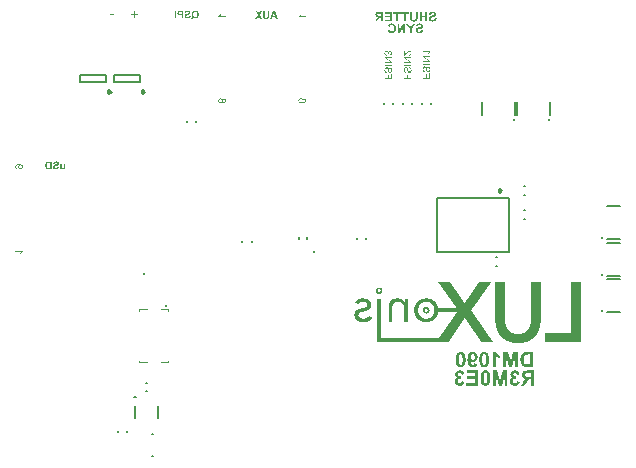
<source format=gbo>
G04*
G04 #@! TF.GenerationSoftware,Altium Limited,Altium Designer,22.1.2 (22)*
G04*
G04 Layer_Color=32896*
%FSLAX44Y44*%
%MOMM*%
G71*
G04*
G04 #@! TF.SameCoordinates,1DDC4F2B-D6A1-42C8-8689-2AC68E1864CF*
G04*
G04*
G04 #@! TF.FilePolarity,Positive*
G04*
G01*
G75*
%ADD10C,0.2500*%
%ADD12C,0.2540*%
%ADD14C,0.2000*%
%ADD15C,0.1000*%
G36*
X312068Y158829D02*
X312600D01*
Y158762D01*
X312799D01*
Y158696D01*
X312999D01*
Y158629D01*
X313198D01*
Y158563D01*
X313331D01*
Y158497D01*
X313398D01*
Y158430D01*
X313531D01*
Y158364D01*
X313597D01*
Y158297D01*
X313730D01*
Y158231D01*
X313797D01*
Y158164D01*
X313863D01*
Y158098D01*
X313930D01*
Y158031D01*
X313996D01*
Y157965D01*
X314062D01*
Y157898D01*
X314129D01*
Y157832D01*
Y157765D01*
X314195D01*
Y157699D01*
X314262D01*
Y157632D01*
Y157566D01*
X314328D01*
Y157499D01*
Y157433D01*
X314395D01*
Y157366D01*
Y157300D01*
X314461D01*
Y157233D01*
Y157167D01*
X314528D01*
Y157100D01*
Y157034D01*
Y156967D01*
X314594D01*
Y156901D01*
Y156834D01*
Y156768D01*
Y156701D01*
Y156635D01*
X314661D01*
Y156568D01*
Y156502D01*
Y156436D01*
Y156369D01*
Y156303D01*
Y156236D01*
Y156170D01*
Y156103D01*
Y156037D01*
Y155970D01*
Y155904D01*
Y155837D01*
Y155771D01*
Y155704D01*
Y155638D01*
X314594D01*
Y155571D01*
Y155505D01*
Y155438D01*
Y155372D01*
Y155305D01*
X314528D01*
Y155239D01*
Y155172D01*
Y155106D01*
X314461D01*
Y155039D01*
Y154973D01*
X314395D01*
Y154907D01*
Y154840D01*
X314328D01*
Y154774D01*
Y154707D01*
X314262D01*
Y154641D01*
Y154574D01*
X314195D01*
Y154508D01*
X314129D01*
Y154441D01*
Y154375D01*
X314062D01*
Y154308D01*
X313996D01*
Y154242D01*
X313930D01*
Y154175D01*
X313863D01*
Y154109D01*
X313797D01*
Y154042D01*
X313730D01*
Y153976D01*
X313597D01*
Y153909D01*
X313531D01*
Y153843D01*
X313398D01*
Y153776D01*
X313331D01*
Y153710D01*
X313198D01*
Y153643D01*
X312999D01*
Y153577D01*
X312866D01*
Y153510D01*
X312600D01*
Y153444D01*
X312135D01*
Y153377D01*
X311669D01*
Y153444D01*
X311204D01*
Y153510D01*
X310938D01*
Y153577D01*
X310739D01*
Y153643D01*
X310606D01*
Y153710D01*
X310473D01*
Y153776D01*
X310340D01*
Y153843D01*
X310273D01*
Y153909D01*
X310140D01*
Y153976D01*
X310074D01*
Y154042D01*
X310007D01*
Y154109D01*
X309941D01*
Y154175D01*
X309874D01*
Y154242D01*
X309808D01*
Y154308D01*
X309741D01*
Y154375D01*
X309675D01*
Y154441D01*
X309608D01*
Y154508D01*
Y154574D01*
X309542D01*
Y154641D01*
X309475D01*
Y154707D01*
Y154774D01*
X309409D01*
Y154840D01*
Y154907D01*
X309342D01*
Y154973D01*
Y155039D01*
X309276D01*
Y155106D01*
Y155172D01*
Y155239D01*
X309209D01*
Y155305D01*
Y155372D01*
Y155438D01*
Y155505D01*
X309143D01*
Y155571D01*
Y155638D01*
Y155704D01*
Y155771D01*
Y155837D01*
Y155904D01*
Y155970D01*
Y156037D01*
Y156103D01*
Y156170D01*
Y156236D01*
Y156303D01*
Y156369D01*
Y156436D01*
Y156502D01*
Y156568D01*
Y156635D01*
Y156701D01*
Y156768D01*
X309209D01*
Y156834D01*
Y156901D01*
Y156967D01*
Y157034D01*
X309276D01*
Y157100D01*
Y157167D01*
Y157233D01*
X309342D01*
Y157300D01*
Y157366D01*
X309409D01*
Y157433D01*
Y157499D01*
X309475D01*
Y157566D01*
Y157632D01*
X309542D01*
Y157699D01*
X309608D01*
Y157765D01*
Y157832D01*
X309675D01*
Y157898D01*
X309741D01*
Y157965D01*
X309808D01*
Y158031D01*
X309874D01*
Y158098D01*
X309941D01*
Y158164D01*
X310007D01*
Y158231D01*
X310074D01*
Y158297D01*
X310140D01*
Y158364D01*
X310273D01*
Y158430D01*
X310340D01*
Y158497D01*
X310473D01*
Y158563D01*
X310606D01*
Y158629D01*
X310739D01*
Y158696D01*
X310938D01*
Y158762D01*
X311204D01*
Y158829D01*
X311736D01*
Y158895D01*
X312068D01*
Y158829D01*
D02*
G37*
G36*
X406738Y163350D02*
Y163283D01*
X406671D01*
Y163217D01*
X406605D01*
Y163150D01*
X406538D01*
Y163084D01*
Y163017D01*
X406472D01*
Y162951D01*
X406405D01*
Y162884D01*
Y162818D01*
X406339D01*
Y162751D01*
X406272D01*
Y162685D01*
Y162618D01*
X406206D01*
Y162552D01*
X406139D01*
Y162485D01*
X406073D01*
Y162419D01*
Y162352D01*
X406007D01*
Y162286D01*
X405940D01*
Y162220D01*
Y162153D01*
X405873D01*
Y162087D01*
X405807D01*
Y162020D01*
X405741D01*
Y161954D01*
Y161887D01*
X405674D01*
Y161821D01*
X405608D01*
Y161754D01*
Y161688D01*
X405541D01*
Y161621D01*
X405475D01*
Y161555D01*
X405408D01*
Y161488D01*
Y161422D01*
X405342D01*
Y161355D01*
X405275D01*
Y161289D01*
Y161222D01*
X405209D01*
Y161156D01*
X405142D01*
Y161089D01*
X405076D01*
Y161023D01*
Y160956D01*
X405009D01*
Y160890D01*
X404943D01*
Y160823D01*
Y160757D01*
X404876D01*
Y160690D01*
X404810D01*
Y160624D01*
X404743D01*
Y160557D01*
Y160491D01*
X404677D01*
Y160424D01*
X404610D01*
Y160358D01*
Y160292D01*
X404544D01*
Y160225D01*
X404477D01*
Y160159D01*
Y160092D01*
X404411D01*
Y160026D01*
X404344D01*
Y159959D01*
X404278D01*
Y159893D01*
Y159826D01*
X404212D01*
Y159760D01*
X404145D01*
Y159693D01*
Y159627D01*
X404078D01*
Y159560D01*
X404012D01*
Y159494D01*
X403946D01*
Y159427D01*
Y159361D01*
X403879D01*
Y159294D01*
X403813D01*
Y159228D01*
Y159161D01*
X403746D01*
Y159095D01*
X403680D01*
Y159028D01*
X403613D01*
Y158962D01*
Y158895D01*
X403547D01*
Y158829D01*
X403480D01*
Y158762D01*
Y158696D01*
X403414D01*
Y158629D01*
X403347D01*
Y158563D01*
X403281D01*
Y158497D01*
Y158430D01*
X403214D01*
Y158364D01*
X403148D01*
Y158297D01*
Y158231D01*
X403081D01*
Y158164D01*
X403015D01*
Y158098D01*
X402948D01*
Y158031D01*
Y157965D01*
X402882D01*
Y157898D01*
X402815D01*
Y157832D01*
Y157765D01*
X402749D01*
Y157699D01*
X402682D01*
Y157632D01*
Y157566D01*
X402616D01*
Y157499D01*
X402549D01*
Y157433D01*
X402483D01*
Y157366D01*
Y157300D01*
X402416D01*
Y157233D01*
X402350D01*
Y157167D01*
Y157100D01*
X402284D01*
Y157034D01*
X402217D01*
Y156967D01*
X402151D01*
Y156901D01*
Y156834D01*
X402084D01*
Y156768D01*
X402018D01*
Y156701D01*
Y156635D01*
X401951D01*
Y156568D01*
X401885D01*
Y156502D01*
X401818D01*
Y156436D01*
Y156369D01*
X401752D01*
Y156303D01*
X401685D01*
Y156236D01*
Y156170D01*
X401619D01*
Y156103D01*
X401552D01*
Y156037D01*
X401486D01*
Y155970D01*
Y155904D01*
X401419D01*
Y155837D01*
X401353D01*
Y155771D01*
Y155704D01*
X401286D01*
Y155638D01*
X401220D01*
Y155571D01*
X401153D01*
Y155505D01*
Y155438D01*
X401087D01*
Y155372D01*
X401020D01*
Y155305D01*
Y155239D01*
X400954D01*
Y155172D01*
X400887D01*
Y155106D01*
Y155039D01*
X400821D01*
Y154973D01*
X400754D01*
Y154907D01*
X400688D01*
Y154840D01*
Y154774D01*
X400621D01*
Y154707D01*
X400555D01*
Y154641D01*
Y154574D01*
X400489D01*
Y154508D01*
X400422D01*
Y154441D01*
X400355D01*
Y154375D01*
Y154308D01*
X400289D01*
Y154242D01*
X400223D01*
Y154175D01*
Y154109D01*
X400156D01*
Y154042D01*
X400090D01*
Y153976D01*
X400023D01*
Y153909D01*
Y153843D01*
X399957D01*
Y153776D01*
X399890D01*
Y153710D01*
Y153643D01*
X399824D01*
Y153577D01*
X399757D01*
Y153510D01*
X399691D01*
Y153444D01*
Y153377D01*
X399624D01*
Y153311D01*
X399558D01*
Y153244D01*
Y153178D01*
X399491D01*
Y153111D01*
X399425D01*
Y153045D01*
X399358D01*
Y152978D01*
Y152912D01*
X399292D01*
Y152846D01*
X399225D01*
Y152779D01*
Y152713D01*
X399159D01*
Y152646D01*
X399092D01*
Y152580D01*
X399026D01*
Y152513D01*
Y152447D01*
X398959D01*
Y152380D01*
X398893D01*
Y152314D01*
Y152247D01*
X398826D01*
Y152181D01*
X398760D01*
Y152114D01*
Y152048D01*
X398694D01*
Y151981D01*
X398627D01*
Y151915D01*
X398561D01*
Y151848D01*
Y151782D01*
X398494D01*
Y151715D01*
X398428D01*
Y151649D01*
Y151582D01*
X398361D01*
Y151516D01*
X398295D01*
Y151449D01*
X398228D01*
Y151383D01*
Y151316D01*
X398162D01*
Y151250D01*
X398095D01*
Y151184D01*
Y151117D01*
X398029D01*
Y151051D01*
X397962D01*
Y150984D01*
X397896D01*
Y150918D01*
Y150851D01*
X397829D01*
Y150785D01*
X397763D01*
Y150718D01*
Y150652D01*
X397696D01*
Y150585D01*
X397630D01*
Y150519D01*
X397563D01*
Y150452D01*
Y150386D01*
X397497D01*
Y150319D01*
X397430D01*
Y150253D01*
Y150186D01*
X397364D01*
Y150120D01*
X397297D01*
Y150053D01*
X397231D01*
Y149987D01*
Y149920D01*
X397164D01*
Y149854D01*
X397098D01*
Y149787D01*
Y149721D01*
X397032D01*
Y149654D01*
X396965D01*
Y149588D01*
Y149522D01*
X396898D01*
Y149455D01*
X396832D01*
Y149389D01*
X396766D01*
Y149322D01*
Y149256D01*
X396699D01*
Y149189D01*
X396633D01*
Y149123D01*
Y149056D01*
X396566D01*
Y148990D01*
X396500D01*
Y148923D01*
X396433D01*
Y148857D01*
Y148790D01*
X396367D01*
Y148724D01*
X396300D01*
Y148657D01*
Y148591D01*
X396234D01*
Y148524D01*
X396167D01*
Y148458D01*
X396101D01*
Y148391D01*
Y148325D01*
X396034D01*
Y148258D01*
X395968D01*
Y148192D01*
Y148125D01*
X395901D01*
Y148059D01*
X395835D01*
Y147992D01*
X395768D01*
Y147926D01*
Y147859D01*
X395702D01*
Y147793D01*
X395635D01*
Y147726D01*
Y147660D01*
X395569D01*
Y147593D01*
X395502D01*
Y147527D01*
X395436D01*
Y147461D01*
Y147394D01*
X395369D01*
Y147328D01*
X395303D01*
Y147261D01*
Y147195D01*
X395237D01*
Y147128D01*
X395170D01*
Y147062D01*
Y146995D01*
X395103D01*
Y146929D01*
X395037D01*
Y146862D01*
X394971D01*
Y146796D01*
Y146729D01*
X394904D01*
Y146663D01*
X394838D01*
Y146596D01*
Y146530D01*
X394771D01*
Y146463D01*
X394705D01*
Y146397D01*
X394638D01*
Y146330D01*
Y146264D01*
X394572D01*
Y146197D01*
X394505D01*
Y146131D01*
Y146064D01*
X394439D01*
Y145998D01*
X394372D01*
Y145932D01*
X394306D01*
Y145865D01*
Y145799D01*
X394239D01*
Y145732D01*
X394173D01*
Y145666D01*
Y145599D01*
X394106D01*
Y145533D01*
X394040D01*
Y145466D01*
X393973D01*
Y145400D01*
Y145333D01*
X393907D01*
Y145267D01*
X393840D01*
Y145200D01*
Y145134D01*
X393774D01*
Y145067D01*
X393707D01*
Y145001D01*
X393641D01*
Y144934D01*
Y144868D01*
X393574D01*
Y144801D01*
X393508D01*
Y144735D01*
Y144668D01*
X393442D01*
Y144602D01*
X393375D01*
Y144535D01*
Y144469D01*
X393308D01*
Y144402D01*
X393242D01*
Y144336D01*
X393176D01*
Y144269D01*
Y144203D01*
X393109D01*
Y144136D01*
X393043D01*
Y144070D01*
Y144003D01*
X392976D01*
Y143937D01*
X392910D01*
Y143870D01*
X392843D01*
Y143804D01*
Y143738D01*
X392777D01*
Y143671D01*
X392710D01*
Y143605D01*
Y143538D01*
X392644D01*
Y143472D01*
X392577D01*
Y143405D01*
X392511D01*
Y143339D01*
Y143272D01*
X392444D01*
Y143206D01*
X392378D01*
Y143139D01*
Y143073D01*
X392311D01*
Y143006D01*
X392245D01*
Y142940D01*
X392178D01*
Y142873D01*
Y142807D01*
X392112D01*
Y142740D01*
X392045D01*
Y142674D01*
Y142607D01*
X391979D01*
Y142541D01*
X391912D01*
Y142474D01*
X391846D01*
Y142408D01*
Y142341D01*
X391779D01*
Y142275D01*
X391713D01*
Y142208D01*
Y142142D01*
X391646D01*
Y142076D01*
X391580D01*
Y142009D01*
X391513D01*
Y141943D01*
Y141876D01*
X391447D01*
Y141810D01*
X391381D01*
Y141743D01*
Y141677D01*
X391314D01*
Y141610D01*
X391248D01*
Y141544D01*
Y141477D01*
X391181D01*
Y141411D01*
X391115D01*
Y141344D01*
X391048D01*
Y141278D01*
Y141211D01*
X390982D01*
Y141145D01*
X390915D01*
Y141078D01*
Y141012D01*
X390849D01*
Y140945D01*
X390782D01*
Y140879D01*
X390716D01*
Y140812D01*
Y140746D01*
X390649D01*
Y140679D01*
X390583D01*
Y140613D01*
Y140547D01*
X390516D01*
Y140480D01*
X390450D01*
Y140414D01*
X390383D01*
Y140347D01*
Y140281D01*
X390317D01*
Y140214D01*
X390250D01*
Y140148D01*
Y140081D01*
X390184D01*
Y140015D01*
X390117D01*
Y139948D01*
X390051D01*
Y139882D01*
Y139815D01*
X389984D01*
Y139749D01*
X389918D01*
Y139682D01*
Y139616D01*
X389851D01*
Y139549D01*
X389785D01*
Y139483D01*
Y139416D01*
X389851D01*
Y139350D01*
X389918D01*
Y139283D01*
Y139217D01*
X389984D01*
Y139150D01*
X390051D01*
Y139084D01*
Y139017D01*
X390117D01*
Y138951D01*
X390184D01*
Y138884D01*
Y138818D01*
X390250D01*
Y138751D01*
X390317D01*
Y138685D01*
Y138618D01*
X390383D01*
Y138552D01*
X390450D01*
Y138485D01*
Y138419D01*
X390516D01*
Y138353D01*
X390583D01*
Y138286D01*
X390649D01*
Y138220D01*
Y138153D01*
X390716D01*
Y138087D01*
X390782D01*
Y138020D01*
Y137954D01*
X390849D01*
Y137887D01*
X390915D01*
Y137821D01*
Y137754D01*
X390982D01*
Y137688D01*
X391048D01*
Y137621D01*
Y137555D01*
X391115D01*
Y137488D01*
X391181D01*
Y137422D01*
X391248D01*
Y137355D01*
Y137289D01*
X391314D01*
Y137222D01*
X391381D01*
Y137156D01*
Y137090D01*
X391447D01*
Y137023D01*
X391513D01*
Y136957D01*
Y136890D01*
X391580D01*
Y136824D01*
X391646D01*
Y136757D01*
Y136691D01*
X391713D01*
Y136624D01*
X391779D01*
Y136558D01*
X391846D01*
Y136491D01*
Y136425D01*
X391912D01*
Y136358D01*
X391979D01*
Y136292D01*
Y136225D01*
X392045D01*
Y136159D01*
X392112D01*
Y136092D01*
Y136026D01*
X392178D01*
Y135959D01*
X392245D01*
Y135893D01*
Y135826D01*
X392311D01*
Y135760D01*
X392378D01*
Y135693D01*
X392444D01*
Y135627D01*
Y135560D01*
X392511D01*
Y135494D01*
X392577D01*
Y135427D01*
Y135361D01*
X392644D01*
Y135294D01*
X392710D01*
Y135228D01*
Y135162D01*
X392777D01*
Y135095D01*
X392843D01*
Y135028D01*
Y134962D01*
X392910D01*
Y134895D01*
X392976D01*
Y134829D01*
X393043D01*
Y134763D01*
Y134696D01*
X393109D01*
Y134630D01*
X393176D01*
Y134563D01*
Y134497D01*
X393242D01*
Y134430D01*
X393308D01*
Y134364D01*
Y134297D01*
X393375D01*
Y134231D01*
X393442D01*
Y134164D01*
Y134098D01*
X393508D01*
Y134031D01*
X393574D01*
Y133965D01*
X393641D01*
Y133898D01*
Y133832D01*
X393707D01*
Y133765D01*
X393774D01*
Y133699D01*
Y133632D01*
X393840D01*
Y133566D01*
X393907D01*
Y133499D01*
Y133433D01*
X393973D01*
Y133366D01*
X394040D01*
Y133300D01*
Y133233D01*
X394106D01*
Y133167D01*
X394173D01*
Y133101D01*
X394239D01*
Y133034D01*
Y132968D01*
X394306D01*
Y132901D01*
X394372D01*
Y132835D01*
Y132768D01*
X394439D01*
Y132702D01*
X394505D01*
Y132635D01*
Y132569D01*
X394572D01*
Y132502D01*
X394638D01*
Y132436D01*
Y132369D01*
X394705D01*
Y132303D01*
X394771D01*
Y132236D01*
X394838D01*
Y132170D01*
Y132103D01*
X394904D01*
Y132037D01*
X394971D01*
Y131970D01*
Y131904D01*
X395037D01*
Y131837D01*
X395103D01*
Y131771D01*
Y131704D01*
X395170D01*
Y131638D01*
X395237D01*
Y131572D01*
Y131505D01*
X395303D01*
Y131439D01*
X395369D01*
Y131372D01*
X395436D01*
Y131306D01*
Y131239D01*
X395502D01*
Y131173D01*
X395569D01*
Y131106D01*
Y131040D01*
X395635D01*
Y130973D01*
X395702D01*
Y130907D01*
Y130840D01*
X395768D01*
Y130774D01*
X395835D01*
Y130707D01*
Y130641D01*
X395901D01*
Y130574D01*
X395968D01*
Y130508D01*
Y130441D01*
X396034D01*
Y130375D01*
X396101D01*
Y130308D01*
X396167D01*
Y130242D01*
Y130175D01*
X396234D01*
Y130109D01*
X396300D01*
Y130042D01*
Y129976D01*
X396367D01*
Y129909D01*
X396433D01*
Y129843D01*
Y129776D01*
X396500D01*
Y129710D01*
X396566D01*
Y129643D01*
Y129577D01*
X396633D01*
Y129510D01*
X396699D01*
Y129444D01*
X396766D01*
Y129378D01*
Y129311D01*
X396832D01*
Y129245D01*
X396898D01*
Y129178D01*
Y129112D01*
X396965D01*
Y129045D01*
X397032D01*
Y128979D01*
Y128912D01*
X397098D01*
Y128846D01*
X397164D01*
Y128779D01*
Y128713D01*
X397231D01*
Y128646D01*
X397297D01*
Y128580D01*
X397364D01*
Y128513D01*
Y128447D01*
X397430D01*
Y128380D01*
X397497D01*
Y128314D01*
Y128247D01*
X397563D01*
Y128181D01*
X397630D01*
Y128114D01*
Y128048D01*
X397696D01*
Y127982D01*
X397763D01*
Y127915D01*
Y127849D01*
X397829D01*
Y127782D01*
X397896D01*
Y127716D01*
X397962D01*
Y127649D01*
Y127583D01*
X398029D01*
Y127516D01*
X398095D01*
Y127450D01*
Y127383D01*
X398162D01*
Y127317D01*
X398228D01*
Y127250D01*
Y127184D01*
X398295D01*
Y127117D01*
X398361D01*
Y127051D01*
Y126984D01*
X398428D01*
Y126918D01*
X398494D01*
Y126851D01*
X398561D01*
Y126785D01*
Y126718D01*
X398627D01*
Y126652D01*
X398694D01*
Y126585D01*
Y126519D01*
X398760D01*
Y126452D01*
X398826D01*
Y126386D01*
Y126319D01*
X398893D01*
Y126253D01*
X398959D01*
Y126187D01*
Y126120D01*
X399026D01*
Y126053D01*
X399092D01*
Y125987D01*
X399159D01*
Y125920D01*
Y125854D01*
X399225D01*
Y125788D01*
X399292D01*
Y125721D01*
Y125655D01*
X399358D01*
Y125588D01*
X399425D01*
Y125522D01*
Y125455D01*
X399491D01*
Y125389D01*
X399558D01*
Y125322D01*
Y125256D01*
X399624D01*
Y125189D01*
X399691D01*
Y125123D01*
X399757D01*
Y125056D01*
Y124990D01*
X399824D01*
Y124923D01*
X399890D01*
Y124857D01*
Y124790D01*
X399957D01*
Y124724D01*
X400023D01*
Y124657D01*
Y124591D01*
X400090D01*
Y124524D01*
X400156D01*
Y124458D01*
Y124391D01*
X400223D01*
Y124325D01*
X400289D01*
Y124258D01*
X400355D01*
Y124192D01*
Y124125D01*
X400422D01*
Y124059D01*
X400489D01*
Y123993D01*
Y123926D01*
X400555D01*
Y123860D01*
X400621D01*
Y123793D01*
Y123727D01*
X400688D01*
Y123660D01*
X400754D01*
Y123594D01*
Y123527D01*
X400821D01*
Y123461D01*
X400887D01*
Y123394D01*
Y123328D01*
X400954D01*
Y123261D01*
X401020D01*
Y123195D01*
X401087D01*
Y123128D01*
Y123062D01*
X401153D01*
Y122995D01*
X401220D01*
Y122929D01*
Y122862D01*
X401286D01*
Y122796D01*
X401353D01*
Y122729D01*
Y122663D01*
X401419D01*
Y122597D01*
X401486D01*
Y122530D01*
Y122464D01*
X401552D01*
Y122397D01*
X401619D01*
Y122331D01*
X401685D01*
Y122264D01*
Y122198D01*
X401752D01*
Y122131D01*
X401818D01*
Y122065D01*
Y121998D01*
X401885D01*
Y121932D01*
X401951D01*
Y121865D01*
Y121799D01*
X402018D01*
Y121732D01*
X402084D01*
Y121666D01*
Y121599D01*
X402151D01*
Y121533D01*
X402217D01*
Y121466D01*
X402284D01*
Y121400D01*
Y121333D01*
X402350D01*
Y121267D01*
X402416D01*
Y121200D01*
Y121134D01*
X402483D01*
Y121067D01*
X402549D01*
Y121001D01*
Y120934D01*
X402616D01*
Y120868D01*
X402682D01*
Y120801D01*
Y120735D01*
X402749D01*
Y120668D01*
X402815D01*
Y120602D01*
X402882D01*
Y120535D01*
Y120469D01*
X402948D01*
Y120403D01*
X403015D01*
Y120336D01*
Y120270D01*
X403081D01*
Y120203D01*
X403148D01*
Y120137D01*
Y120070D01*
X403214D01*
Y120004D01*
X403281D01*
Y119937D01*
Y119871D01*
X403347D01*
Y119804D01*
X403414D01*
Y119738D01*
X403480D01*
Y119671D01*
Y119605D01*
X403547D01*
Y119538D01*
X403613D01*
Y119472D01*
Y119405D01*
X403680D01*
Y119339D01*
X403746D01*
Y119272D01*
Y119206D01*
X403813D01*
Y119139D01*
X403879D01*
Y119073D01*
Y119007D01*
X403946D01*
Y118940D01*
X404012D01*
Y118874D01*
X404078D01*
Y118807D01*
Y118741D01*
X404145D01*
Y118674D01*
X404212D01*
Y118608D01*
Y118541D01*
X404278D01*
Y118475D01*
X404344D01*
Y118408D01*
Y118342D01*
X404411D01*
Y118275D01*
X404477D01*
Y118209D01*
Y118142D01*
X404544D01*
Y118076D01*
X404610D01*
Y118009D01*
X404677D01*
Y117943D01*
Y117876D01*
X404743D01*
Y117810D01*
X404810D01*
Y117743D01*
Y117677D01*
X404876D01*
Y117610D01*
X404943D01*
Y117544D01*
Y117477D01*
X405009D01*
Y117411D01*
X405076D01*
Y117344D01*
Y117278D01*
X405142D01*
Y117211D01*
X405209D01*
Y117145D01*
X405275D01*
Y117079D01*
Y117012D01*
X405342D01*
Y116946D01*
X405408D01*
Y116879D01*
Y116813D01*
X405475D01*
Y116746D01*
X405541D01*
Y116680D01*
Y116613D01*
X405608D01*
Y116547D01*
X405674D01*
Y116480D01*
Y116414D01*
X405741D01*
Y116347D01*
X405807D01*
Y116281D01*
X405873D01*
Y116214D01*
Y116148D01*
X405940D01*
Y116081D01*
X406007D01*
Y116015D01*
Y115948D01*
X406073D01*
Y115882D01*
X406139D01*
Y115815D01*
Y115749D01*
X406206D01*
Y115682D01*
X406272D01*
Y115616D01*
Y115549D01*
X406339D01*
Y115483D01*
X406405D01*
Y115416D01*
Y115350D01*
X406472D01*
Y115283D01*
X406538D01*
Y115217D01*
X406605D01*
Y115150D01*
Y115084D01*
X406671D01*
Y115018D01*
X406738D01*
Y114951D01*
Y114885D01*
X406804D01*
Y114818D01*
X406871D01*
Y114752D01*
Y114685D01*
X406937D01*
Y114619D01*
X407004D01*
Y114552D01*
Y114486D01*
X407070D01*
Y114419D01*
X407137D01*
Y114353D01*
X407203D01*
Y114286D01*
Y114220D01*
X407270D01*
Y114153D01*
X407336D01*
Y114087D01*
Y114020D01*
X407403D01*
Y113954D01*
X407469D01*
Y113887D01*
Y113821D01*
X407536D01*
Y113754D01*
X407602D01*
Y113688D01*
Y113622D01*
X407668D01*
Y113555D01*
X407735D01*
Y113489D01*
X407802D01*
Y113422D01*
Y113356D01*
X407868D01*
Y113289D01*
X407934D01*
Y113223D01*
Y113156D01*
X408001D01*
Y113090D01*
X408067D01*
Y113023D01*
X398095D01*
Y113090D01*
X398029D01*
Y113156D01*
X397962D01*
Y113223D01*
Y113289D01*
X397896D01*
Y113356D01*
X397829D01*
Y113422D01*
Y113489D01*
X397763D01*
Y113555D01*
X397696D01*
Y113622D01*
Y113688D01*
X397630D01*
Y113754D01*
X397563D01*
Y113821D01*
Y113887D01*
X397497D01*
Y113954D01*
X397430D01*
Y114020D01*
Y114087D01*
X397364D01*
Y114153D01*
X397297D01*
Y114220D01*
Y114286D01*
X397231D01*
Y114353D01*
X397164D01*
Y114419D01*
Y114486D01*
X397098D01*
Y114552D01*
X397032D01*
Y114619D01*
Y114685D01*
X396965D01*
Y114752D01*
X396898D01*
Y114818D01*
Y114885D01*
X396832D01*
Y114951D01*
X396766D01*
Y115018D01*
Y115084D01*
X396699D01*
Y115150D01*
X396633D01*
Y115217D01*
Y115283D01*
X396566D01*
Y115350D01*
X396500D01*
Y115416D01*
Y115483D01*
X396433D01*
Y115549D01*
X396367D01*
Y115616D01*
Y115682D01*
X396300D01*
Y115749D01*
X396234D01*
Y115815D01*
Y115882D01*
X396167D01*
Y115948D01*
X396101D01*
Y116015D01*
Y116081D01*
X396034D01*
Y116148D01*
X395968D01*
Y116214D01*
Y116281D01*
X395901D01*
Y116347D01*
X395835D01*
Y116414D01*
Y116480D01*
X395768D01*
Y116547D01*
X395702D01*
Y116613D01*
Y116680D01*
X395635D01*
Y116746D01*
X395569D01*
Y116813D01*
Y116879D01*
X395502D01*
Y116946D01*
X395436D01*
Y117012D01*
X395369D01*
Y117079D01*
Y117145D01*
X395303D01*
Y117211D01*
X395237D01*
Y117278D01*
Y117344D01*
X395170D01*
Y117411D01*
X395103D01*
Y117477D01*
Y117544D01*
X395037D01*
Y117610D01*
X394971D01*
Y117677D01*
Y117743D01*
X394904D01*
Y117810D01*
X394838D01*
Y117876D01*
Y117943D01*
X394771D01*
Y118009D01*
X394705D01*
Y118076D01*
Y118142D01*
X394638D01*
Y118209D01*
X394572D01*
Y118275D01*
Y118342D01*
X394505D01*
Y118408D01*
X394439D01*
Y118475D01*
Y118541D01*
X394372D01*
Y118608D01*
X394306D01*
Y118674D01*
Y118741D01*
X394239D01*
Y118807D01*
X394173D01*
Y118874D01*
Y118940D01*
X394106D01*
Y119007D01*
X394040D01*
Y119073D01*
Y119139D01*
X393973D01*
Y119206D01*
X393907D01*
Y119272D01*
Y119339D01*
X393840D01*
Y119405D01*
X393774D01*
Y119472D01*
Y119538D01*
X393707D01*
Y119605D01*
X393641D01*
Y119671D01*
Y119738D01*
X393574D01*
Y119804D01*
X393508D01*
Y119871D01*
Y119937D01*
X393442D01*
Y120004D01*
X393375D01*
Y120070D01*
Y120137D01*
X393308D01*
Y120203D01*
X393242D01*
Y120270D01*
Y120336D01*
X393176D01*
Y120403D01*
X393109D01*
Y120469D01*
Y120535D01*
X393043D01*
Y120602D01*
X392976D01*
Y120668D01*
Y120735D01*
X392910D01*
Y120801D01*
X392843D01*
Y120868D01*
Y120934D01*
X392777D01*
Y121001D01*
X392710D01*
Y121067D01*
Y121134D01*
X392644D01*
Y121200D01*
X392577D01*
Y121267D01*
Y121333D01*
X392511D01*
Y121400D01*
X392444D01*
Y121466D01*
X392378D01*
Y121533D01*
Y121599D01*
X392311D01*
Y121666D01*
X392245D01*
Y121732D01*
Y121799D01*
X392178D01*
Y121865D01*
X392112D01*
Y121932D01*
Y121998D01*
X392045D01*
Y122065D01*
X391979D01*
Y122131D01*
Y122198D01*
X391912D01*
Y122264D01*
X391846D01*
Y122331D01*
Y122397D01*
X391779D01*
Y122464D01*
X391713D01*
Y122530D01*
Y122597D01*
X391646D01*
Y122663D01*
X391580D01*
Y122729D01*
Y122796D01*
X391513D01*
Y122862D01*
X391447D01*
Y122929D01*
Y122995D01*
X391381D01*
Y123062D01*
X391314D01*
Y123128D01*
Y123195D01*
X391248D01*
Y123261D01*
X391181D01*
Y123328D01*
Y123394D01*
X391115D01*
Y123461D01*
X391048D01*
Y123527D01*
Y123594D01*
X390982D01*
Y123660D01*
X390915D01*
Y123727D01*
Y123793D01*
X390849D01*
Y123860D01*
X390782D01*
Y123926D01*
Y123993D01*
X390716D01*
Y124059D01*
X390649D01*
Y124125D01*
Y124192D01*
X390583D01*
Y124258D01*
X390516D01*
Y124325D01*
Y124391D01*
X390450D01*
Y124458D01*
X390383D01*
Y124524D01*
Y124591D01*
X390317D01*
Y124657D01*
X390250D01*
Y124724D01*
Y124790D01*
X390184D01*
Y124857D01*
X390117D01*
Y124923D01*
Y124990D01*
X390051D01*
Y125056D01*
X389984D01*
Y125123D01*
Y125189D01*
X389918D01*
Y125256D01*
X389851D01*
Y125322D01*
Y125389D01*
X389785D01*
Y125455D01*
X389719D01*
Y125522D01*
Y125588D01*
X389652D01*
Y125655D01*
X389585D01*
Y125721D01*
X389519D01*
Y125788D01*
Y125854D01*
X389453D01*
Y125920D01*
X389386D01*
Y125987D01*
Y126053D01*
X389320D01*
Y126120D01*
X389253D01*
Y126187D01*
Y126253D01*
X389187D01*
Y126319D01*
X389120D01*
Y126386D01*
Y126452D01*
X389054D01*
Y126519D01*
X388987D01*
Y126585D01*
Y126652D01*
X388921D01*
Y126718D01*
X388854D01*
Y126785D01*
Y126851D01*
X388788D01*
Y126918D01*
X388721D01*
Y126984D01*
Y127051D01*
X388655D01*
Y127117D01*
X388588D01*
Y127184D01*
Y127250D01*
X388522D01*
Y127317D01*
X388455D01*
Y127383D01*
Y127450D01*
X388389D01*
Y127516D01*
X388322D01*
Y127583D01*
Y127649D01*
X388256D01*
Y127716D01*
X388189D01*
Y127782D01*
Y127849D01*
X388123D01*
Y127915D01*
X388056D01*
Y127982D01*
Y128048D01*
X387990D01*
Y128114D01*
X387924D01*
Y128181D01*
Y128247D01*
X387857D01*
Y128314D01*
X387790D01*
Y128380D01*
Y128447D01*
X387724D01*
Y128513D01*
X387658D01*
Y128580D01*
Y128646D01*
X387591D01*
Y128713D01*
X387525D01*
Y128779D01*
Y128846D01*
X387458D01*
Y128912D01*
X387392D01*
Y128979D01*
Y129045D01*
X387325D01*
Y129112D01*
X387259D01*
Y129178D01*
Y129245D01*
X387192D01*
Y129311D01*
X387126D01*
Y129378D01*
Y129444D01*
X387059D01*
Y129510D01*
X386993D01*
Y129577D01*
Y129643D01*
X386926D01*
Y129710D01*
X386860D01*
Y129776D01*
Y129843D01*
X386793D01*
Y129909D01*
X386727D01*
Y129976D01*
X386660D01*
Y130042D01*
Y130109D01*
X386594D01*
Y130175D01*
X386527D01*
Y130242D01*
Y130308D01*
X386461D01*
Y130375D01*
X386395D01*
Y130441D01*
Y130508D01*
X386328D01*
Y130574D01*
X386261D01*
Y130641D01*
Y130707D01*
X386195D01*
Y130774D01*
X386129D01*
Y130840D01*
Y130907D01*
X386062D01*
Y130973D01*
X385995D01*
Y131040D01*
Y131106D01*
X385929D01*
Y131173D01*
X385863D01*
Y131239D01*
Y131306D01*
X385796D01*
Y131372D01*
X385730D01*
Y131439D01*
Y131505D01*
X385663D01*
Y131572D01*
X385597D01*
Y131638D01*
Y131704D01*
X385530D01*
Y131771D01*
X385464D01*
Y131837D01*
Y131904D01*
X385397D01*
Y131970D01*
X385331D01*
Y132037D01*
Y132103D01*
X385264D01*
Y132170D01*
X385198D01*
Y132236D01*
Y132303D01*
X385131D01*
Y132369D01*
X385065D01*
Y132436D01*
Y132502D01*
X384998D01*
Y132569D01*
X384932D01*
Y132635D01*
Y132702D01*
X384865D01*
Y132768D01*
X384799D01*
Y132835D01*
Y132901D01*
X384732D01*
Y132968D01*
X384666D01*
Y133034D01*
Y133101D01*
X384599D01*
Y133167D01*
X384533D01*
Y133233D01*
Y133300D01*
X384400D01*
Y133233D01*
Y133167D01*
X384333D01*
Y133101D01*
X384267D01*
Y133034D01*
X384201D01*
Y132968D01*
Y132901D01*
X384134D01*
Y132835D01*
X384068D01*
Y132768D01*
Y132702D01*
X384001D01*
Y132635D01*
X383935D01*
Y132569D01*
Y132502D01*
X383868D01*
Y132436D01*
X383802D01*
Y132369D01*
Y132303D01*
X383735D01*
Y132236D01*
X383669D01*
Y132170D01*
Y132103D01*
X383602D01*
Y132037D01*
X383536D01*
Y131970D01*
Y131904D01*
X383469D01*
Y131837D01*
X383403D01*
Y131771D01*
Y131704D01*
X383336D01*
Y131638D01*
X383270D01*
Y131572D01*
Y131505D01*
X383203D01*
Y131439D01*
X383137D01*
Y131372D01*
Y131306D01*
X383070D01*
Y131239D01*
X383004D01*
Y131173D01*
Y131106D01*
X382937D01*
Y131040D01*
X382871D01*
Y130973D01*
Y130907D01*
X382804D01*
Y130840D01*
X382738D01*
Y130774D01*
Y130707D01*
X382672D01*
Y130641D01*
X382605D01*
Y130574D01*
Y130508D01*
X382538D01*
Y130441D01*
X382472D01*
Y130375D01*
Y130308D01*
X382406D01*
Y130242D01*
X382339D01*
Y130175D01*
Y130109D01*
X382273D01*
Y130042D01*
X382206D01*
Y129976D01*
Y129909D01*
X382140D01*
Y129843D01*
X382073D01*
Y129776D01*
Y129710D01*
X382007D01*
Y129643D01*
X381940D01*
Y129577D01*
Y129510D01*
X381874D01*
Y129444D01*
X381807D01*
Y129378D01*
Y129311D01*
X381741D01*
Y129245D01*
X381674D01*
Y129178D01*
Y129112D01*
X381608D01*
Y129045D01*
X381541D01*
Y128979D01*
Y128912D01*
X381475D01*
Y128846D01*
X381408D01*
Y128779D01*
Y128713D01*
X381342D01*
Y128646D01*
X381275D01*
Y128580D01*
Y128513D01*
X381209D01*
Y128447D01*
X381142D01*
Y128380D01*
Y128314D01*
X381076D01*
Y128247D01*
X381009D01*
Y128181D01*
Y128114D01*
X380943D01*
Y128048D01*
X380877D01*
Y127982D01*
Y127915D01*
X380810D01*
Y127849D01*
X380743D01*
Y127782D01*
Y127716D01*
X380677D01*
Y127649D01*
X380611D01*
Y127583D01*
Y127516D01*
X380544D01*
Y127450D01*
X380478D01*
Y127383D01*
Y127317D01*
X380411D01*
Y127250D01*
X380345D01*
Y127184D01*
Y127117D01*
X380278D01*
Y127051D01*
X380212D01*
Y126984D01*
Y126918D01*
X380145D01*
Y126851D01*
X380079D01*
Y126785D01*
Y126718D01*
X380012D01*
Y126652D01*
X379946D01*
Y126585D01*
Y126519D01*
X379879D01*
Y126452D01*
X379813D01*
Y126386D01*
Y126319D01*
X379746D01*
Y126253D01*
X379680D01*
Y126187D01*
Y126120D01*
X379613D01*
Y126053D01*
X379547D01*
Y125987D01*
Y125920D01*
X379480D01*
Y125854D01*
X379414D01*
Y125788D01*
Y125721D01*
X379347D01*
Y125655D01*
X379281D01*
Y125588D01*
Y125522D01*
X379214D01*
Y125455D01*
X379148D01*
Y125389D01*
Y125322D01*
X379081D01*
Y125256D01*
X379015D01*
Y125189D01*
Y125123D01*
X378949D01*
Y125056D01*
X378882D01*
Y124990D01*
Y124923D01*
X378815D01*
Y124857D01*
X378749D01*
Y124790D01*
Y124724D01*
X378683D01*
Y124657D01*
X378616D01*
Y124591D01*
Y124524D01*
X378550D01*
Y124458D01*
X378483D01*
Y124391D01*
Y124325D01*
X378417D01*
Y124258D01*
X378350D01*
Y124192D01*
Y124125D01*
X378284D01*
Y124059D01*
X378217D01*
Y123993D01*
Y123926D01*
X378151D01*
Y123860D01*
X378084D01*
Y123793D01*
Y123727D01*
X378018D01*
Y123660D01*
X377951D01*
Y123594D01*
Y123527D01*
X377885D01*
Y123461D01*
X377818D01*
Y123394D01*
Y123328D01*
X377752D01*
Y123261D01*
X377685D01*
Y123195D01*
Y123128D01*
X377619D01*
Y123062D01*
X377552D01*
Y122995D01*
Y122929D01*
X377486D01*
Y122862D01*
X377419D01*
Y122796D01*
Y122729D01*
X377353D01*
Y122663D01*
X377286D01*
Y122597D01*
Y122530D01*
X377220D01*
Y122464D01*
X377154D01*
Y122397D01*
Y122331D01*
X377087D01*
Y122264D01*
X377020D01*
Y122198D01*
Y122131D01*
X376954D01*
Y122065D01*
X376888D01*
Y121998D01*
Y121932D01*
X376821D01*
Y121865D01*
X376755D01*
Y121799D01*
Y121732D01*
X376688D01*
Y121666D01*
X376622D01*
Y121599D01*
X376555D01*
Y121533D01*
Y121466D01*
X376489D01*
Y121400D01*
X376422D01*
Y121333D01*
Y121267D01*
X376356D01*
Y121200D01*
X376289D01*
Y121134D01*
Y121067D01*
X376223D01*
Y121001D01*
X376156D01*
Y120934D01*
Y120868D01*
X376090D01*
Y120801D01*
X376023D01*
Y120735D01*
Y120668D01*
X375957D01*
Y120602D01*
X375890D01*
Y120535D01*
Y120469D01*
X375824D01*
Y120403D01*
X375757D01*
Y120336D01*
Y120270D01*
X375691D01*
Y120203D01*
X375624D01*
Y120137D01*
Y120070D01*
X375558D01*
Y120004D01*
X375491D01*
Y119937D01*
Y119871D01*
X375425D01*
Y119804D01*
X375359D01*
Y119738D01*
Y119671D01*
X375292D01*
Y119605D01*
X375225D01*
Y119538D01*
Y119472D01*
X375159D01*
Y119405D01*
X375093D01*
Y119339D01*
Y119272D01*
X375026D01*
Y119206D01*
X374960D01*
Y119139D01*
Y119073D01*
X374893D01*
Y119007D01*
X374827D01*
Y118940D01*
Y118874D01*
X374760D01*
Y118807D01*
X374694D01*
Y118741D01*
Y118674D01*
X374627D01*
Y118608D01*
X374561D01*
Y118541D01*
Y118475D01*
X374494D01*
Y118408D01*
X374428D01*
Y118342D01*
Y118275D01*
X374361D01*
Y118209D01*
X374295D01*
Y118142D01*
Y118076D01*
X374228D01*
Y118009D01*
X374162D01*
Y117943D01*
Y117876D01*
X374095D01*
Y117810D01*
X374029D01*
Y117743D01*
Y117677D01*
X373962D01*
Y117610D01*
X373896D01*
Y117544D01*
Y117477D01*
X373829D01*
Y117411D01*
X373763D01*
Y117344D01*
Y117278D01*
X373697D01*
Y117211D01*
X373630D01*
Y117145D01*
Y117079D01*
X373563D01*
Y117012D01*
X373497D01*
Y116946D01*
Y116879D01*
X373430D01*
Y116813D01*
X373364D01*
Y116746D01*
Y116680D01*
X373298D01*
Y116613D01*
X373231D01*
Y116547D01*
Y116480D01*
X373165D01*
Y116414D01*
X373098D01*
Y116347D01*
Y116281D01*
X373032D01*
Y116214D01*
X372965D01*
Y116148D01*
Y116081D01*
X372899D01*
Y116015D01*
X372832D01*
Y115948D01*
Y115882D01*
X372766D01*
Y115815D01*
X372699D01*
Y115749D01*
Y115682D01*
X372633D01*
Y115616D01*
X372566D01*
Y115549D01*
Y115483D01*
X372500D01*
Y115416D01*
X372433D01*
Y115350D01*
Y115283D01*
X372367D01*
Y115217D01*
X372300D01*
Y115150D01*
Y115084D01*
X372234D01*
Y115018D01*
X372167D01*
Y114951D01*
Y114885D01*
X372101D01*
Y114818D01*
X372034D01*
Y114752D01*
Y114685D01*
X371968D01*
Y114619D01*
X371902D01*
Y114552D01*
Y114486D01*
X371835D01*
Y114419D01*
X371768D01*
Y114353D01*
Y114286D01*
X371702D01*
Y114220D01*
X371636D01*
Y114153D01*
Y114087D01*
X371569D01*
Y114020D01*
X371503D01*
Y113954D01*
Y113887D01*
X371436D01*
Y113821D01*
X371370D01*
Y113754D01*
Y113688D01*
X371303D01*
Y113622D01*
X371237D01*
Y113555D01*
Y113489D01*
X371170D01*
Y113422D01*
X371104D01*
Y113356D01*
Y113289D01*
X371037D01*
Y113223D01*
X370971D01*
Y113156D01*
Y113090D01*
X370904D01*
Y113023D01*
X310340D01*
Y113090D01*
Y113156D01*
Y113223D01*
Y113289D01*
Y113356D01*
Y113422D01*
Y113489D01*
Y113555D01*
Y113622D01*
Y113688D01*
Y113754D01*
Y113821D01*
Y113887D01*
Y113954D01*
Y114020D01*
Y114087D01*
Y114153D01*
Y114220D01*
Y114286D01*
Y114353D01*
Y114419D01*
Y114486D01*
Y114552D01*
Y114619D01*
Y114685D01*
Y114752D01*
Y114818D01*
Y114885D01*
Y114951D01*
Y115018D01*
Y115084D01*
Y115150D01*
Y115217D01*
Y115283D01*
Y115350D01*
Y115416D01*
Y115483D01*
Y115549D01*
Y115616D01*
Y115682D01*
Y115749D01*
Y115815D01*
Y115882D01*
Y115948D01*
Y116015D01*
Y116081D01*
Y116148D01*
Y116214D01*
Y116281D01*
Y116347D01*
Y116414D01*
Y116480D01*
Y116547D01*
Y116613D01*
Y116680D01*
Y116746D01*
Y116813D01*
Y116879D01*
Y116946D01*
Y117012D01*
Y117079D01*
Y117145D01*
Y117211D01*
Y117278D01*
Y117344D01*
Y117411D01*
Y117477D01*
Y117544D01*
Y117610D01*
Y117677D01*
Y117743D01*
Y117810D01*
Y117876D01*
Y117943D01*
Y118009D01*
Y118076D01*
Y118142D01*
Y118209D01*
Y118275D01*
Y118342D01*
Y118408D01*
Y118475D01*
Y118541D01*
Y118608D01*
Y118674D01*
Y118741D01*
Y118807D01*
Y118874D01*
Y118940D01*
Y119007D01*
Y119073D01*
Y119139D01*
Y119206D01*
Y119272D01*
Y119339D01*
Y119405D01*
Y119472D01*
Y119538D01*
Y119605D01*
Y119671D01*
Y119738D01*
Y119804D01*
Y119871D01*
Y119937D01*
Y120004D01*
Y120070D01*
Y120137D01*
Y120203D01*
Y120270D01*
Y120336D01*
Y120403D01*
Y120469D01*
Y120535D01*
Y120602D01*
Y120668D01*
Y120735D01*
Y120801D01*
Y120868D01*
Y120934D01*
Y121001D01*
Y121067D01*
Y121134D01*
Y121200D01*
Y121267D01*
Y121333D01*
Y121400D01*
Y121466D01*
Y121533D01*
Y121599D01*
Y121666D01*
Y121732D01*
Y121799D01*
Y121865D01*
Y121932D01*
Y121998D01*
Y122065D01*
Y122131D01*
Y122198D01*
Y122264D01*
Y122331D01*
Y122397D01*
Y122464D01*
Y122530D01*
Y122597D01*
Y122663D01*
Y122729D01*
Y122796D01*
Y122862D01*
Y122929D01*
Y122995D01*
Y123062D01*
Y123128D01*
Y123195D01*
Y123261D01*
Y123328D01*
Y123394D01*
Y123461D01*
Y123527D01*
Y123594D01*
Y123660D01*
Y123727D01*
Y123793D01*
Y123860D01*
Y123926D01*
Y123993D01*
Y124059D01*
Y124125D01*
Y124192D01*
Y124258D01*
Y124325D01*
Y124391D01*
Y124458D01*
Y124524D01*
Y124591D01*
Y124657D01*
Y124724D01*
Y124790D01*
Y124857D01*
Y124923D01*
Y124990D01*
Y125056D01*
Y125123D01*
Y125189D01*
Y125256D01*
Y125322D01*
Y125389D01*
Y125455D01*
Y125522D01*
Y125588D01*
Y125655D01*
Y125721D01*
Y125788D01*
Y125854D01*
Y125920D01*
Y125987D01*
Y126053D01*
Y126120D01*
Y126187D01*
Y126253D01*
Y126319D01*
Y126386D01*
Y126452D01*
Y126519D01*
Y126585D01*
Y126652D01*
Y126718D01*
Y126785D01*
Y126851D01*
Y126918D01*
Y126984D01*
Y127051D01*
Y127117D01*
Y127184D01*
Y127250D01*
Y127317D01*
Y127383D01*
Y127450D01*
Y127516D01*
Y127583D01*
Y127649D01*
Y127716D01*
Y127782D01*
Y127849D01*
Y127915D01*
Y127982D01*
Y128048D01*
Y128114D01*
Y128181D01*
Y128247D01*
Y128314D01*
Y128380D01*
Y128447D01*
Y128513D01*
Y128580D01*
Y128646D01*
Y128713D01*
Y128779D01*
Y128846D01*
Y128912D01*
Y128979D01*
Y129045D01*
Y129112D01*
Y129178D01*
Y129245D01*
Y129311D01*
Y129378D01*
Y129444D01*
Y129510D01*
Y129577D01*
Y129643D01*
Y129710D01*
Y129776D01*
Y129843D01*
Y129909D01*
Y129976D01*
Y130042D01*
Y130109D01*
Y130175D01*
Y130242D01*
Y130308D01*
Y130375D01*
Y130441D01*
Y130508D01*
Y130574D01*
Y130641D01*
Y130707D01*
Y130774D01*
Y130840D01*
Y130907D01*
Y130973D01*
Y131040D01*
Y131106D01*
Y131173D01*
Y131239D01*
Y131306D01*
Y131372D01*
Y131439D01*
Y131505D01*
Y131572D01*
Y131638D01*
Y131704D01*
Y131771D01*
Y131837D01*
Y131904D01*
Y131970D01*
Y132037D01*
Y132103D01*
Y132170D01*
Y132236D01*
Y132303D01*
Y132369D01*
Y132436D01*
Y132502D01*
Y132569D01*
Y132635D01*
Y132702D01*
Y132768D01*
Y132835D01*
Y132901D01*
Y132968D01*
Y133034D01*
Y133101D01*
Y133167D01*
Y133233D01*
Y133300D01*
Y133366D01*
Y133433D01*
Y133499D01*
Y133566D01*
Y133632D01*
Y133699D01*
Y133765D01*
Y133832D01*
Y133898D01*
Y133965D01*
Y134031D01*
Y134098D01*
Y134164D01*
Y134231D01*
Y134297D01*
Y134364D01*
Y134430D01*
Y134497D01*
Y134563D01*
Y134630D01*
Y134696D01*
Y134763D01*
Y134829D01*
Y134895D01*
Y134962D01*
Y135028D01*
Y135095D01*
Y135162D01*
Y135228D01*
Y135294D01*
Y135361D01*
Y135427D01*
Y135494D01*
Y135560D01*
Y135627D01*
Y135693D01*
Y135760D01*
Y135826D01*
Y135893D01*
Y135959D01*
Y136026D01*
Y136092D01*
Y136159D01*
Y136225D01*
Y136292D01*
Y136358D01*
Y136425D01*
Y136491D01*
Y136558D01*
Y136624D01*
Y136691D01*
Y136757D01*
Y136824D01*
Y136890D01*
Y136957D01*
Y137023D01*
Y137090D01*
Y137156D01*
Y137222D01*
Y137289D01*
Y137355D01*
Y137422D01*
Y137488D01*
Y137555D01*
Y137621D01*
Y137688D01*
Y137754D01*
Y137821D01*
Y137887D01*
Y137954D01*
Y138020D01*
Y138087D01*
Y138153D01*
Y138220D01*
Y138286D01*
Y138353D01*
Y138419D01*
Y138485D01*
Y138552D01*
Y138618D01*
Y138685D01*
Y138751D01*
Y138818D01*
Y138884D01*
Y138951D01*
Y139017D01*
Y139084D01*
Y139150D01*
Y139217D01*
Y139283D01*
Y139350D01*
Y139416D01*
Y139483D01*
Y139549D01*
Y139616D01*
Y139682D01*
Y139749D01*
Y139815D01*
Y139882D01*
Y139948D01*
Y140015D01*
Y140081D01*
Y140148D01*
Y140214D01*
Y140281D01*
Y140347D01*
Y140414D01*
Y140480D01*
Y140547D01*
Y140613D01*
Y140679D01*
Y140746D01*
Y140812D01*
Y140879D01*
Y140945D01*
Y141012D01*
Y141078D01*
Y141145D01*
Y141211D01*
Y141278D01*
Y141344D01*
Y141411D01*
Y141477D01*
Y141544D01*
Y141610D01*
Y141677D01*
Y141743D01*
Y141810D01*
Y141876D01*
Y141943D01*
Y142009D01*
Y142076D01*
Y142142D01*
Y142208D01*
Y142275D01*
Y142341D01*
Y142408D01*
Y142474D01*
Y142541D01*
Y142607D01*
Y142674D01*
Y142740D01*
Y142807D01*
Y142873D01*
Y142940D01*
Y143006D01*
Y143073D01*
Y143139D01*
Y143206D01*
Y143272D01*
Y143339D01*
Y143405D01*
Y143472D01*
Y143538D01*
Y143605D01*
Y143671D01*
Y143738D01*
Y143804D01*
Y143870D01*
Y143937D01*
Y144003D01*
Y144070D01*
Y144136D01*
Y144203D01*
Y144269D01*
Y144336D01*
Y144402D01*
Y144469D01*
Y144535D01*
Y144602D01*
Y144668D01*
Y144735D01*
Y144801D01*
Y144868D01*
Y144934D01*
Y145001D01*
Y145067D01*
Y145134D01*
Y145200D01*
Y145267D01*
Y145333D01*
Y145400D01*
Y145466D01*
Y145533D01*
Y145599D01*
Y145666D01*
Y145732D01*
Y145799D01*
Y145865D01*
Y145932D01*
Y145998D01*
Y146064D01*
Y146131D01*
Y146197D01*
Y146264D01*
Y146330D01*
Y146397D01*
Y146463D01*
Y146530D01*
Y146596D01*
Y146663D01*
Y146729D01*
Y146796D01*
Y146862D01*
Y146929D01*
Y146995D01*
Y147062D01*
Y147128D01*
Y147195D01*
Y147261D01*
Y147328D01*
Y147394D01*
Y147461D01*
Y147527D01*
Y147593D01*
Y147660D01*
Y147726D01*
Y147793D01*
Y147859D01*
Y147926D01*
Y147992D01*
Y148059D01*
Y148125D01*
Y148192D01*
Y148258D01*
Y148325D01*
Y148391D01*
Y148458D01*
Y148524D01*
Y148591D01*
Y148657D01*
Y148724D01*
Y148790D01*
Y148857D01*
Y148923D01*
Y148990D01*
Y149056D01*
Y149123D01*
X313464D01*
Y149056D01*
Y148990D01*
Y148923D01*
Y148857D01*
Y148790D01*
Y148724D01*
Y148657D01*
Y148591D01*
Y148524D01*
Y148458D01*
Y148391D01*
Y148325D01*
Y148258D01*
Y148192D01*
Y148125D01*
Y148059D01*
Y147992D01*
Y147926D01*
Y147859D01*
Y147793D01*
Y147726D01*
Y147660D01*
Y147593D01*
Y147527D01*
Y147461D01*
Y147394D01*
Y147328D01*
Y147261D01*
Y147195D01*
Y147128D01*
Y147062D01*
Y146995D01*
Y146929D01*
Y146862D01*
Y146796D01*
Y146729D01*
Y146663D01*
Y146596D01*
Y146530D01*
Y146463D01*
Y146397D01*
Y146330D01*
Y146264D01*
Y146197D01*
Y146131D01*
Y146064D01*
Y145998D01*
Y145932D01*
Y145865D01*
Y145799D01*
Y145732D01*
Y145666D01*
Y145599D01*
Y145533D01*
Y145466D01*
Y145400D01*
Y145333D01*
Y145267D01*
Y145200D01*
Y145134D01*
Y145067D01*
Y145001D01*
Y144934D01*
Y144868D01*
Y144801D01*
Y144735D01*
Y144668D01*
Y144602D01*
Y144535D01*
Y144469D01*
Y144402D01*
Y144336D01*
Y144269D01*
Y144203D01*
Y144136D01*
Y144070D01*
Y144003D01*
Y143937D01*
Y143870D01*
Y143804D01*
Y143738D01*
Y143671D01*
Y143605D01*
Y143538D01*
Y143472D01*
Y143405D01*
Y143339D01*
Y143272D01*
Y143206D01*
Y143139D01*
Y143073D01*
Y143006D01*
Y142940D01*
Y142873D01*
Y142807D01*
Y142740D01*
Y142674D01*
Y142607D01*
Y142541D01*
Y142474D01*
Y142408D01*
Y142341D01*
Y142275D01*
Y142208D01*
Y142142D01*
Y142076D01*
Y142009D01*
Y141943D01*
Y141876D01*
Y141810D01*
Y141743D01*
Y141677D01*
Y141610D01*
Y141544D01*
Y141477D01*
Y141411D01*
Y141344D01*
Y141278D01*
Y141211D01*
Y141145D01*
Y141078D01*
Y141012D01*
Y140945D01*
Y140879D01*
Y140812D01*
Y140746D01*
Y140679D01*
Y140613D01*
Y140547D01*
Y140480D01*
Y140414D01*
Y140347D01*
Y140281D01*
Y140214D01*
Y140148D01*
Y140081D01*
Y140015D01*
Y139948D01*
Y139882D01*
Y139815D01*
Y139749D01*
Y139682D01*
Y139616D01*
Y139549D01*
Y139483D01*
Y139416D01*
Y139350D01*
Y139283D01*
Y139217D01*
Y139150D01*
Y139084D01*
Y139017D01*
Y138951D01*
Y138884D01*
Y138818D01*
Y138751D01*
Y138685D01*
Y138618D01*
Y138552D01*
Y138485D01*
Y138419D01*
Y138353D01*
Y138286D01*
Y138220D01*
Y138153D01*
Y138087D01*
Y138020D01*
Y137954D01*
Y137887D01*
Y137821D01*
Y137754D01*
Y137688D01*
Y137621D01*
Y137555D01*
Y137488D01*
Y137422D01*
Y137355D01*
Y137289D01*
Y137222D01*
Y137156D01*
Y137090D01*
Y137023D01*
Y136957D01*
Y136890D01*
Y136824D01*
Y136757D01*
Y136691D01*
Y136624D01*
Y136558D01*
Y136491D01*
Y136425D01*
Y136358D01*
Y136292D01*
Y136225D01*
Y136159D01*
Y136092D01*
Y136026D01*
Y135959D01*
Y135893D01*
Y135826D01*
Y135760D01*
Y135693D01*
Y135627D01*
Y135560D01*
Y135494D01*
Y135427D01*
Y135361D01*
Y135294D01*
Y135228D01*
Y135162D01*
Y135095D01*
Y135028D01*
Y134962D01*
Y134895D01*
Y134829D01*
Y134763D01*
Y134696D01*
Y134630D01*
Y134563D01*
Y134497D01*
Y134430D01*
Y134364D01*
Y134297D01*
Y134231D01*
Y134164D01*
Y134098D01*
Y134031D01*
Y133965D01*
Y133898D01*
Y133832D01*
Y133765D01*
Y133699D01*
Y133632D01*
Y133566D01*
Y133499D01*
Y133433D01*
Y133366D01*
Y133300D01*
Y133233D01*
Y133167D01*
Y133101D01*
Y133034D01*
Y132968D01*
Y132901D01*
Y132835D01*
Y132768D01*
Y132702D01*
Y132635D01*
Y132569D01*
Y132502D01*
Y132436D01*
Y132369D01*
Y132303D01*
Y132236D01*
Y132170D01*
Y132103D01*
Y132037D01*
Y131970D01*
Y131904D01*
Y131837D01*
Y131771D01*
Y131704D01*
Y131638D01*
Y131572D01*
Y131505D01*
Y131439D01*
Y131372D01*
Y131306D01*
Y131239D01*
Y131173D01*
Y131106D01*
Y131040D01*
Y130973D01*
Y130907D01*
Y130840D01*
Y130774D01*
Y130707D01*
Y130641D01*
Y130574D01*
Y130508D01*
Y130441D01*
Y130375D01*
Y130308D01*
Y130242D01*
Y130175D01*
Y130109D01*
Y130042D01*
Y129976D01*
Y129909D01*
Y129843D01*
Y129776D01*
Y129710D01*
Y129643D01*
Y129577D01*
Y129510D01*
Y129444D01*
Y129378D01*
Y129311D01*
Y129245D01*
Y129178D01*
Y129112D01*
Y129045D01*
Y128979D01*
Y128912D01*
Y128846D01*
Y128779D01*
Y128713D01*
Y128646D01*
Y128580D01*
Y128513D01*
Y128447D01*
Y128380D01*
Y128314D01*
Y128247D01*
Y128181D01*
Y128114D01*
Y128048D01*
Y127982D01*
Y127915D01*
Y127849D01*
Y127782D01*
Y127716D01*
Y127649D01*
Y127583D01*
Y127516D01*
Y127450D01*
Y127383D01*
Y127317D01*
Y127250D01*
Y127184D01*
Y127117D01*
Y127051D01*
Y126984D01*
Y126918D01*
Y126851D01*
Y126785D01*
Y126718D01*
Y126652D01*
Y126585D01*
Y126519D01*
Y126452D01*
Y126386D01*
Y126319D01*
Y126253D01*
Y126187D01*
Y126120D01*
Y126053D01*
Y125987D01*
Y125920D01*
Y125854D01*
Y125788D01*
Y125721D01*
Y125655D01*
Y125588D01*
Y125522D01*
Y125455D01*
Y125389D01*
Y125322D01*
Y125256D01*
Y125189D01*
Y125123D01*
Y125056D01*
Y124990D01*
Y124923D01*
Y124857D01*
Y124790D01*
Y124724D01*
Y124657D01*
Y124591D01*
Y124524D01*
Y124458D01*
Y124391D01*
Y124325D01*
Y124258D01*
Y124192D01*
Y124125D01*
Y124059D01*
Y123993D01*
Y123926D01*
Y123860D01*
Y123793D01*
Y123727D01*
Y123660D01*
Y123594D01*
Y123527D01*
Y123461D01*
Y123394D01*
Y123328D01*
Y123261D01*
Y123195D01*
Y123128D01*
Y123062D01*
Y122995D01*
Y122929D01*
Y122862D01*
Y122796D01*
Y122729D01*
Y122663D01*
Y122597D01*
Y122530D01*
Y122464D01*
Y122397D01*
Y122331D01*
Y122264D01*
Y122198D01*
Y122131D01*
Y122065D01*
Y121998D01*
Y121932D01*
Y121865D01*
Y121799D01*
Y121732D01*
Y121666D01*
Y121599D01*
Y121533D01*
Y121466D01*
Y121400D01*
Y121333D01*
Y121267D01*
Y121200D01*
Y121134D01*
Y121067D01*
Y121001D01*
Y120934D01*
Y120868D01*
Y120801D01*
Y120735D01*
Y120668D01*
Y120602D01*
Y120535D01*
Y120469D01*
Y120403D01*
Y120336D01*
Y120270D01*
Y120203D01*
Y120137D01*
Y120070D01*
Y120004D01*
Y119937D01*
Y119871D01*
Y119804D01*
Y119738D01*
Y119671D01*
Y119605D01*
Y119538D01*
Y119472D01*
Y119405D01*
Y119339D01*
Y119272D01*
Y119206D01*
Y119139D01*
Y119073D01*
Y119007D01*
Y118940D01*
Y118874D01*
Y118807D01*
Y118741D01*
Y118674D01*
Y118608D01*
Y118541D01*
Y118475D01*
Y118408D01*
Y118342D01*
Y118275D01*
Y118209D01*
Y118142D01*
Y118076D01*
Y118009D01*
Y117943D01*
Y117876D01*
Y117810D01*
Y117743D01*
Y117677D01*
Y117610D01*
Y117544D01*
Y117477D01*
Y117411D01*
Y117344D01*
Y117278D01*
Y117211D01*
Y117145D01*
Y117079D01*
Y117012D01*
Y116946D01*
Y116879D01*
Y116813D01*
Y116746D01*
Y116680D01*
Y116613D01*
Y116547D01*
Y116480D01*
Y116414D01*
Y116347D01*
Y116281D01*
Y116214D01*
Y116148D01*
X362594D01*
Y116214D01*
X362660D01*
Y116281D01*
X362727D01*
Y116347D01*
Y116414D01*
X362794D01*
Y116480D01*
X362860D01*
Y116547D01*
X362926D01*
Y116613D01*
Y116680D01*
X362993D01*
Y116746D01*
X363059D01*
Y116813D01*
Y116879D01*
X363126D01*
Y116946D01*
X363192D01*
Y117012D01*
Y117079D01*
X363259D01*
Y117145D01*
X363325D01*
Y117211D01*
X363392D01*
Y117278D01*
Y117344D01*
X363458D01*
Y117411D01*
X363525D01*
Y117477D01*
Y117544D01*
X363591D01*
Y117610D01*
X363658D01*
Y117677D01*
Y117743D01*
X363724D01*
Y117810D01*
X363791D01*
Y117876D01*
X363857D01*
Y117943D01*
Y118009D01*
X363924D01*
Y118076D01*
X363990D01*
Y118142D01*
Y118209D01*
X364057D01*
Y118275D01*
X364123D01*
Y118342D01*
Y118408D01*
X364190D01*
Y118475D01*
X364256D01*
Y118541D01*
Y118608D01*
X364323D01*
Y118674D01*
X364389D01*
Y118741D01*
X364455D01*
Y118807D01*
Y118874D01*
X364522D01*
Y118940D01*
X364589D01*
Y119007D01*
Y119073D01*
X364655D01*
Y119139D01*
X364721D01*
Y119206D01*
Y119272D01*
X364788D01*
Y119339D01*
X364854D01*
Y119405D01*
X364921D01*
Y119472D01*
Y119538D01*
X364987D01*
Y119605D01*
X365054D01*
Y119671D01*
Y119738D01*
X365120D01*
Y119804D01*
X365187D01*
Y119871D01*
Y119937D01*
X365253D01*
Y120004D01*
X365320D01*
Y120070D01*
X365386D01*
Y120137D01*
Y120203D01*
X365453D01*
Y120270D01*
X365519D01*
Y120336D01*
Y120403D01*
X365586D01*
Y120469D01*
X365652D01*
Y120535D01*
Y120602D01*
X365719D01*
Y120668D01*
X365785D01*
Y120735D01*
X365852D01*
Y120801D01*
Y120868D01*
X365918D01*
Y120934D01*
X365985D01*
Y121001D01*
Y121067D01*
X366051D01*
Y121134D01*
X366118D01*
Y121200D01*
Y121267D01*
X366184D01*
Y121333D01*
X366251D01*
Y121400D01*
X366317D01*
Y121466D01*
Y121533D01*
X366384D01*
Y121599D01*
X366450D01*
Y121666D01*
Y121732D01*
X366516D01*
Y121799D01*
X366583D01*
Y121865D01*
Y121932D01*
X366649D01*
Y121998D01*
X366716D01*
Y122065D01*
X366782D01*
Y122131D01*
Y122198D01*
X366849D01*
Y122264D01*
X366915D01*
Y122331D01*
Y122397D01*
X366982D01*
Y122464D01*
X367048D01*
Y122530D01*
Y122597D01*
X367115D01*
Y122663D01*
X367181D01*
Y122729D01*
X367248D01*
Y122796D01*
Y122862D01*
X367314D01*
Y122929D01*
X367381D01*
Y122995D01*
Y123062D01*
X367447D01*
Y123128D01*
X367514D01*
Y123195D01*
Y123261D01*
X367580D01*
Y123328D01*
X367647D01*
Y123394D01*
X367713D01*
Y123461D01*
Y123527D01*
X367780D01*
Y123594D01*
X367846D01*
Y123660D01*
Y123727D01*
X367913D01*
Y123793D01*
X367979D01*
Y123860D01*
Y123926D01*
X368046D01*
Y123993D01*
X368112D01*
Y124059D01*
X368178D01*
Y124125D01*
Y124192D01*
X368245D01*
Y124258D01*
X368312D01*
Y124325D01*
Y124391D01*
X368378D01*
Y124458D01*
X368444D01*
Y124524D01*
Y124591D01*
X368511D01*
Y124657D01*
X368577D01*
Y124724D01*
X368644D01*
Y124790D01*
Y124857D01*
X368710D01*
Y124923D01*
X368777D01*
Y124990D01*
Y125056D01*
X368843D01*
Y125123D01*
X368910D01*
Y125189D01*
Y125256D01*
X368976D01*
Y125322D01*
X369043D01*
Y125389D01*
X369109D01*
Y125455D01*
Y125522D01*
X369176D01*
Y125588D01*
X369242D01*
Y125655D01*
Y125721D01*
X369309D01*
Y125788D01*
X369375D01*
Y125854D01*
Y125920D01*
X369442D01*
Y125987D01*
X369508D01*
Y126053D01*
X369575D01*
Y126120D01*
Y126187D01*
X369641D01*
Y126253D01*
X369708D01*
Y126319D01*
Y126386D01*
X369774D01*
Y126452D01*
X369841D01*
Y126519D01*
Y126585D01*
X369907D01*
Y126652D01*
X369973D01*
Y126718D01*
X370040D01*
Y126785D01*
Y126851D01*
X370107D01*
Y126918D01*
X370173D01*
Y126984D01*
Y127051D01*
X370239D01*
Y127117D01*
X370306D01*
Y127184D01*
Y127250D01*
X370372D01*
Y127317D01*
X370439D01*
Y127383D01*
X370505D01*
Y127450D01*
Y127516D01*
X370572D01*
Y127583D01*
X370638D01*
Y127649D01*
Y127716D01*
X370705D01*
Y127782D01*
X370771D01*
Y127849D01*
Y127915D01*
X370838D01*
Y127982D01*
X370904D01*
Y128048D01*
X370971D01*
Y128114D01*
Y128181D01*
X371037D01*
Y128247D01*
X371104D01*
Y128314D01*
Y128380D01*
X371170D01*
Y128447D01*
X371237D01*
Y128513D01*
Y128580D01*
X371303D01*
Y128646D01*
X371370D01*
Y128713D01*
X371436D01*
Y128779D01*
Y128846D01*
X371503D01*
Y128912D01*
X371569D01*
Y128979D01*
Y129045D01*
X371636D01*
Y129112D01*
X371702D01*
Y129178D01*
Y129245D01*
X371768D01*
Y129311D01*
X371835D01*
Y129378D01*
X371902D01*
Y129444D01*
Y129510D01*
X371968D01*
Y129577D01*
X372034D01*
Y129643D01*
Y129710D01*
X372101D01*
Y129776D01*
X372167D01*
Y129843D01*
Y129909D01*
X372234D01*
Y129976D01*
X372300D01*
Y130042D01*
X372367D01*
Y130109D01*
Y130175D01*
X372433D01*
Y130242D01*
X372500D01*
Y130308D01*
Y130375D01*
X372566D01*
Y130441D01*
X372633D01*
Y130508D01*
Y130574D01*
X372699D01*
Y130641D01*
X372766D01*
Y130707D01*
X372832D01*
Y130774D01*
Y130840D01*
X372899D01*
Y130907D01*
X372965D01*
Y130973D01*
Y131040D01*
X373032D01*
Y131106D01*
X373098D01*
Y131173D01*
Y131239D01*
X373165D01*
Y131306D01*
X373231D01*
Y131372D01*
X373298D01*
Y131439D01*
Y131505D01*
X373364D01*
Y131572D01*
X373430D01*
Y131638D01*
Y131704D01*
X373497D01*
Y131771D01*
X373563D01*
Y131837D01*
Y131904D01*
X373630D01*
Y131970D01*
X373697D01*
Y132037D01*
X373763D01*
Y132103D01*
Y132170D01*
X373829D01*
Y132236D01*
X373896D01*
Y132303D01*
Y132369D01*
X373962D01*
Y132436D01*
X374029D01*
Y132502D01*
Y132569D01*
X374095D01*
Y132635D01*
X374162D01*
Y132702D01*
X374228D01*
Y132768D01*
Y132835D01*
X374295D01*
Y132901D01*
X374361D01*
Y132968D01*
Y133034D01*
X374428D01*
Y133101D01*
X374494D01*
Y133167D01*
Y133233D01*
X374561D01*
Y133300D01*
X374627D01*
Y133366D01*
X374694D01*
Y133433D01*
Y133499D01*
X374760D01*
Y133566D01*
X374827D01*
Y133632D01*
Y133699D01*
X374893D01*
Y133765D01*
X374960D01*
Y133832D01*
Y133898D01*
X375026D01*
Y133965D01*
X375093D01*
Y134031D01*
X375159D01*
Y134098D01*
Y134164D01*
X375225D01*
Y134231D01*
X375292D01*
Y134297D01*
Y134364D01*
X375359D01*
Y134430D01*
X375425D01*
Y134497D01*
Y134563D01*
X375491D01*
Y134630D01*
X375558D01*
Y134696D01*
X375624D01*
Y134763D01*
Y134829D01*
X375691D01*
Y134895D01*
X375757D01*
Y134962D01*
Y135028D01*
X375824D01*
Y135095D01*
X375890D01*
Y135162D01*
Y135228D01*
X375957D01*
Y135294D01*
X376023D01*
Y135361D01*
X376090D01*
Y135427D01*
Y135494D01*
X376156D01*
Y135560D01*
X376223D01*
Y135627D01*
Y135693D01*
X376289D01*
Y135760D01*
X376356D01*
Y135826D01*
Y135893D01*
X376422D01*
Y135959D01*
X376489D01*
Y136026D01*
X376555D01*
Y136092D01*
Y136159D01*
X376622D01*
Y136225D01*
X376688D01*
Y136292D01*
Y136358D01*
X376755D01*
Y136425D01*
X376821D01*
Y136491D01*
Y136558D01*
X376888D01*
Y136624D01*
X376954D01*
Y136691D01*
X377020D01*
Y136757D01*
Y136824D01*
X377087D01*
Y136890D01*
X377154D01*
Y136957D01*
Y137023D01*
X377220D01*
Y137090D01*
X377286D01*
Y137156D01*
Y137222D01*
X377353D01*
Y137289D01*
X377419D01*
Y137355D01*
X377486D01*
Y137422D01*
Y137488D01*
X377552D01*
Y137555D01*
X377619D01*
Y137621D01*
Y137688D01*
X377685D01*
Y137754D01*
X377752D01*
Y137821D01*
Y137887D01*
X377818D01*
Y137954D01*
Y138020D01*
X361863D01*
Y137954D01*
Y137887D01*
Y137821D01*
Y137754D01*
X361796D01*
Y137688D01*
Y137621D01*
Y137555D01*
Y137488D01*
Y137422D01*
Y137355D01*
X361730D01*
Y137289D01*
Y137222D01*
Y137156D01*
Y137090D01*
Y137023D01*
X361663D01*
Y136957D01*
Y136890D01*
Y136824D01*
Y136757D01*
X361597D01*
Y136691D01*
Y136624D01*
Y136558D01*
Y136491D01*
X361530D01*
Y136425D01*
Y136358D01*
Y136292D01*
X361464D01*
Y136225D01*
Y136159D01*
Y136092D01*
X361397D01*
Y136026D01*
Y135959D01*
Y135893D01*
X361331D01*
Y135826D01*
Y135760D01*
Y135693D01*
X361264D01*
Y135627D01*
Y135560D01*
X361198D01*
Y135494D01*
Y135427D01*
Y135361D01*
X361132D01*
Y135294D01*
Y135228D01*
X361065D01*
Y135162D01*
Y135095D01*
X360998D01*
Y135028D01*
Y134962D01*
X360932D01*
Y134895D01*
Y134829D01*
X360866D01*
Y134763D01*
Y134696D01*
X360799D01*
Y134630D01*
Y134563D01*
X360733D01*
Y134497D01*
Y134430D01*
X360666D01*
Y134364D01*
X360600D01*
Y134297D01*
Y134231D01*
X360533D01*
Y134164D01*
Y134098D01*
X360467D01*
Y134031D01*
X360400D01*
Y133965D01*
Y133898D01*
X360334D01*
Y133832D01*
X360267D01*
Y133765D01*
Y133699D01*
X360201D01*
Y133632D01*
X360134D01*
Y133566D01*
Y133499D01*
X360068D01*
Y133433D01*
X360001D01*
Y133366D01*
Y133300D01*
X359935D01*
Y133233D01*
X359868D01*
Y133167D01*
X359802D01*
Y133101D01*
X359735D01*
Y133034D01*
X359669D01*
Y132968D01*
Y132901D01*
X359602D01*
Y132835D01*
X359536D01*
Y132768D01*
X359469D01*
Y132702D01*
X359403D01*
Y132635D01*
X359336D01*
Y132569D01*
X359270D01*
Y132502D01*
X359203D01*
Y132436D01*
X359137D01*
Y132369D01*
Y132303D01*
X359004D01*
Y132236D01*
X358938D01*
Y132170D01*
X358871D01*
Y132103D01*
X358805D01*
Y132037D01*
X358738D01*
Y131970D01*
X358672D01*
Y131904D01*
X358605D01*
Y131837D01*
X358539D01*
Y131771D01*
X358406D01*
Y131704D01*
X358339D01*
Y131638D01*
X358273D01*
Y131572D01*
X358206D01*
Y131505D01*
X358073D01*
Y131439D01*
X358007D01*
Y131372D01*
X357940D01*
Y131306D01*
X357807D01*
Y131239D01*
X357674D01*
Y131173D01*
X357608D01*
Y131106D01*
X357475D01*
Y131040D01*
X357408D01*
Y130973D01*
X357276D01*
Y130907D01*
X357209D01*
Y130840D01*
X357076D01*
Y130774D01*
X356943D01*
Y130707D01*
X356810D01*
Y130641D01*
X356677D01*
Y130574D01*
X356544D01*
Y130508D01*
X356411D01*
Y130441D01*
X356278D01*
Y130375D01*
X356079D01*
Y130308D01*
X355946D01*
Y130242D01*
X355746D01*
Y130175D01*
X355547D01*
Y130109D01*
X355348D01*
Y130042D01*
X355148D01*
Y129976D01*
X354949D01*
Y129909D01*
X354683D01*
Y129843D01*
X354483D01*
Y129776D01*
X354151D01*
Y129710D01*
X353752D01*
Y129643D01*
X353420D01*
Y129577D01*
X352622D01*
Y129510D01*
X350827D01*
Y129577D01*
X350095D01*
Y129643D01*
X349763D01*
Y129710D01*
X349364D01*
Y129776D01*
X349032D01*
Y129843D01*
X348766D01*
Y129909D01*
X348566D01*
Y129976D01*
X348301D01*
Y130042D01*
X348101D01*
Y130109D01*
X347902D01*
Y130175D01*
X347769D01*
Y130242D01*
X347569D01*
Y130308D01*
X347436D01*
Y130375D01*
X347237D01*
Y130441D01*
X347104D01*
Y130508D01*
X346971D01*
Y130574D01*
X346838D01*
Y130641D01*
X346705D01*
Y130707D01*
X346572D01*
Y130774D01*
X346439D01*
Y130840D01*
X346306D01*
Y130907D01*
X346240D01*
Y130973D01*
X346107D01*
Y131040D01*
X345974D01*
Y131106D01*
X345907D01*
Y131173D01*
X345774D01*
Y131239D01*
X345708D01*
Y131306D01*
X345575D01*
Y131372D01*
X345508D01*
Y131439D01*
X345375D01*
Y131505D01*
X345309D01*
Y131572D01*
X345242D01*
Y131638D01*
X345176D01*
Y131704D01*
X345043D01*
Y131771D01*
X344976D01*
Y131837D01*
X344910D01*
Y131904D01*
X344843D01*
Y131970D01*
X344711D01*
Y132037D01*
X344644D01*
Y132103D01*
X344578D01*
Y132170D01*
X344511D01*
Y132236D01*
X344445D01*
Y132303D01*
X344378D01*
Y132369D01*
X344312D01*
Y132436D01*
X344245D01*
Y132502D01*
X344179D01*
Y132569D01*
X344112D01*
Y132635D01*
X344046D01*
Y132702D01*
Y132768D01*
X343979D01*
Y132835D01*
X343913D01*
Y132901D01*
X343846D01*
Y132968D01*
X343780D01*
Y133034D01*
X343713D01*
Y133101D01*
Y133167D01*
X343647D01*
Y133233D01*
X343580D01*
Y133300D01*
X343514D01*
Y133366D01*
X343447D01*
Y133433D01*
Y133499D01*
X343381D01*
Y133566D01*
X343314D01*
Y133632D01*
Y133699D01*
X343248D01*
Y133765D01*
X343181D01*
Y133832D01*
Y133898D01*
X343115D01*
Y133965D01*
X343049D01*
Y134031D01*
Y134098D01*
X342982D01*
Y134164D01*
X342915D01*
Y134231D01*
Y134297D01*
X342849D01*
Y134364D01*
Y134430D01*
X342783D01*
Y134497D01*
Y134563D01*
X342716D01*
Y134630D01*
Y134696D01*
X342650D01*
Y134763D01*
Y134829D01*
X342583D01*
Y134895D01*
X342517D01*
Y134962D01*
Y135028D01*
X342450D01*
Y135095D01*
Y135162D01*
Y135228D01*
X342384D01*
Y135294D01*
Y135361D01*
X342317D01*
Y135427D01*
Y135494D01*
X342251D01*
Y135560D01*
Y135627D01*
Y135693D01*
X342184D01*
Y135760D01*
Y135826D01*
X342118D01*
Y135893D01*
Y135959D01*
Y136026D01*
X342051D01*
Y136092D01*
Y136159D01*
Y136225D01*
X341985D01*
Y136292D01*
Y136358D01*
Y136425D01*
X341918D01*
Y136491D01*
Y136558D01*
Y136624D01*
Y136691D01*
X341852D01*
Y136757D01*
Y136824D01*
Y136890D01*
Y136957D01*
X341785D01*
Y137023D01*
Y137090D01*
Y137156D01*
Y137222D01*
X341719D01*
Y137289D01*
Y137355D01*
Y137422D01*
Y137488D01*
Y137555D01*
Y137621D01*
X341652D01*
Y137688D01*
Y137754D01*
Y137821D01*
Y137887D01*
Y137954D01*
Y138020D01*
X341586D01*
Y138087D01*
Y138153D01*
Y138220D01*
Y138286D01*
Y138353D01*
Y138419D01*
Y138485D01*
Y138552D01*
Y138618D01*
Y138685D01*
Y138751D01*
X341519D01*
Y138818D01*
Y138884D01*
Y138951D01*
Y139017D01*
Y139084D01*
Y139150D01*
Y139217D01*
Y139283D01*
Y139350D01*
Y139416D01*
Y139483D01*
Y139549D01*
Y139616D01*
Y139682D01*
Y139749D01*
Y139815D01*
Y139882D01*
Y139948D01*
Y140015D01*
Y140081D01*
Y140148D01*
Y140214D01*
Y140281D01*
Y140347D01*
Y140414D01*
X341586D01*
Y140480D01*
Y140547D01*
Y140613D01*
Y140679D01*
Y140746D01*
Y140812D01*
Y140879D01*
Y140945D01*
Y141012D01*
Y141078D01*
X341652D01*
Y141145D01*
Y141211D01*
Y141278D01*
Y141344D01*
Y141411D01*
Y141477D01*
Y141544D01*
X341719D01*
Y141610D01*
Y141677D01*
Y141743D01*
Y141810D01*
Y141876D01*
X341785D01*
Y141943D01*
Y142009D01*
Y142076D01*
Y142142D01*
Y142208D01*
X341852D01*
Y142275D01*
Y142341D01*
Y142408D01*
Y142474D01*
X341918D01*
Y142541D01*
Y142607D01*
Y142674D01*
X341985D01*
Y142740D01*
Y142807D01*
Y142873D01*
Y142940D01*
X342051D01*
Y143006D01*
Y143073D01*
Y143139D01*
X342118D01*
Y143206D01*
Y143272D01*
X342184D01*
Y143339D01*
Y143405D01*
Y143472D01*
X342251D01*
Y143538D01*
Y143605D01*
X342317D01*
Y143671D01*
Y143738D01*
Y143804D01*
X342384D01*
Y143870D01*
Y143937D01*
X342450D01*
Y144003D01*
Y144070D01*
X342517D01*
Y144136D01*
Y144203D01*
X342583D01*
Y144269D01*
Y144336D01*
X342650D01*
Y144402D01*
Y144469D01*
X342716D01*
Y144535D01*
Y144602D01*
X342783D01*
Y144668D01*
Y144735D01*
X342849D01*
Y144801D01*
Y144868D01*
X342915D01*
Y144934D01*
X342982D01*
Y145001D01*
Y145067D01*
X343049D01*
Y145134D01*
X343115D01*
Y145200D01*
Y145267D01*
X343181D01*
Y145333D01*
X343248D01*
Y145400D01*
Y145466D01*
X343314D01*
Y145533D01*
X343381D01*
Y145599D01*
Y145666D01*
X343447D01*
Y145732D01*
X343514D01*
Y145799D01*
Y145865D01*
X343580D01*
Y145932D01*
X343647D01*
Y145998D01*
X343713D01*
Y146064D01*
X343780D01*
Y146131D01*
X343846D01*
Y146197D01*
Y146264D01*
X343913D01*
Y146330D01*
X343979D01*
Y146397D01*
X344046D01*
Y146463D01*
X344112D01*
Y146530D01*
X344179D01*
Y146596D01*
X344245D01*
Y146663D01*
X344312D01*
Y146729D01*
X344378D01*
Y146796D01*
X344445D01*
Y146862D01*
X344511D01*
Y146929D01*
X344578D01*
Y146995D01*
X344644D01*
Y147062D01*
X344711D01*
Y147128D01*
X344777D01*
Y147195D01*
X344843D01*
Y147261D01*
X344910D01*
Y147328D01*
X345043D01*
Y147394D01*
X345109D01*
Y147461D01*
X345176D01*
Y147527D01*
X345242D01*
Y147593D01*
X345375D01*
Y147660D01*
X345442D01*
Y147726D01*
X345508D01*
Y147793D01*
X345641D01*
Y147859D01*
X345708D01*
Y147926D01*
X345841D01*
Y147992D01*
X345907D01*
Y148059D01*
X346040D01*
Y148125D01*
X346173D01*
Y148192D01*
X346240D01*
Y148258D01*
X346373D01*
Y148325D01*
X346506D01*
Y148391D01*
X346638D01*
Y148458D01*
X346772D01*
Y148524D01*
X346904D01*
Y148591D01*
X347037D01*
Y148657D01*
X347170D01*
Y148724D01*
X347303D01*
Y148790D01*
X347436D01*
Y148857D01*
X347636D01*
Y148923D01*
X347835D01*
Y148990D01*
X347968D01*
Y149056D01*
X348168D01*
Y149123D01*
X348367D01*
Y149189D01*
X348633D01*
Y149256D01*
X348899D01*
Y149322D01*
X349098D01*
Y149389D01*
X349497D01*
Y149455D01*
X349896D01*
Y149522D01*
X350362D01*
Y149588D01*
X351093D01*
Y149654D01*
X352356D01*
Y149588D01*
X353154D01*
Y149522D01*
X353619D01*
Y149455D01*
X354018D01*
Y149389D01*
X354350D01*
Y149322D01*
X354616D01*
Y149256D01*
X354882D01*
Y149189D01*
X355082D01*
Y149123D01*
X355281D01*
Y149056D01*
X355480D01*
Y148990D01*
X355680D01*
Y148923D01*
X355879D01*
Y148857D01*
X356012D01*
Y148790D01*
X356212D01*
Y148724D01*
X356345D01*
Y148657D01*
X356478D01*
Y148591D01*
X356611D01*
Y148524D01*
X356744D01*
Y148458D01*
X356877D01*
Y148391D01*
X357010D01*
Y148325D01*
X357143D01*
Y148258D01*
X357276D01*
Y148192D01*
X357342D01*
Y148125D01*
X357475D01*
Y148059D01*
X357541D01*
Y147992D01*
X357674D01*
Y147926D01*
X357741D01*
Y147859D01*
X357874D01*
Y147793D01*
X358007D01*
Y147726D01*
X358073D01*
Y147660D01*
X358140D01*
Y147593D01*
X358206D01*
Y147527D01*
X358339D01*
Y147461D01*
X358406D01*
Y147394D01*
X358472D01*
Y147328D01*
X358539D01*
Y147261D01*
X358672D01*
Y147195D01*
X358738D01*
Y147128D01*
X358805D01*
Y147062D01*
X358871D01*
Y146995D01*
X358938D01*
Y146929D01*
X359004D01*
Y146862D01*
X359071D01*
Y146796D01*
X359137D01*
Y146729D01*
X359203D01*
Y146663D01*
X359270D01*
Y146596D01*
X359336D01*
Y146530D01*
X359403D01*
Y146463D01*
X359469D01*
Y146397D01*
X359536D01*
Y146330D01*
X359602D01*
Y146264D01*
Y146197D01*
X359669D01*
Y146131D01*
X359735D01*
Y146064D01*
X359802D01*
Y145998D01*
X359868D01*
Y145932D01*
X359935D01*
Y145865D01*
Y145799D01*
X360001D01*
Y145732D01*
X360068D01*
Y145666D01*
X360134D01*
Y145599D01*
Y145533D01*
X360201D01*
Y145466D01*
X360267D01*
Y145400D01*
Y145333D01*
X360334D01*
Y145267D01*
X360400D01*
Y145200D01*
Y145134D01*
X360467D01*
Y145067D01*
X360533D01*
Y145001D01*
Y144934D01*
X360600D01*
Y144868D01*
Y144801D01*
X360666D01*
Y144735D01*
Y144668D01*
X360733D01*
Y144602D01*
Y144535D01*
X360799D01*
Y144469D01*
X360866D01*
Y144402D01*
Y144336D01*
X360932D01*
Y144269D01*
Y144203D01*
X360998D01*
Y144136D01*
Y144070D01*
X361065D01*
Y144003D01*
Y143937D01*
Y143870D01*
X361132D01*
Y143804D01*
Y143738D01*
X361198D01*
Y143671D01*
Y143605D01*
X361264D01*
Y143538D01*
Y143472D01*
Y143405D01*
X361331D01*
Y143339D01*
Y143272D01*
X361397D01*
Y143206D01*
Y143139D01*
Y143073D01*
X361464D01*
Y143006D01*
Y142940D01*
Y142873D01*
X361530D01*
Y142807D01*
Y142740D01*
Y142674D01*
Y142607D01*
X361597D01*
Y142541D01*
Y142474D01*
Y142408D01*
Y142341D01*
X361663D01*
Y142275D01*
Y142208D01*
Y142142D01*
Y142076D01*
X361730D01*
Y142009D01*
Y141943D01*
Y141876D01*
Y141810D01*
Y141743D01*
X361796D01*
Y141677D01*
Y141610D01*
Y141544D01*
Y141477D01*
Y141411D01*
X361863D01*
Y141344D01*
Y141278D01*
Y141211D01*
Y141145D01*
X377685D01*
Y141211D01*
Y141278D01*
X377619D01*
Y141344D01*
X377552D01*
Y141411D01*
Y141477D01*
X377486D01*
Y141544D01*
X377419D01*
Y141610D01*
X377353D01*
Y141677D01*
Y141743D01*
X377286D01*
Y141810D01*
X377220D01*
Y141876D01*
Y141943D01*
X377154D01*
Y142009D01*
X377087D01*
Y142076D01*
X377020D01*
Y142142D01*
Y142208D01*
X376954D01*
Y142275D01*
X376888D01*
Y142341D01*
Y142408D01*
X376821D01*
Y142474D01*
X376755D01*
Y142541D01*
Y142607D01*
X376688D01*
Y142674D01*
X376622D01*
Y142740D01*
X376555D01*
Y142807D01*
Y142873D01*
X376489D01*
Y142940D01*
X376422D01*
Y143006D01*
Y143073D01*
X376356D01*
Y143139D01*
X376289D01*
Y143206D01*
X376223D01*
Y143272D01*
Y143339D01*
X376156D01*
Y143405D01*
X376090D01*
Y143472D01*
Y143538D01*
X376023D01*
Y143605D01*
X375957D01*
Y143671D01*
X375890D01*
Y143738D01*
Y143804D01*
X375824D01*
Y143870D01*
X375757D01*
Y143937D01*
Y144003D01*
X375691D01*
Y144070D01*
X375624D01*
Y144136D01*
X375558D01*
Y144203D01*
Y144269D01*
X375491D01*
Y144336D01*
X375425D01*
Y144402D01*
Y144469D01*
X375359D01*
Y144535D01*
X375292D01*
Y144602D01*
Y144668D01*
X375225D01*
Y144735D01*
X375159D01*
Y144801D01*
X375093D01*
Y144868D01*
Y144934D01*
X375026D01*
Y145001D01*
X374960D01*
Y145067D01*
Y145134D01*
X374893D01*
Y145200D01*
X374827D01*
Y145267D01*
X374760D01*
Y145333D01*
Y145400D01*
X374694D01*
Y145466D01*
X374627D01*
Y145533D01*
Y145599D01*
X374561D01*
Y145666D01*
X374494D01*
Y145732D01*
X374428D01*
Y145799D01*
Y145865D01*
X374361D01*
Y145932D01*
X374295D01*
Y145998D01*
Y146064D01*
X374228D01*
Y146131D01*
X374162D01*
Y146197D01*
X374095D01*
Y146264D01*
Y146330D01*
X374029D01*
Y146397D01*
X373962D01*
Y146463D01*
Y146530D01*
X373896D01*
Y146596D01*
X373829D01*
Y146663D01*
X373763D01*
Y146729D01*
Y146796D01*
X373697D01*
Y146862D01*
X373630D01*
Y146929D01*
Y146995D01*
X373563D01*
Y147062D01*
X373497D01*
Y147128D01*
Y147195D01*
X373430D01*
Y147261D01*
X373364D01*
Y147328D01*
X373298D01*
Y147394D01*
Y147461D01*
X373231D01*
Y147527D01*
X373165D01*
Y147593D01*
Y147660D01*
X373098D01*
Y147726D01*
X373032D01*
Y147793D01*
X372965D01*
Y147859D01*
Y147926D01*
X372899D01*
Y147992D01*
X372832D01*
Y148059D01*
Y148125D01*
X372766D01*
Y148192D01*
X372699D01*
Y148258D01*
X372633D01*
Y148325D01*
Y148391D01*
X372566D01*
Y148458D01*
X372500D01*
Y148524D01*
Y148591D01*
X372433D01*
Y148657D01*
X372367D01*
Y148724D01*
X372300D01*
Y148790D01*
Y148857D01*
X372234D01*
Y148923D01*
X372167D01*
Y148990D01*
Y149056D01*
X372101D01*
Y149123D01*
X372034D01*
Y149189D01*
X371968D01*
Y149256D01*
Y149322D01*
X371902D01*
Y149389D01*
X371835D01*
Y149455D01*
Y149522D01*
X371768D01*
Y149588D01*
X371702D01*
Y149654D01*
Y149721D01*
X371636D01*
Y149787D01*
X371569D01*
Y149854D01*
X371503D01*
Y149920D01*
Y149987D01*
X371436D01*
Y150053D01*
X371370D01*
Y150120D01*
Y150186D01*
X371303D01*
Y150253D01*
X371237D01*
Y150319D01*
X371170D01*
Y150386D01*
Y150452D01*
X371104D01*
Y150519D01*
X371037D01*
Y150585D01*
Y150652D01*
X370971D01*
Y150718D01*
X370904D01*
Y150785D01*
X370838D01*
Y150851D01*
Y150918D01*
X370771D01*
Y150984D01*
X370705D01*
Y151051D01*
Y151117D01*
X370638D01*
Y151184D01*
X370572D01*
Y151250D01*
X370505D01*
Y151316D01*
Y151383D01*
X370439D01*
Y151449D01*
X370372D01*
Y151516D01*
Y151582D01*
X370306D01*
Y151649D01*
X370239D01*
Y151715D01*
Y151782D01*
X370173D01*
Y151848D01*
X370107D01*
Y151915D01*
X370040D01*
Y151981D01*
Y152048D01*
X369973D01*
Y152114D01*
X369907D01*
Y152181D01*
Y152247D01*
X369841D01*
Y152314D01*
X369774D01*
Y152380D01*
X369708D01*
Y152447D01*
Y152513D01*
X369641D01*
Y152580D01*
X369575D01*
Y152646D01*
Y152713D01*
X369508D01*
Y152779D01*
X369442D01*
Y152846D01*
X369375D01*
Y152912D01*
Y152978D01*
X369309D01*
Y153045D01*
X369242D01*
Y153111D01*
Y153178D01*
X369176D01*
Y153244D01*
X369109D01*
Y153311D01*
X369043D01*
Y153377D01*
Y153444D01*
X368976D01*
Y153510D01*
X368910D01*
Y153577D01*
Y153643D01*
X368843D01*
Y153710D01*
X368777D01*
Y153776D01*
X368710D01*
Y153843D01*
Y153909D01*
X368644D01*
Y153976D01*
X368577D01*
Y154042D01*
Y154109D01*
X368511D01*
Y154175D01*
X368444D01*
Y154242D01*
Y154308D01*
X368378D01*
Y154375D01*
X368312D01*
Y154441D01*
X368245D01*
Y154508D01*
Y154574D01*
X368178D01*
Y154641D01*
X368112D01*
Y154707D01*
Y154774D01*
X368046D01*
Y154840D01*
X367979D01*
Y154907D01*
X367913D01*
Y154973D01*
Y155039D01*
X367846D01*
Y155106D01*
X367780D01*
Y155172D01*
Y155239D01*
X367713D01*
Y155305D01*
X367647D01*
Y155372D01*
X367580D01*
Y155438D01*
Y155505D01*
X367514D01*
Y155571D01*
X367447D01*
Y155638D01*
Y155704D01*
X367381D01*
Y155771D01*
X367314D01*
Y155837D01*
X367248D01*
Y155904D01*
Y155970D01*
X367181D01*
Y156037D01*
X367115D01*
Y156103D01*
Y156170D01*
X367048D01*
Y156236D01*
X366982D01*
Y156303D01*
X366915D01*
Y156369D01*
Y156436D01*
X366849D01*
Y156502D01*
X366782D01*
Y156568D01*
Y156635D01*
X366716D01*
Y156701D01*
X366649D01*
Y156768D01*
Y156834D01*
X366583D01*
Y156901D01*
X366516D01*
Y156967D01*
X366450D01*
Y157034D01*
Y157100D01*
X366384D01*
Y157167D01*
X366317D01*
Y157233D01*
Y157300D01*
X366251D01*
Y157366D01*
X366184D01*
Y157433D01*
X366118D01*
Y157499D01*
Y157566D01*
X366051D01*
Y157632D01*
X365985D01*
Y157699D01*
Y157765D01*
X365918D01*
Y157832D01*
X365852D01*
Y157898D01*
X365785D01*
Y157965D01*
Y158031D01*
X365719D01*
Y158098D01*
X365652D01*
Y158164D01*
Y158231D01*
X365586D01*
Y158297D01*
X365519D01*
Y158364D01*
X365453D01*
Y158430D01*
Y158497D01*
X365386D01*
Y158563D01*
X365320D01*
Y158629D01*
Y158696D01*
X365253D01*
Y158762D01*
X365187D01*
Y158829D01*
X365120D01*
Y158895D01*
Y158962D01*
X365054D01*
Y159028D01*
X364987D01*
Y159095D01*
Y159161D01*
X364921D01*
Y159228D01*
X364854D01*
Y159294D01*
Y159361D01*
X364788D01*
Y159427D01*
X364721D01*
Y159494D01*
X364655D01*
Y159560D01*
Y159627D01*
X364589D01*
Y159693D01*
X364522D01*
Y159760D01*
Y159826D01*
X364455D01*
Y159893D01*
X364389D01*
Y159959D01*
X364323D01*
Y160026D01*
Y160092D01*
X364256D01*
Y160159D01*
X364190D01*
Y160225D01*
Y160292D01*
X364123D01*
Y160358D01*
X364057D01*
Y160424D01*
X363990D01*
Y160491D01*
Y160557D01*
X363924D01*
Y160624D01*
X363857D01*
Y160690D01*
Y160757D01*
X363791D01*
Y160823D01*
X363724D01*
Y160890D01*
X363658D01*
Y160956D01*
Y161023D01*
X363591D01*
Y161089D01*
X363525D01*
Y161156D01*
Y161222D01*
X363458D01*
Y161289D01*
X363392D01*
Y161355D01*
Y161422D01*
X363325D01*
Y161488D01*
X363259D01*
Y161555D01*
X363192D01*
Y161621D01*
Y161688D01*
X363126D01*
Y161754D01*
X363059D01*
Y161821D01*
Y161887D01*
X362993D01*
Y161954D01*
X362926D01*
Y162020D01*
X362860D01*
Y162087D01*
Y162153D01*
X362794D01*
Y162220D01*
X362727D01*
Y162286D01*
Y162352D01*
X362660D01*
Y162419D01*
X362594D01*
Y162485D01*
X362528D01*
Y162552D01*
Y162618D01*
X362461D01*
Y162685D01*
X362395D01*
Y162751D01*
Y162818D01*
X362328D01*
Y162884D01*
X362262D01*
Y162951D01*
X362195D01*
Y163017D01*
Y163084D01*
X362129D01*
Y163150D01*
X362062D01*
Y163217D01*
Y163283D01*
X361996D01*
Y163350D01*
X361929D01*
Y163416D01*
X372034D01*
Y163350D01*
Y163283D01*
X372101D01*
Y163217D01*
X372167D01*
Y163150D01*
Y163084D01*
X372234D01*
Y163017D01*
X372300D01*
Y162951D01*
Y162884D01*
X372367D01*
Y162818D01*
X372433D01*
Y162751D01*
X372500D01*
Y162685D01*
Y162618D01*
X372566D01*
Y162552D01*
X372633D01*
Y162485D01*
Y162419D01*
X372699D01*
Y162352D01*
X372766D01*
Y162286D01*
Y162220D01*
X372832D01*
Y162153D01*
X372899D01*
Y162087D01*
Y162020D01*
X372965D01*
Y161954D01*
X373032D01*
Y161887D01*
Y161821D01*
X373098D01*
Y161754D01*
X373165D01*
Y161688D01*
Y161621D01*
X373231D01*
Y161555D01*
X373298D01*
Y161488D01*
Y161422D01*
X373364D01*
Y161355D01*
X373430D01*
Y161289D01*
X373497D01*
Y161222D01*
Y161156D01*
X373563D01*
Y161089D01*
X373630D01*
Y161023D01*
Y160956D01*
X373697D01*
Y160890D01*
X373763D01*
Y160823D01*
Y160757D01*
X373829D01*
Y160690D01*
X373896D01*
Y160624D01*
Y160557D01*
X373962D01*
Y160491D01*
X374029D01*
Y160424D01*
Y160358D01*
X374095D01*
Y160292D01*
X374162D01*
Y160225D01*
Y160159D01*
X374228D01*
Y160092D01*
X374295D01*
Y160026D01*
Y159959D01*
X374361D01*
Y159893D01*
X374428D01*
Y159826D01*
X374494D01*
Y159760D01*
Y159693D01*
X374561D01*
Y159627D01*
X374627D01*
Y159560D01*
Y159494D01*
X374694D01*
Y159427D01*
X374760D01*
Y159361D01*
Y159294D01*
X374827D01*
Y159228D01*
X374893D01*
Y159161D01*
Y159095D01*
X374960D01*
Y159028D01*
X375026D01*
Y158962D01*
Y158895D01*
X375093D01*
Y158829D01*
X375159D01*
Y158762D01*
Y158696D01*
X375225D01*
Y158629D01*
X375292D01*
Y158563D01*
Y158497D01*
X375359D01*
Y158430D01*
X375425D01*
Y158364D01*
X375491D01*
Y158297D01*
Y158231D01*
X375558D01*
Y158164D01*
X375624D01*
Y158098D01*
Y158031D01*
X375691D01*
Y157965D01*
X375757D01*
Y157898D01*
Y157832D01*
X375824D01*
Y157765D01*
X375890D01*
Y157699D01*
Y157632D01*
X375957D01*
Y157566D01*
X376023D01*
Y157499D01*
Y157433D01*
X376090D01*
Y157366D01*
X376156D01*
Y157300D01*
Y157233D01*
X376223D01*
Y157167D01*
X376289D01*
Y157100D01*
Y157034D01*
X376356D01*
Y156967D01*
X376422D01*
Y156901D01*
X376489D01*
Y156834D01*
Y156768D01*
X376555D01*
Y156701D01*
X376622D01*
Y156635D01*
Y156568D01*
X376688D01*
Y156502D01*
X376755D01*
Y156436D01*
Y156369D01*
X376821D01*
Y156303D01*
X376888D01*
Y156236D01*
Y156170D01*
X376954D01*
Y156103D01*
X377020D01*
Y156037D01*
Y155970D01*
X377087D01*
Y155904D01*
X377154D01*
Y155837D01*
Y155771D01*
X377220D01*
Y155704D01*
X377286D01*
Y155638D01*
Y155571D01*
X377353D01*
Y155505D01*
X377419D01*
Y155438D01*
X377486D01*
Y155372D01*
Y155305D01*
X377552D01*
Y155239D01*
X377619D01*
Y155172D01*
Y155106D01*
X377685D01*
Y155039D01*
X377752D01*
Y154973D01*
Y154907D01*
X377818D01*
Y154840D01*
X377885D01*
Y154774D01*
Y154707D01*
X377951D01*
Y154641D01*
X378018D01*
Y154574D01*
Y154508D01*
X378084D01*
Y154441D01*
X378151D01*
Y154375D01*
Y154308D01*
X378217D01*
Y154242D01*
X378284D01*
Y154175D01*
Y154109D01*
X378350D01*
Y154042D01*
X378417D01*
Y153976D01*
X378483D01*
Y153909D01*
Y153843D01*
X378550D01*
Y153776D01*
X378616D01*
Y153710D01*
Y153643D01*
X378683D01*
Y153577D01*
X378749D01*
Y153510D01*
Y153444D01*
X378815D01*
Y153377D01*
X378882D01*
Y153311D01*
Y153244D01*
X378949D01*
Y153178D01*
X379015D01*
Y153111D01*
Y153045D01*
X379081D01*
Y152978D01*
X379148D01*
Y152912D01*
Y152846D01*
X379214D01*
Y152779D01*
X379281D01*
Y152713D01*
Y152646D01*
X379347D01*
Y152580D01*
X379414D01*
Y152513D01*
X379480D01*
Y152447D01*
Y152380D01*
X379547D01*
Y152314D01*
X379613D01*
Y152247D01*
Y152181D01*
X379680D01*
Y152114D01*
X379746D01*
Y152048D01*
Y151981D01*
X379813D01*
Y151915D01*
X379879D01*
Y151848D01*
Y151782D01*
X379946D01*
Y151715D01*
X380012D01*
Y151649D01*
Y151582D01*
X380079D01*
Y151516D01*
X380145D01*
Y151449D01*
Y151383D01*
X380212D01*
Y151316D01*
X380278D01*
Y151250D01*
Y151184D01*
X380345D01*
Y151117D01*
X380411D01*
Y151051D01*
X380478D01*
Y150984D01*
Y150918D01*
X380544D01*
Y150851D01*
X380611D01*
Y150785D01*
Y150718D01*
X380677D01*
Y150652D01*
X380743D01*
Y150585D01*
Y150519D01*
X380810D01*
Y150452D01*
X380877D01*
Y150386D01*
Y150319D01*
X380943D01*
Y150253D01*
X381009D01*
Y150186D01*
Y150120D01*
X381076D01*
Y150053D01*
X381142D01*
Y149987D01*
Y149920D01*
X381209D01*
Y149854D01*
X381275D01*
Y149787D01*
Y149721D01*
X381342D01*
Y149654D01*
X381408D01*
Y149588D01*
X381475D01*
Y149522D01*
Y149455D01*
X381541D01*
Y149389D01*
X381608D01*
Y149322D01*
Y149256D01*
X381674D01*
Y149189D01*
X381741D01*
Y149123D01*
Y149056D01*
X381807D01*
Y148990D01*
X381874D01*
Y148923D01*
Y148857D01*
X381940D01*
Y148790D01*
X382007D01*
Y148724D01*
Y148657D01*
X382073D01*
Y148591D01*
X382140D01*
Y148524D01*
Y148458D01*
X382206D01*
Y148391D01*
X382273D01*
Y148325D01*
Y148258D01*
X382339D01*
Y148192D01*
X382406D01*
Y148125D01*
X382472D01*
Y148059D01*
Y147992D01*
X382538D01*
Y147926D01*
X382605D01*
Y147859D01*
Y147793D01*
X382672D01*
Y147726D01*
X382738D01*
Y147660D01*
Y147593D01*
X382804D01*
Y147527D01*
X382871D01*
Y147461D01*
Y147394D01*
X382937D01*
Y147328D01*
X383004D01*
Y147261D01*
Y147195D01*
X383070D01*
Y147128D01*
X383137D01*
Y147062D01*
Y146995D01*
X383203D01*
Y146929D01*
X383270D01*
Y146862D01*
Y146796D01*
X383336D01*
Y146729D01*
X383403D01*
Y146663D01*
X383469D01*
Y146596D01*
Y146530D01*
X383536D01*
Y146463D01*
X383602D01*
Y146397D01*
Y146330D01*
X383669D01*
Y146264D01*
X383735D01*
Y146197D01*
Y146131D01*
X383802D01*
Y146064D01*
X383868D01*
Y145998D01*
Y145932D01*
X383935D01*
Y145865D01*
X384001D01*
Y145799D01*
Y145732D01*
X384068D01*
Y145666D01*
X384134D01*
Y145599D01*
Y145533D01*
X384201D01*
Y145599D01*
X384267D01*
Y145666D01*
X384333D01*
Y145732D01*
Y145799D01*
X384400D01*
Y145865D01*
X384466D01*
Y145932D01*
Y145998D01*
X384533D01*
Y146064D01*
X384599D01*
Y146131D01*
Y146197D01*
X384666D01*
Y146264D01*
X384732D01*
Y146330D01*
X384799D01*
Y146397D01*
Y146463D01*
X384865D01*
Y146530D01*
X384932D01*
Y146596D01*
Y146663D01*
X384998D01*
Y146729D01*
X385065D01*
Y146796D01*
Y146862D01*
X385131D01*
Y146929D01*
X385198D01*
Y146995D01*
Y147062D01*
X385264D01*
Y147128D01*
X385331D01*
Y147195D01*
Y147261D01*
X385397D01*
Y147328D01*
X385464D01*
Y147394D01*
X385530D01*
Y147461D01*
Y147527D01*
X385597D01*
Y147593D01*
X385663D01*
Y147660D01*
Y147726D01*
X385730D01*
Y147793D01*
X385796D01*
Y147859D01*
Y147926D01*
X385863D01*
Y147992D01*
X385929D01*
Y148059D01*
Y148125D01*
X385995D01*
Y148192D01*
X386062D01*
Y148258D01*
X386129D01*
Y148325D01*
Y148391D01*
X386195D01*
Y148458D01*
X386261D01*
Y148524D01*
Y148591D01*
X386328D01*
Y148657D01*
X386395D01*
Y148724D01*
Y148790D01*
X386461D01*
Y148857D01*
X386527D01*
Y148923D01*
Y148990D01*
X386594D01*
Y149056D01*
X386660D01*
Y149123D01*
Y149189D01*
X386727D01*
Y149256D01*
X386793D01*
Y149322D01*
X386860D01*
Y149389D01*
Y149455D01*
X386926D01*
Y149522D01*
X386993D01*
Y149588D01*
Y149654D01*
X387059D01*
Y149721D01*
X387126D01*
Y149787D01*
Y149854D01*
X387192D01*
Y149920D01*
X387259D01*
Y149987D01*
Y150053D01*
X387325D01*
Y150120D01*
X387392D01*
Y150186D01*
Y150253D01*
X387458D01*
Y150319D01*
X387525D01*
Y150386D01*
X387591D01*
Y150452D01*
Y150519D01*
X387658D01*
Y150585D01*
X387724D01*
Y150652D01*
Y150718D01*
X387790D01*
Y150785D01*
X387857D01*
Y150851D01*
Y150918D01*
X387924D01*
Y150984D01*
X387990D01*
Y151051D01*
Y151117D01*
X388056D01*
Y151184D01*
X388123D01*
Y151250D01*
X388189D01*
Y151316D01*
Y151383D01*
X388256D01*
Y151449D01*
X388322D01*
Y151516D01*
Y151582D01*
X388389D01*
Y151649D01*
X388455D01*
Y151715D01*
Y151782D01*
X388522D01*
Y151848D01*
X388588D01*
Y151915D01*
Y151981D01*
X388655D01*
Y152048D01*
X388721D01*
Y152114D01*
Y152181D01*
X388788D01*
Y152247D01*
X388854D01*
Y152314D01*
X388921D01*
Y152380D01*
Y152447D01*
X388987D01*
Y152513D01*
X389054D01*
Y152580D01*
Y152646D01*
X389120D01*
Y152713D01*
X389187D01*
Y152779D01*
Y152846D01*
X389253D01*
Y152912D01*
X389320D01*
Y152978D01*
Y153045D01*
X389386D01*
Y153111D01*
X389453D01*
Y153178D01*
X389519D01*
Y153244D01*
Y153311D01*
X389585D01*
Y153377D01*
X389652D01*
Y153444D01*
Y153510D01*
X389719D01*
Y153577D01*
X389785D01*
Y153643D01*
Y153710D01*
X389851D01*
Y153776D01*
X389918D01*
Y153843D01*
Y153909D01*
X389984D01*
Y153976D01*
X390051D01*
Y154042D01*
Y154109D01*
X390117D01*
Y154175D01*
X390184D01*
Y154242D01*
X390250D01*
Y154308D01*
Y154375D01*
X390317D01*
Y154441D01*
X390383D01*
Y154508D01*
Y154574D01*
X390450D01*
Y154641D01*
X390516D01*
Y154707D01*
Y154774D01*
X390583D01*
Y154840D01*
X390649D01*
Y154907D01*
Y154973D01*
X390716D01*
Y155039D01*
X390782D01*
Y155106D01*
Y155172D01*
X390849D01*
Y155239D01*
X390915D01*
Y155305D01*
X390982D01*
Y155372D01*
Y155438D01*
X391048D01*
Y155505D01*
X391115D01*
Y155571D01*
Y155638D01*
X391181D01*
Y155704D01*
X391248D01*
Y155771D01*
Y155837D01*
X391314D01*
Y155904D01*
X391381D01*
Y155970D01*
Y156037D01*
X391447D01*
Y156103D01*
X391513D01*
Y156170D01*
X391580D01*
Y156236D01*
Y156303D01*
X391646D01*
Y156369D01*
X391713D01*
Y156436D01*
Y156502D01*
X391779D01*
Y156568D01*
X391846D01*
Y156635D01*
Y156701D01*
X391912D01*
Y156768D01*
X391979D01*
Y156834D01*
Y156901D01*
X392045D01*
Y156967D01*
X392112D01*
Y157034D01*
Y157100D01*
X392178D01*
Y157167D01*
X392245D01*
Y157233D01*
X392311D01*
Y157300D01*
Y157366D01*
X392378D01*
Y157433D01*
X392444D01*
Y157499D01*
Y157566D01*
X392511D01*
Y157632D01*
X392577D01*
Y157699D01*
Y157765D01*
X392644D01*
Y157832D01*
X392710D01*
Y157898D01*
Y157965D01*
X392777D01*
Y158031D01*
X392843D01*
Y158098D01*
X392910D01*
Y158164D01*
Y158231D01*
X392976D01*
Y158297D01*
X393043D01*
Y158364D01*
Y158430D01*
X393109D01*
Y158497D01*
X393176D01*
Y158563D01*
Y158629D01*
X393242D01*
Y158696D01*
X393308D01*
Y158762D01*
Y158829D01*
X393375D01*
Y158895D01*
X393442D01*
Y158962D01*
Y159028D01*
X393508D01*
Y159095D01*
X393574D01*
Y159161D01*
X393641D01*
Y159228D01*
Y159294D01*
X393707D01*
Y159361D01*
X393774D01*
Y159427D01*
Y159494D01*
X393840D01*
Y159560D01*
X393907D01*
Y159627D01*
Y159693D01*
X393973D01*
Y159760D01*
X394040D01*
Y159826D01*
Y159893D01*
X394106D01*
Y159959D01*
X394173D01*
Y160026D01*
Y160092D01*
X394239D01*
Y160159D01*
X394306D01*
Y160225D01*
X394372D01*
Y160292D01*
Y160358D01*
X394439D01*
Y160424D01*
X394505D01*
Y160491D01*
Y160557D01*
X394572D01*
Y160624D01*
X394638D01*
Y160690D01*
Y160757D01*
X394705D01*
Y160823D01*
X394771D01*
Y160890D01*
Y160956D01*
X394838D01*
Y161023D01*
X394904D01*
Y161089D01*
X394971D01*
Y161156D01*
Y161222D01*
X395037D01*
Y161289D01*
X395103D01*
Y161355D01*
Y161422D01*
X395170D01*
Y161488D01*
X395237D01*
Y161555D01*
Y161621D01*
X395303D01*
Y161688D01*
X395369D01*
Y161754D01*
Y161821D01*
X395436D01*
Y161887D01*
X395502D01*
Y161954D01*
Y162020D01*
X395569D01*
Y162087D01*
X395635D01*
Y162153D01*
X395702D01*
Y162220D01*
Y162286D01*
X395768D01*
Y162352D01*
X395835D01*
Y162419D01*
Y162485D01*
X395901D01*
Y162552D01*
X395968D01*
Y162618D01*
Y162685D01*
X396034D01*
Y162751D01*
X396101D01*
Y162818D01*
Y162884D01*
X396167D01*
Y162951D01*
X396234D01*
Y163017D01*
X396300D01*
Y163084D01*
Y163150D01*
X396367D01*
Y163217D01*
X396433D01*
Y163283D01*
Y163350D01*
X396500D01*
Y163416D01*
X406738D01*
Y163350D01*
D02*
G37*
G36*
X327625Y149588D02*
X328290D01*
Y149522D01*
X328689D01*
Y149455D01*
X329021D01*
Y149389D01*
X329220D01*
Y149322D01*
X329486D01*
Y149256D01*
X329686D01*
Y149189D01*
X329885D01*
Y149123D01*
X330018D01*
Y149056D01*
X330218D01*
Y148990D01*
X330350D01*
Y148923D01*
X330484D01*
Y148857D01*
X330616D01*
Y148790D01*
X330749D01*
Y148724D01*
X330882D01*
Y148657D01*
X331015D01*
Y148591D01*
X331082D01*
Y148524D01*
X331215D01*
Y148458D01*
X331348D01*
Y148391D01*
X331414D01*
Y148325D01*
X331481D01*
Y148258D01*
X331614D01*
Y148192D01*
X331680D01*
Y148125D01*
X331813D01*
Y148059D01*
X331880D01*
Y147992D01*
X331946D01*
Y147926D01*
X332013D01*
Y147859D01*
X332079D01*
Y147793D01*
X332212D01*
Y147726D01*
X332279D01*
Y147660D01*
X332345D01*
Y147593D01*
X332411D01*
Y147527D01*
X332478D01*
Y147461D01*
X332544D01*
Y147394D01*
X332611D01*
Y147328D01*
Y147261D01*
X332677D01*
Y147195D01*
X332744D01*
Y147128D01*
X332810D01*
Y147062D01*
X332877D01*
Y146995D01*
X332943D01*
Y146929D01*
Y146862D01*
X333010D01*
Y146796D01*
X333076D01*
Y146729D01*
Y146663D01*
X333143D01*
Y146596D01*
X333209D01*
Y146530D01*
Y146463D01*
X333276D01*
Y146397D01*
X333342D01*
Y146330D01*
Y146264D01*
X333409D01*
Y146197D01*
Y146131D01*
X333475D01*
Y146064D01*
Y145998D01*
X333608D01*
Y146064D01*
Y146131D01*
Y146197D01*
Y146264D01*
Y146330D01*
Y146397D01*
Y146463D01*
Y146530D01*
Y146596D01*
Y146663D01*
Y146729D01*
Y146796D01*
Y146862D01*
Y146929D01*
Y146995D01*
Y147062D01*
Y147128D01*
Y147195D01*
Y147261D01*
X333675D01*
Y147328D01*
Y147394D01*
Y147461D01*
Y147527D01*
Y147593D01*
Y147660D01*
Y147726D01*
Y147793D01*
Y147859D01*
Y147926D01*
Y147992D01*
Y148059D01*
Y148125D01*
Y148192D01*
Y148258D01*
Y148325D01*
Y148391D01*
Y148458D01*
Y148524D01*
Y148591D01*
Y148657D01*
Y148724D01*
Y148790D01*
Y148857D01*
Y148923D01*
Y148990D01*
Y149056D01*
Y149123D01*
X336733D01*
Y149056D01*
Y148990D01*
Y148923D01*
Y148857D01*
Y148790D01*
Y148724D01*
Y148657D01*
X336666D01*
Y148591D01*
Y148524D01*
Y148458D01*
Y148391D01*
Y148325D01*
Y148258D01*
Y148192D01*
Y148125D01*
Y148059D01*
Y147992D01*
Y147926D01*
Y147859D01*
Y147793D01*
Y147726D01*
Y147660D01*
Y147593D01*
Y147527D01*
Y147461D01*
Y147394D01*
Y147328D01*
Y147261D01*
X336600D01*
Y147195D01*
Y147128D01*
Y147062D01*
Y146995D01*
Y146929D01*
Y146862D01*
Y146796D01*
Y146729D01*
Y146663D01*
Y146596D01*
Y146530D01*
Y146463D01*
Y146397D01*
Y146330D01*
Y146264D01*
Y146197D01*
Y146131D01*
Y146064D01*
Y145998D01*
Y145932D01*
X336533D01*
Y145865D01*
Y145799D01*
Y145732D01*
Y145666D01*
Y145599D01*
Y145533D01*
Y145466D01*
Y145400D01*
Y145333D01*
Y145267D01*
Y145200D01*
Y145134D01*
Y145067D01*
Y145001D01*
Y144934D01*
Y144868D01*
Y144801D01*
Y144735D01*
Y144668D01*
Y144602D01*
Y144535D01*
Y144469D01*
Y144402D01*
Y144336D01*
Y144269D01*
Y144203D01*
Y144136D01*
Y144070D01*
Y144003D01*
Y143937D01*
Y143870D01*
Y143804D01*
Y143738D01*
Y143671D01*
Y143605D01*
Y143538D01*
Y143472D01*
Y143405D01*
Y143339D01*
Y143272D01*
Y143206D01*
Y143139D01*
Y143073D01*
Y143006D01*
Y142940D01*
Y142873D01*
Y142807D01*
Y142740D01*
Y142674D01*
Y142607D01*
Y142541D01*
Y142474D01*
Y142408D01*
Y142341D01*
Y142275D01*
Y142208D01*
Y142142D01*
Y142076D01*
Y142009D01*
Y141943D01*
Y141876D01*
Y141810D01*
Y141743D01*
Y141677D01*
Y141610D01*
Y141544D01*
Y141477D01*
Y141411D01*
Y141344D01*
Y141278D01*
Y141211D01*
Y141145D01*
Y141078D01*
Y141012D01*
Y140945D01*
Y140879D01*
Y140812D01*
Y140746D01*
Y140679D01*
Y140613D01*
Y140547D01*
Y140480D01*
Y140414D01*
Y140347D01*
Y140281D01*
Y140214D01*
Y140148D01*
Y140081D01*
Y140015D01*
Y139948D01*
Y139882D01*
Y139815D01*
Y139749D01*
Y139682D01*
Y139616D01*
Y139549D01*
Y139483D01*
Y139416D01*
Y139350D01*
Y139283D01*
Y139217D01*
Y139150D01*
Y139084D01*
Y139017D01*
Y138951D01*
Y138884D01*
Y138818D01*
Y138751D01*
Y138685D01*
Y138618D01*
Y138552D01*
Y138485D01*
Y138419D01*
Y138353D01*
Y138286D01*
Y138220D01*
Y138153D01*
Y138087D01*
Y138020D01*
Y137954D01*
Y137887D01*
Y137821D01*
Y137754D01*
Y137688D01*
Y137621D01*
Y137555D01*
Y137488D01*
Y137422D01*
Y137355D01*
Y137289D01*
Y137222D01*
Y137156D01*
Y137090D01*
Y137023D01*
Y136957D01*
Y136890D01*
Y136824D01*
Y136757D01*
Y136691D01*
Y136624D01*
Y136558D01*
Y136491D01*
Y136425D01*
Y136358D01*
Y136292D01*
Y136225D01*
Y136159D01*
Y136092D01*
Y136026D01*
Y135959D01*
Y135893D01*
Y135826D01*
Y135760D01*
Y135693D01*
Y135627D01*
Y135560D01*
Y135494D01*
Y135427D01*
Y135361D01*
Y135294D01*
Y135228D01*
Y135162D01*
Y135095D01*
Y135028D01*
Y134962D01*
Y134895D01*
Y134829D01*
Y134763D01*
Y134696D01*
Y134630D01*
Y134563D01*
Y134497D01*
Y134430D01*
Y134364D01*
Y134297D01*
Y134231D01*
Y134164D01*
Y134098D01*
Y134031D01*
Y133965D01*
Y133898D01*
Y133832D01*
Y133765D01*
Y133699D01*
Y133632D01*
Y133566D01*
Y133499D01*
Y133433D01*
Y133366D01*
Y133300D01*
Y133233D01*
Y133167D01*
Y133101D01*
Y133034D01*
Y132968D01*
Y132901D01*
Y132835D01*
Y132768D01*
Y132702D01*
Y132635D01*
Y132569D01*
Y132502D01*
Y132436D01*
Y132369D01*
Y132303D01*
Y132236D01*
Y132170D01*
Y132103D01*
Y132037D01*
Y131970D01*
Y131904D01*
Y131837D01*
Y131771D01*
Y131704D01*
Y131638D01*
Y131572D01*
Y131505D01*
Y131439D01*
Y131372D01*
Y131306D01*
Y131239D01*
Y131173D01*
Y131106D01*
Y131040D01*
Y130973D01*
Y130907D01*
Y130840D01*
Y130774D01*
Y130707D01*
Y130641D01*
Y130574D01*
Y130508D01*
Y130441D01*
Y130375D01*
Y130308D01*
Y130242D01*
Y130175D01*
Y130109D01*
Y130042D01*
Y129976D01*
X333342D01*
Y130042D01*
Y130109D01*
Y130175D01*
Y130242D01*
Y130308D01*
Y130375D01*
Y130441D01*
Y130508D01*
Y130574D01*
Y130641D01*
Y130707D01*
Y130774D01*
Y130840D01*
Y130907D01*
Y130973D01*
Y131040D01*
Y131106D01*
Y131173D01*
Y131239D01*
Y131306D01*
Y131372D01*
Y131439D01*
Y131505D01*
Y131572D01*
Y131638D01*
Y131704D01*
Y131771D01*
Y131837D01*
Y131904D01*
Y131970D01*
Y132037D01*
Y132103D01*
Y132170D01*
Y132236D01*
Y132303D01*
Y132369D01*
Y132436D01*
Y132502D01*
Y132569D01*
Y132635D01*
Y132702D01*
Y132768D01*
Y132835D01*
Y132901D01*
Y132968D01*
Y133034D01*
Y133101D01*
Y133167D01*
Y133233D01*
Y133300D01*
Y133366D01*
Y133433D01*
Y133499D01*
Y133566D01*
Y133632D01*
Y133699D01*
Y133765D01*
Y133832D01*
Y133898D01*
Y133965D01*
Y134031D01*
Y134098D01*
Y134164D01*
Y134231D01*
Y134297D01*
Y134364D01*
Y134430D01*
Y134497D01*
Y134563D01*
Y134630D01*
Y134696D01*
Y134763D01*
Y134829D01*
Y134895D01*
Y134962D01*
Y135028D01*
Y135095D01*
Y135162D01*
Y135228D01*
Y135294D01*
Y135361D01*
Y135427D01*
Y135494D01*
Y135560D01*
Y135627D01*
Y135693D01*
Y135760D01*
Y135826D01*
Y135893D01*
Y135959D01*
Y136026D01*
Y136092D01*
Y136159D01*
Y136225D01*
Y136292D01*
Y136358D01*
Y136425D01*
Y136491D01*
Y136558D01*
Y136624D01*
Y136691D01*
Y136757D01*
Y136824D01*
Y136890D01*
Y136957D01*
Y137023D01*
Y137090D01*
Y137156D01*
Y137222D01*
Y137289D01*
Y137355D01*
Y137422D01*
Y137488D01*
Y137555D01*
Y137621D01*
Y137688D01*
Y137754D01*
Y137821D01*
Y137887D01*
Y137954D01*
Y138020D01*
Y138087D01*
Y138153D01*
Y138220D01*
Y138286D01*
Y138353D01*
Y138419D01*
Y138485D01*
Y138552D01*
Y138618D01*
Y138685D01*
Y138751D01*
Y138818D01*
Y138884D01*
Y138951D01*
Y139017D01*
Y139084D01*
Y139150D01*
Y139217D01*
Y139283D01*
Y139350D01*
Y139416D01*
Y139483D01*
Y139549D01*
Y139616D01*
Y139682D01*
Y139749D01*
Y139815D01*
Y139882D01*
Y139948D01*
Y140015D01*
Y140081D01*
Y140148D01*
Y140214D01*
Y140281D01*
Y140347D01*
Y140414D01*
Y140480D01*
Y140547D01*
Y140613D01*
X333276D01*
Y140679D01*
Y140746D01*
Y140812D01*
Y140879D01*
Y140945D01*
Y141012D01*
Y141078D01*
Y141145D01*
Y141211D01*
X333209D01*
Y141278D01*
Y141344D01*
Y141411D01*
Y141477D01*
Y141544D01*
Y141610D01*
X333143D01*
Y141677D01*
Y141743D01*
Y141810D01*
Y141876D01*
Y141943D01*
X333076D01*
Y142009D01*
Y142076D01*
Y142142D01*
Y142208D01*
X333010D01*
Y142275D01*
Y142341D01*
Y142408D01*
Y142474D01*
X332943D01*
Y142541D01*
Y142607D01*
Y142674D01*
Y142740D01*
X332877D01*
Y142807D01*
Y142873D01*
X332810D01*
Y142940D01*
Y143006D01*
Y143073D01*
X332744D01*
Y143139D01*
Y143206D01*
Y143272D01*
X332677D01*
Y143339D01*
Y143405D01*
X332611D01*
Y143472D01*
Y143538D01*
Y143605D01*
X332544D01*
Y143671D01*
Y143738D01*
X332478D01*
Y143804D01*
Y143870D01*
X332411D01*
Y143937D01*
Y144003D01*
X332345D01*
Y144070D01*
X332279D01*
Y144136D01*
Y144203D01*
X332212D01*
Y144269D01*
Y144336D01*
X332146D01*
Y144402D01*
X332079D01*
Y144469D01*
Y144535D01*
X332013D01*
Y144602D01*
X331946D01*
Y144668D01*
Y144735D01*
X331880D01*
Y144801D01*
X331813D01*
Y144868D01*
X331747D01*
Y144934D01*
X331680D01*
Y145001D01*
X331614D01*
Y145067D01*
X331547D01*
Y145134D01*
Y145200D01*
X331481D01*
Y145267D01*
X331414D01*
Y145333D01*
X331348D01*
Y145400D01*
X331215D01*
Y145466D01*
X331148D01*
Y145533D01*
X331082D01*
Y145599D01*
X331015D01*
Y145666D01*
X330882D01*
Y145732D01*
X330816D01*
Y145799D01*
X330683D01*
Y145865D01*
X330616D01*
Y145932D01*
X330484D01*
Y145998D01*
X330417D01*
Y146064D01*
X330284D01*
Y146131D01*
X330151D01*
Y146197D01*
X329952D01*
Y146264D01*
X329819D01*
Y146330D01*
X329619D01*
Y146397D01*
X329420D01*
Y146463D01*
X329220D01*
Y146530D01*
X328888D01*
Y146596D01*
X328555D01*
Y146663D01*
X327891D01*
Y146729D01*
X327026D01*
Y146663D01*
X326428D01*
Y146596D01*
X326096D01*
Y146530D01*
X325830D01*
Y146463D01*
X325630D01*
Y146397D01*
X325497D01*
Y146330D01*
X325298D01*
Y146264D01*
X325165D01*
Y146197D01*
X325098D01*
Y146131D01*
X324966D01*
Y146064D01*
X324833D01*
Y145998D01*
X324766D01*
Y145932D01*
X324700D01*
Y145865D01*
X324567D01*
Y145799D01*
X324500D01*
Y145732D01*
X324434D01*
Y145666D01*
X324367D01*
Y145599D01*
X324301D01*
Y145533D01*
X324234D01*
Y145466D01*
X324168D01*
Y145400D01*
X324101D01*
Y145333D01*
Y145267D01*
X324035D01*
Y145200D01*
X323968D01*
Y145134D01*
Y145067D01*
X323902D01*
Y145001D01*
X323835D01*
Y144934D01*
Y144868D01*
X323769D01*
Y144801D01*
X323702D01*
Y144735D01*
Y144668D01*
X323636D01*
Y144602D01*
Y144535D01*
Y144469D01*
X323569D01*
Y144402D01*
Y144336D01*
X323503D01*
Y144269D01*
Y144203D01*
X323436D01*
Y144136D01*
Y144070D01*
Y144003D01*
X323370D01*
Y143937D01*
Y143870D01*
Y143804D01*
X323303D01*
Y143738D01*
Y143671D01*
Y143605D01*
X323237D01*
Y143538D01*
Y143472D01*
Y143405D01*
Y143339D01*
X323171D01*
Y143272D01*
Y143206D01*
Y143139D01*
Y143073D01*
Y143006D01*
Y142940D01*
X323104D01*
Y142873D01*
Y142807D01*
Y142740D01*
Y142674D01*
Y142607D01*
Y142541D01*
Y142474D01*
X323038D01*
Y142408D01*
Y142341D01*
Y142275D01*
Y142208D01*
Y142142D01*
Y142076D01*
Y142009D01*
Y141943D01*
Y141876D01*
Y141810D01*
Y141743D01*
Y141677D01*
Y141610D01*
Y141544D01*
Y141477D01*
Y141411D01*
Y141344D01*
Y141278D01*
Y141211D01*
Y141145D01*
Y141078D01*
Y141012D01*
Y140945D01*
Y140879D01*
Y140812D01*
Y140746D01*
Y140679D01*
Y140613D01*
Y140547D01*
Y140480D01*
Y140414D01*
Y140347D01*
Y140281D01*
Y140214D01*
Y140148D01*
Y140081D01*
Y140015D01*
Y139948D01*
Y139882D01*
Y139815D01*
Y139749D01*
Y139682D01*
Y139616D01*
Y139549D01*
Y139483D01*
Y139416D01*
Y139350D01*
Y139283D01*
Y139217D01*
Y139150D01*
Y139084D01*
Y139017D01*
Y138951D01*
Y138884D01*
Y138818D01*
Y138751D01*
Y138685D01*
Y138618D01*
Y138552D01*
Y138485D01*
Y138419D01*
Y138353D01*
Y138286D01*
Y138220D01*
Y138153D01*
Y138087D01*
Y138020D01*
Y137954D01*
Y137887D01*
Y137821D01*
Y137754D01*
Y137688D01*
Y137621D01*
Y137555D01*
Y137488D01*
Y137422D01*
Y137355D01*
Y137289D01*
Y137222D01*
Y137156D01*
Y137090D01*
Y137023D01*
Y136957D01*
Y136890D01*
Y136824D01*
Y136757D01*
Y136691D01*
Y136624D01*
Y136558D01*
Y136491D01*
Y136425D01*
Y136358D01*
Y136292D01*
Y136225D01*
Y136159D01*
Y136092D01*
Y136026D01*
Y135959D01*
Y135893D01*
Y135826D01*
Y135760D01*
Y135693D01*
Y135627D01*
Y135560D01*
Y135494D01*
Y135427D01*
Y135361D01*
Y135294D01*
Y135228D01*
Y135162D01*
Y135095D01*
Y135028D01*
Y134962D01*
Y134895D01*
Y134829D01*
Y134763D01*
Y134696D01*
Y134630D01*
Y134563D01*
Y134497D01*
Y134430D01*
Y134364D01*
Y134297D01*
Y134231D01*
Y134164D01*
Y134098D01*
Y134031D01*
Y133965D01*
Y133898D01*
Y133832D01*
Y133765D01*
Y133699D01*
Y133632D01*
Y133566D01*
Y133499D01*
Y133433D01*
Y133366D01*
Y133300D01*
Y133233D01*
Y133167D01*
Y133101D01*
Y133034D01*
Y132968D01*
Y132901D01*
Y132835D01*
Y132768D01*
Y132702D01*
Y132635D01*
Y132569D01*
Y132502D01*
Y132436D01*
Y132369D01*
Y132303D01*
Y132236D01*
Y132170D01*
Y132103D01*
Y132037D01*
Y131970D01*
Y131904D01*
Y131837D01*
Y131771D01*
Y131704D01*
Y131638D01*
Y131572D01*
Y131505D01*
Y131439D01*
Y131372D01*
Y131306D01*
Y131239D01*
Y131173D01*
Y131106D01*
Y131040D01*
Y130973D01*
Y130907D01*
Y130840D01*
Y130774D01*
Y130707D01*
Y130641D01*
Y130574D01*
Y130508D01*
Y130441D01*
Y130375D01*
Y130308D01*
Y130242D01*
Y130175D01*
Y130109D01*
Y130042D01*
Y129976D01*
X319846D01*
Y130042D01*
Y130109D01*
Y130175D01*
Y130242D01*
Y130308D01*
Y130375D01*
Y130441D01*
Y130508D01*
Y130574D01*
Y130641D01*
Y130707D01*
Y130774D01*
Y130840D01*
Y130907D01*
Y130973D01*
Y131040D01*
Y131106D01*
Y131173D01*
Y131239D01*
Y131306D01*
Y131372D01*
Y131439D01*
Y131505D01*
Y131572D01*
Y131638D01*
Y131704D01*
Y131771D01*
Y131837D01*
Y131904D01*
Y131970D01*
Y132037D01*
Y132103D01*
Y132170D01*
Y132236D01*
Y132303D01*
Y132369D01*
Y132436D01*
Y132502D01*
Y132569D01*
Y132635D01*
Y132702D01*
Y132768D01*
Y132835D01*
Y132901D01*
Y132968D01*
Y133034D01*
Y133101D01*
Y133167D01*
Y133233D01*
Y133300D01*
Y133366D01*
Y133433D01*
Y133499D01*
Y133566D01*
Y133632D01*
Y133699D01*
Y133765D01*
Y133832D01*
Y133898D01*
Y133965D01*
Y134031D01*
Y134098D01*
Y134164D01*
Y134231D01*
Y134297D01*
Y134364D01*
Y134430D01*
Y134497D01*
Y134563D01*
Y134630D01*
Y134696D01*
Y134763D01*
Y134829D01*
Y134895D01*
Y134962D01*
Y135028D01*
Y135095D01*
Y135162D01*
Y135228D01*
Y135294D01*
Y135361D01*
Y135427D01*
Y135494D01*
Y135560D01*
Y135627D01*
Y135693D01*
Y135760D01*
Y135826D01*
Y135893D01*
Y135959D01*
Y136026D01*
Y136092D01*
Y136159D01*
Y136225D01*
Y136292D01*
Y136358D01*
Y136425D01*
Y136491D01*
Y136558D01*
Y136624D01*
Y136691D01*
Y136757D01*
Y136824D01*
Y136890D01*
Y136957D01*
Y137023D01*
Y137090D01*
Y137156D01*
Y137222D01*
Y137289D01*
Y137355D01*
Y137422D01*
Y137488D01*
Y137555D01*
Y137621D01*
Y137688D01*
Y137754D01*
Y137821D01*
Y137887D01*
Y137954D01*
Y138020D01*
Y138087D01*
Y138153D01*
Y138220D01*
Y138286D01*
Y138353D01*
Y138419D01*
Y138485D01*
Y138552D01*
Y138618D01*
Y138685D01*
Y138751D01*
Y138818D01*
Y138884D01*
Y138951D01*
Y139017D01*
Y139084D01*
Y139150D01*
Y139217D01*
Y139283D01*
Y139350D01*
Y139416D01*
Y139483D01*
Y139549D01*
Y139616D01*
Y139682D01*
Y139749D01*
Y139815D01*
Y139882D01*
Y139948D01*
Y140015D01*
Y140081D01*
Y140148D01*
Y140214D01*
Y140281D01*
Y140347D01*
Y140414D01*
Y140480D01*
Y140547D01*
Y140613D01*
Y140679D01*
Y140746D01*
Y140812D01*
Y140879D01*
Y140945D01*
Y141012D01*
Y141078D01*
Y141145D01*
Y141211D01*
Y141278D01*
Y141344D01*
Y141411D01*
Y141477D01*
Y141544D01*
Y141610D01*
Y141677D01*
Y141743D01*
Y141810D01*
Y141876D01*
Y141943D01*
Y142009D01*
Y142076D01*
Y142142D01*
Y142208D01*
Y142275D01*
Y142341D01*
Y142408D01*
Y142474D01*
Y142541D01*
Y142607D01*
X319913D01*
Y142674D01*
Y142740D01*
Y142807D01*
Y142873D01*
Y142940D01*
Y143006D01*
Y143073D01*
Y143139D01*
Y143206D01*
Y143272D01*
Y143339D01*
X319979D01*
Y143405D01*
Y143472D01*
Y143538D01*
Y143605D01*
Y143671D01*
Y143738D01*
Y143804D01*
Y143870D01*
X320046D01*
Y143937D01*
Y144003D01*
Y144070D01*
Y144136D01*
X320112D01*
Y144203D01*
Y144269D01*
Y144336D01*
Y144402D01*
Y144469D01*
X320179D01*
Y144535D01*
Y144602D01*
Y144668D01*
Y144735D01*
X320245D01*
Y144801D01*
Y144868D01*
Y144934D01*
Y145001D01*
X320312D01*
Y145067D01*
Y145134D01*
Y145200D01*
X320378D01*
Y145267D01*
Y145333D01*
Y145400D01*
X320445D01*
Y145466D01*
Y145533D01*
Y145599D01*
X320511D01*
Y145666D01*
Y145732D01*
X320578D01*
Y145799D01*
Y145865D01*
X320644D01*
Y145932D01*
Y145998D01*
Y146064D01*
X320711D01*
Y146131D01*
Y146197D01*
X320777D01*
Y146264D01*
Y146330D01*
X320844D01*
Y146397D01*
X320910D01*
Y146463D01*
Y146530D01*
X320977D01*
Y146596D01*
Y146663D01*
X321043D01*
Y146729D01*
X321110D01*
Y146796D01*
Y146862D01*
X321176D01*
Y146929D01*
X321243D01*
Y146995D01*
Y147062D01*
X321309D01*
Y147128D01*
X321376D01*
Y147195D01*
Y147261D01*
X321442D01*
Y147328D01*
X321508D01*
Y147394D01*
X321575D01*
Y147461D01*
X321641D01*
Y147527D01*
X321708D01*
Y147593D01*
X321774D01*
Y147660D01*
X321841D01*
Y147726D01*
X321907D01*
Y147793D01*
X321974D01*
Y147859D01*
X322040D01*
Y147926D01*
X322107D01*
Y147992D01*
X322173D01*
Y148059D01*
X322240D01*
Y148125D01*
X322306D01*
Y148192D01*
X322439D01*
Y148258D01*
X322506D01*
Y148325D01*
X322572D01*
Y148391D01*
X322705D01*
Y148458D01*
X322772D01*
Y148524D01*
X322905D01*
Y148591D01*
X322971D01*
Y148657D01*
X323104D01*
Y148724D01*
X323237D01*
Y148790D01*
X323370D01*
Y148857D01*
X323503D01*
Y148923D01*
X323636D01*
Y148990D01*
X323769D01*
Y149056D01*
X323902D01*
Y149123D01*
X324101D01*
Y149189D01*
X324301D01*
Y149256D01*
X324500D01*
Y149322D01*
X324766D01*
Y149389D01*
X325032D01*
Y149455D01*
X325364D01*
Y149522D01*
X325763D01*
Y149588D01*
X326561D01*
Y149654D01*
X327625D01*
Y149588D01*
D02*
G37*
G36*
X298572D02*
X299304D01*
Y149522D01*
X299769D01*
Y149455D01*
X300102D01*
Y149389D01*
X300367D01*
Y149322D01*
X300633D01*
Y149256D01*
X300833D01*
Y149189D01*
X301099D01*
Y149123D01*
X301232D01*
Y149056D01*
X301431D01*
Y148990D01*
X301630D01*
Y148923D01*
X301763D01*
Y148857D01*
X301896D01*
Y148790D01*
X302029D01*
Y148724D01*
X302162D01*
Y148657D01*
X302295D01*
Y148591D01*
X302428D01*
Y148524D01*
X302561D01*
Y148458D01*
X302628D01*
Y148391D01*
X302761D01*
Y148325D01*
X302894D01*
Y148258D01*
X302960D01*
Y148192D01*
X303093D01*
Y148125D01*
X303160D01*
Y148059D01*
X303226D01*
Y147992D01*
X303359D01*
Y147926D01*
X303426D01*
Y147859D01*
X303492D01*
Y147793D01*
X303559D01*
Y147726D01*
X303625D01*
Y147660D01*
X303691D01*
Y147593D01*
X303758D01*
Y147527D01*
X303824D01*
Y147461D01*
X303891D01*
Y147394D01*
X303957D01*
Y147328D01*
X304024D01*
Y147261D01*
X304090D01*
Y147195D01*
X304157D01*
Y147128D01*
X304223D01*
Y147062D01*
Y146995D01*
X304290D01*
Y146929D01*
X304356D01*
Y146862D01*
Y146796D01*
X304423D01*
Y146729D01*
X304489D01*
Y146663D01*
X304556D01*
Y146596D01*
Y146530D01*
X304622D01*
Y146463D01*
Y146397D01*
X304689D01*
Y146330D01*
Y146264D01*
X304755D01*
Y146197D01*
Y146131D01*
X304822D01*
Y146064D01*
Y145998D01*
X304888D01*
Y145932D01*
Y145865D01*
Y145799D01*
X304955D01*
Y145732D01*
Y145666D01*
X305021D01*
Y145599D01*
Y145533D01*
Y145466D01*
Y145400D01*
X305088D01*
Y145333D01*
Y145267D01*
Y145200D01*
Y145134D01*
X305154D01*
Y145067D01*
Y145001D01*
Y144934D01*
Y144868D01*
Y144801D01*
X305221D01*
Y144735D01*
Y144668D01*
Y144602D01*
Y144535D01*
Y144469D01*
Y144402D01*
Y144336D01*
Y144269D01*
Y144203D01*
Y144136D01*
Y144070D01*
Y144003D01*
Y143937D01*
Y143870D01*
Y143804D01*
Y143738D01*
Y143671D01*
Y143605D01*
Y143538D01*
Y143472D01*
Y143405D01*
Y143339D01*
Y143272D01*
Y143206D01*
Y143139D01*
X305154D01*
Y143073D01*
Y143006D01*
Y142940D01*
Y142873D01*
Y142807D01*
Y142740D01*
X305088D01*
Y142674D01*
Y142607D01*
Y142541D01*
Y142474D01*
X305021D01*
Y142408D01*
Y142341D01*
Y142275D01*
X304955D01*
Y142208D01*
Y142142D01*
Y142076D01*
X304888D01*
Y142009D01*
Y141943D01*
Y141876D01*
X304822D01*
Y141810D01*
Y141743D01*
X304755D01*
Y141677D01*
Y141610D01*
X304689D01*
Y141544D01*
X304622D01*
Y141477D01*
Y141411D01*
X304556D01*
Y141344D01*
X304489D01*
Y141278D01*
Y141211D01*
X304423D01*
Y141145D01*
X304356D01*
Y141078D01*
X304290D01*
Y141012D01*
Y140945D01*
X304223D01*
Y140879D01*
X304157D01*
Y140812D01*
X304090D01*
Y140746D01*
X304024D01*
Y140679D01*
X303957D01*
Y140613D01*
X303891D01*
Y140547D01*
X303824D01*
Y140480D01*
X303758D01*
Y140414D01*
X303691D01*
Y140347D01*
X303559D01*
Y140281D01*
X303492D01*
Y140214D01*
X303426D01*
Y140148D01*
X303293D01*
Y140081D01*
X303226D01*
Y140015D01*
X303093D01*
Y139948D01*
X303027D01*
Y139882D01*
X302894D01*
Y139815D01*
X302761D01*
Y139749D01*
X302628D01*
Y139682D01*
X302495D01*
Y139616D01*
X302362D01*
Y139549D01*
X302229D01*
Y139483D01*
X302096D01*
Y139416D01*
X301896D01*
Y139350D01*
X301763D01*
Y139283D01*
X301564D01*
Y139217D01*
X301365D01*
Y139150D01*
X301165D01*
Y139084D01*
X300966D01*
Y139017D01*
X300700D01*
Y138951D01*
X300500D01*
Y138884D01*
X300234D01*
Y138818D01*
X299968D01*
Y138751D01*
X299703D01*
Y138685D01*
X299437D01*
Y138618D01*
X299171D01*
Y138552D01*
X298905D01*
Y138485D01*
X298572D01*
Y138419D01*
X298240D01*
Y138353D01*
X297974D01*
Y138286D01*
X297708D01*
Y138220D01*
X297442D01*
Y138153D01*
X297176D01*
Y138087D01*
X296910D01*
Y138020D01*
X296711D01*
Y137954D01*
X296511D01*
Y137887D01*
X296378D01*
Y137821D01*
X296179D01*
Y137754D01*
X296046D01*
Y137688D01*
X295913D01*
Y137621D01*
X295780D01*
Y137555D01*
X295714D01*
Y137488D01*
X295581D01*
Y137422D01*
X295448D01*
Y137355D01*
X295381D01*
Y137289D01*
X295315D01*
Y137222D01*
X295248D01*
Y137156D01*
X295115D01*
Y137090D01*
X295049D01*
Y137023D01*
X294982D01*
Y136957D01*
X294916D01*
Y136890D01*
Y136824D01*
X294849D01*
Y136757D01*
X294783D01*
Y136691D01*
X294716D01*
Y136624D01*
Y136558D01*
X294650D01*
Y136491D01*
X294583D01*
Y136425D01*
Y136358D01*
Y136292D01*
X294517D01*
Y136225D01*
Y136159D01*
Y136092D01*
X294450D01*
Y136026D01*
Y135959D01*
Y135893D01*
Y135826D01*
Y135760D01*
X294384D01*
Y135693D01*
Y135627D01*
Y135560D01*
Y135494D01*
Y135427D01*
Y135361D01*
Y135294D01*
Y135228D01*
Y135162D01*
Y135095D01*
Y135028D01*
X294450D01*
Y134962D01*
Y134895D01*
Y134829D01*
Y134763D01*
Y134696D01*
X294517D01*
Y134630D01*
Y134563D01*
Y134497D01*
X294583D01*
Y134430D01*
Y134364D01*
Y134297D01*
X294650D01*
Y134231D01*
Y134164D01*
X294716D01*
Y134098D01*
X294783D01*
Y134031D01*
Y133965D01*
X294849D01*
Y133898D01*
X294916D01*
Y133832D01*
X294982D01*
Y133765D01*
X295049D01*
Y133699D01*
Y133632D01*
X295115D01*
Y133566D01*
X295182D01*
Y133499D01*
X295315D01*
Y133433D01*
X295381D01*
Y133366D01*
X295448D01*
Y133300D01*
X295514D01*
Y133233D01*
X295647D01*
Y133167D01*
X295714D01*
Y133101D01*
X295847D01*
Y133034D01*
X295980D01*
Y132968D01*
X296112D01*
Y132901D01*
X296245D01*
Y132835D01*
X296445D01*
Y132768D01*
X296644D01*
Y132702D01*
X296844D01*
Y132635D01*
X297110D01*
Y132569D01*
X297442D01*
Y132502D01*
X297974D01*
Y132436D01*
X299304D01*
Y132502D01*
X299835D01*
Y132569D01*
X300168D01*
Y132635D01*
X300434D01*
Y132702D01*
X300633D01*
Y132768D01*
X300833D01*
Y132835D01*
X300966D01*
Y132901D01*
X301099D01*
Y132968D01*
X301232D01*
Y133034D01*
X301365D01*
Y133101D01*
X301497D01*
Y133167D01*
X301564D01*
Y133233D01*
X301697D01*
Y133300D01*
X301763D01*
Y133366D01*
X301896D01*
Y133433D01*
X301963D01*
Y133499D01*
X302029D01*
Y133566D01*
X302162D01*
Y133632D01*
X302229D01*
Y133699D01*
X302295D01*
Y133765D01*
X302362D01*
Y133832D01*
X302428D01*
Y133898D01*
X302495D01*
Y133965D01*
X302628D01*
Y134031D01*
X302694D01*
Y134098D01*
X302761D01*
Y134164D01*
X302827D01*
Y134231D01*
X302894D01*
Y134297D01*
X302960D01*
Y134364D01*
X303027D01*
Y134430D01*
X303093D01*
Y134497D01*
Y134563D01*
X303160D01*
Y134630D01*
X303226D01*
Y134696D01*
X303293D01*
Y134763D01*
X303359D01*
Y134829D01*
X303426D01*
Y134895D01*
X303492D01*
Y134962D01*
X303625D01*
Y134895D01*
X303758D01*
Y134829D01*
X303824D01*
Y134763D01*
X303891D01*
Y134696D01*
X303957D01*
Y134630D01*
X304090D01*
Y134563D01*
X304157D01*
Y134497D01*
X304223D01*
Y134430D01*
X304356D01*
Y134364D01*
X304423D01*
Y134297D01*
X304489D01*
Y134231D01*
X304556D01*
Y134164D01*
X304689D01*
Y134098D01*
X304755D01*
Y134031D01*
X304822D01*
Y133965D01*
X304955D01*
Y133898D01*
X305021D01*
Y133832D01*
X305088D01*
Y133765D01*
X305221D01*
Y133699D01*
X305287D01*
Y133632D01*
X305354D01*
Y133566D01*
X305420D01*
Y133499D01*
X305553D01*
Y133433D01*
X305619D01*
Y133366D01*
X305686D01*
Y133300D01*
X305819D01*
Y133233D01*
X305885D01*
Y133167D01*
X305952D01*
Y133101D01*
X306018D01*
Y133034D01*
Y132968D01*
X305952D01*
Y132901D01*
Y132835D01*
X305885D01*
Y132768D01*
X305819D01*
Y132702D01*
X305752D01*
Y132635D01*
Y132569D01*
X305686D01*
Y132502D01*
X305619D01*
Y132436D01*
X305553D01*
Y132369D01*
X305486D01*
Y132303D01*
Y132236D01*
X305420D01*
Y132170D01*
X305354D01*
Y132103D01*
X305287D01*
Y132037D01*
X305221D01*
Y131970D01*
X305154D01*
Y131904D01*
X305088D01*
Y131837D01*
X305021D01*
Y131771D01*
X304955D01*
Y131704D01*
X304888D01*
Y131638D01*
X304822D01*
Y131572D01*
X304755D01*
Y131505D01*
X304689D01*
Y131439D01*
X304622D01*
Y131372D01*
X304556D01*
Y131306D01*
X304489D01*
Y131239D01*
X304423D01*
Y131173D01*
X304290D01*
Y131106D01*
X304223D01*
Y131040D01*
X304157D01*
Y130973D01*
X304024D01*
Y130907D01*
X303957D01*
Y130840D01*
X303824D01*
Y130774D01*
X303758D01*
Y130707D01*
X303625D01*
Y130641D01*
X303559D01*
Y130574D01*
X303426D01*
Y130508D01*
X303293D01*
Y130441D01*
X303160D01*
Y130375D01*
X303027D01*
Y130308D01*
X302894D01*
Y130242D01*
X302694D01*
Y130175D01*
X302561D01*
Y130109D01*
X302362D01*
Y130042D01*
X302162D01*
Y129976D01*
X301963D01*
Y129909D01*
X301697D01*
Y129843D01*
X301431D01*
Y129776D01*
X301165D01*
Y129710D01*
X300766D01*
Y129643D01*
X300367D01*
Y129577D01*
X299636D01*
Y129510D01*
X297642D01*
Y129577D01*
X297043D01*
Y129643D01*
X296578D01*
Y129710D01*
X296245D01*
Y129776D01*
X295913D01*
Y129843D01*
X295647D01*
Y129909D01*
X295381D01*
Y129976D01*
X295182D01*
Y130042D01*
X294982D01*
Y130109D01*
X294783D01*
Y130175D01*
X294650D01*
Y130242D01*
X294517D01*
Y130308D01*
X294317D01*
Y130375D01*
X294185D01*
Y130441D01*
X294052D01*
Y130508D01*
X293919D01*
Y130574D01*
X293786D01*
Y130641D01*
X293719D01*
Y130707D01*
X293586D01*
Y130774D01*
X293453D01*
Y130840D01*
X293387D01*
Y130907D01*
X293254D01*
Y130973D01*
X293187D01*
Y131040D01*
X293054D01*
Y131106D01*
X292988D01*
Y131173D01*
X292921D01*
Y131239D01*
X292855D01*
Y131306D01*
X292789D01*
Y131372D01*
X292656D01*
Y131439D01*
X292589D01*
Y131505D01*
X292523D01*
Y131572D01*
X292456D01*
Y131638D01*
X292390D01*
Y131704D01*
X292323D01*
Y131771D01*
Y131837D01*
X292257D01*
Y131904D01*
X292190D01*
Y131970D01*
X292124D01*
Y132037D01*
X292057D01*
Y132103D01*
X291991D01*
Y132170D01*
Y132236D01*
X291924D01*
Y132303D01*
X291858D01*
Y132369D01*
Y132436D01*
X291791D01*
Y132502D01*
X291725D01*
Y132569D01*
Y132635D01*
X291658D01*
Y132702D01*
X291592D01*
Y132768D01*
Y132835D01*
X291525D01*
Y132901D01*
Y132968D01*
X291459D01*
Y133034D01*
Y133101D01*
X291392D01*
Y133167D01*
Y133233D01*
Y133300D01*
X291326D01*
Y133366D01*
Y133433D01*
Y133499D01*
X291259D01*
Y133566D01*
Y133632D01*
X291193D01*
Y133699D01*
Y133765D01*
Y133832D01*
Y133898D01*
Y133965D01*
X291126D01*
Y134031D01*
Y134098D01*
Y134164D01*
Y134231D01*
X291060D01*
Y134297D01*
Y134364D01*
Y134430D01*
Y134497D01*
Y134563D01*
Y134630D01*
Y134696D01*
X290993D01*
Y134763D01*
Y134829D01*
Y134895D01*
Y134962D01*
Y135028D01*
Y135095D01*
Y135162D01*
Y135228D01*
Y135294D01*
Y135361D01*
Y135427D01*
Y135494D01*
Y135560D01*
Y135627D01*
Y135693D01*
Y135760D01*
Y135826D01*
Y135893D01*
Y135959D01*
Y136026D01*
Y136092D01*
Y136159D01*
Y136225D01*
Y136292D01*
Y136358D01*
X291060D01*
Y136425D01*
Y136491D01*
Y136558D01*
Y136624D01*
Y136691D01*
Y136757D01*
Y136824D01*
X291126D01*
Y136890D01*
Y136957D01*
Y137023D01*
Y137090D01*
X291193D01*
Y137156D01*
Y137222D01*
Y137289D01*
Y137355D01*
X291259D01*
Y137422D01*
Y137488D01*
Y137555D01*
X291326D01*
Y137621D01*
Y137688D01*
X291392D01*
Y137754D01*
Y137821D01*
X291459D01*
Y137887D01*
Y137954D01*
Y138020D01*
X291525D01*
Y138087D01*
X291592D01*
Y138153D01*
Y138220D01*
X291658D01*
Y138286D01*
Y138353D01*
X291725D01*
Y138419D01*
X291791D01*
Y138485D01*
Y138552D01*
X291858D01*
Y138618D01*
X291924D01*
Y138685D01*
X291991D01*
Y138751D01*
Y138818D01*
X292057D01*
Y138884D01*
X292124D01*
Y138951D01*
X292190D01*
Y139017D01*
X292257D01*
Y139084D01*
X292323D01*
Y139150D01*
X292390D01*
Y139217D01*
X292456D01*
Y139283D01*
X292523D01*
Y139350D01*
X292589D01*
Y139416D01*
X292656D01*
Y139483D01*
X292722D01*
Y139549D01*
X292855D01*
Y139616D01*
X292921D01*
Y139682D01*
X292988D01*
Y139749D01*
X293121D01*
Y139815D01*
X293254D01*
Y139882D01*
X293320D01*
Y139948D01*
X293453D01*
Y140015D01*
X293520D01*
Y140081D01*
X293653D01*
Y140148D01*
X293786D01*
Y140214D01*
X293919D01*
Y140281D01*
X294052D01*
Y140347D01*
X294251D01*
Y140414D01*
X294384D01*
Y140480D01*
X294583D01*
Y140547D01*
X294716D01*
Y140613D01*
X294916D01*
Y140679D01*
X295115D01*
Y140746D01*
X295315D01*
Y140812D01*
X295581D01*
Y140879D01*
X295847D01*
Y140945D01*
X296112D01*
Y141012D01*
X296378D01*
Y141078D01*
X296578D01*
Y141145D01*
X296910D01*
Y141211D01*
X297243D01*
Y141278D01*
X297642D01*
Y141344D01*
X297908D01*
Y141411D01*
X298240D01*
Y141477D01*
X298506D01*
Y141544D01*
X298772D01*
Y141610D01*
X299038D01*
Y141677D01*
X299237D01*
Y141743D01*
X299503D01*
Y141810D01*
X299636D01*
Y141876D01*
X299835D01*
Y141943D01*
X300035D01*
Y142009D01*
X300234D01*
Y142076D01*
X300367D01*
Y142142D01*
X300500D01*
Y142208D01*
X300633D01*
Y142275D01*
X300766D01*
Y142341D01*
X300899D01*
Y142408D01*
X301032D01*
Y142474D01*
X301099D01*
Y142541D01*
X301232D01*
Y142607D01*
X301298D01*
Y142674D01*
X301365D01*
Y142740D01*
X301431D01*
Y142807D01*
X301564D01*
Y142873D01*
X301630D01*
Y142940D01*
X301697D01*
Y143006D01*
Y143073D01*
X301763D01*
Y143139D01*
X301830D01*
Y143206D01*
Y143272D01*
X301896D01*
Y143339D01*
X301963D01*
Y143405D01*
Y143472D01*
Y143538D01*
X302029D01*
Y143605D01*
Y143671D01*
Y143738D01*
Y143804D01*
Y143870D01*
X302096D01*
Y143937D01*
Y144003D01*
Y144070D01*
Y144136D01*
Y144203D01*
Y144269D01*
X302029D01*
Y144336D01*
Y144402D01*
Y144469D01*
Y144535D01*
Y144602D01*
X301963D01*
Y144668D01*
Y144735D01*
Y144801D01*
X301896D01*
Y144868D01*
Y144934D01*
X301830D01*
Y145001D01*
Y145067D01*
X301763D01*
Y145134D01*
Y145200D01*
X301697D01*
Y145267D01*
X301630D01*
Y145333D01*
Y145400D01*
X301564D01*
Y145466D01*
X301497D01*
Y145533D01*
X301431D01*
Y145599D01*
X301365D01*
Y145666D01*
X301298D01*
Y145732D01*
X301232D01*
Y145799D01*
X301165D01*
Y145865D01*
X301032D01*
Y145932D01*
X300966D01*
Y145998D01*
X300899D01*
Y146064D01*
X300766D01*
Y146131D01*
X300633D01*
Y146197D01*
X300500D01*
Y146264D01*
X300367D01*
Y146330D01*
X300168D01*
Y146397D01*
X300035D01*
Y146463D01*
X299835D01*
Y146530D01*
X299570D01*
Y146596D01*
X299237D01*
Y146663D01*
X298705D01*
Y146729D01*
X297908D01*
Y146663D01*
X297309D01*
Y146596D01*
X297043D01*
Y146530D01*
X296777D01*
Y146463D01*
X296578D01*
Y146397D01*
X296445D01*
Y146330D01*
X296245D01*
Y146264D01*
X296112D01*
Y146197D01*
X295980D01*
Y146131D01*
X295913D01*
Y146064D01*
X295780D01*
Y145998D01*
X295714D01*
Y145932D01*
X295581D01*
Y145865D01*
X295514D01*
Y145799D01*
X295448D01*
Y145732D01*
X295315D01*
Y145666D01*
X295248D01*
Y145599D01*
X295182D01*
Y145533D01*
X295115D01*
Y145466D01*
X295049D01*
Y145400D01*
X294982D01*
Y145333D01*
X294916D01*
Y145267D01*
X294849D01*
Y145200D01*
X294783D01*
Y145134D01*
X294716D01*
Y145067D01*
X294650D01*
Y145001D01*
Y144934D01*
X294583D01*
Y144868D01*
X294517D01*
Y144801D01*
X294450D01*
Y144735D01*
Y144668D01*
X294384D01*
Y144602D01*
X294317D01*
Y144535D01*
Y144469D01*
X294251D01*
Y144402D01*
X294185D01*
Y144469D01*
X294118D01*
Y144535D01*
X293985D01*
Y144602D01*
X293919D01*
Y144668D01*
X293786D01*
Y144735D01*
X293719D01*
Y144801D01*
X293586D01*
Y144868D01*
X293520D01*
Y144934D01*
X293387D01*
Y145001D01*
X293320D01*
Y145067D01*
X293187D01*
Y145134D01*
X293121D01*
Y145200D01*
X292988D01*
Y145267D01*
X292921D01*
Y145333D01*
X292789D01*
Y145400D01*
X292722D01*
Y145466D01*
X292589D01*
Y145533D01*
X292523D01*
Y145599D01*
X292390D01*
Y145666D01*
X292323D01*
Y145732D01*
X292190D01*
Y145799D01*
X292124D01*
Y145865D01*
X291991D01*
Y145932D01*
X291924D01*
Y145998D01*
X291791D01*
Y146064D01*
X291725D01*
Y146131D01*
X291592D01*
Y146197D01*
Y146264D01*
X291658D01*
Y146330D01*
X291725D01*
Y146397D01*
Y146463D01*
X291791D01*
Y146530D01*
Y146596D01*
X291858D01*
Y146663D01*
X291924D01*
Y146729D01*
Y146796D01*
X291991D01*
Y146862D01*
X292057D01*
Y146929D01*
Y146995D01*
X292124D01*
Y147062D01*
X292190D01*
Y147128D01*
X292257D01*
Y147195D01*
Y147261D01*
X292323D01*
Y147328D01*
X292390D01*
Y147394D01*
X292456D01*
Y147461D01*
X292523D01*
Y147527D01*
X292589D01*
Y147593D01*
X292656D01*
Y147660D01*
X292722D01*
Y147726D01*
X292789D01*
Y147793D01*
X292855D01*
Y147859D01*
X292921D01*
Y147926D01*
X292988D01*
Y147992D01*
X293054D01*
Y148059D01*
X293121D01*
Y148125D01*
X293254D01*
Y148192D01*
X293320D01*
Y148258D01*
X293387D01*
Y148325D01*
X293520D01*
Y148391D01*
X293586D01*
Y148458D01*
X293719D01*
Y148524D01*
X293786D01*
Y148591D01*
X293919D01*
Y148657D01*
X294052D01*
Y148724D01*
X294185D01*
Y148790D01*
X294317D01*
Y148857D01*
X294450D01*
Y148923D01*
X294583D01*
Y148990D01*
X294783D01*
Y149056D01*
X294916D01*
Y149123D01*
X295115D01*
Y149189D01*
X295315D01*
Y149256D01*
X295581D01*
Y149322D01*
X295780D01*
Y149389D01*
X296112D01*
Y149455D01*
X296378D01*
Y149522D01*
X296844D01*
Y149588D01*
X297575D01*
Y149654D01*
X298572D01*
Y149588D01*
D02*
G37*
G36*
X448754Y163350D02*
Y163283D01*
Y163217D01*
Y163150D01*
Y163084D01*
Y163017D01*
Y162951D01*
Y162884D01*
Y162818D01*
Y162751D01*
Y162685D01*
Y162618D01*
Y162552D01*
Y162485D01*
Y162419D01*
Y162352D01*
Y162286D01*
Y162220D01*
Y162153D01*
Y162087D01*
Y162020D01*
Y161954D01*
Y161887D01*
Y161821D01*
Y161754D01*
Y161688D01*
Y161621D01*
Y161555D01*
Y161488D01*
Y161422D01*
Y161355D01*
Y161289D01*
Y161222D01*
Y161156D01*
Y161089D01*
Y161023D01*
Y160956D01*
Y160890D01*
Y160823D01*
Y160757D01*
Y160690D01*
Y160624D01*
Y160557D01*
Y160491D01*
Y160424D01*
Y160358D01*
Y160292D01*
Y160225D01*
Y160159D01*
Y160092D01*
Y160026D01*
Y159959D01*
Y159893D01*
Y159826D01*
Y159760D01*
Y159693D01*
Y159627D01*
Y159560D01*
Y159494D01*
Y159427D01*
Y159361D01*
Y159294D01*
Y159228D01*
Y159161D01*
Y159095D01*
Y159028D01*
Y158962D01*
Y158895D01*
Y158829D01*
Y158762D01*
Y158696D01*
Y158629D01*
Y158563D01*
Y158497D01*
Y158430D01*
Y158364D01*
Y158297D01*
Y158231D01*
Y158164D01*
Y158098D01*
Y158031D01*
Y157965D01*
Y157898D01*
Y157832D01*
Y157765D01*
Y157699D01*
Y157632D01*
Y157566D01*
Y157499D01*
Y157433D01*
Y157366D01*
Y157300D01*
Y157233D01*
Y157167D01*
Y157100D01*
Y157034D01*
Y156967D01*
Y156901D01*
Y156834D01*
Y156768D01*
Y156701D01*
Y156635D01*
Y156568D01*
Y156502D01*
Y156436D01*
Y156369D01*
Y156303D01*
Y156236D01*
Y156170D01*
Y156103D01*
Y156037D01*
Y155970D01*
Y155904D01*
Y155837D01*
Y155771D01*
Y155704D01*
Y155638D01*
Y155571D01*
Y155505D01*
Y155438D01*
Y155372D01*
Y155305D01*
Y155239D01*
Y155172D01*
Y155106D01*
Y155039D01*
Y154973D01*
Y154907D01*
Y154840D01*
Y154774D01*
Y154707D01*
Y154641D01*
Y154574D01*
Y154508D01*
Y154441D01*
Y154375D01*
Y154308D01*
Y154242D01*
Y154175D01*
Y154109D01*
Y154042D01*
Y153976D01*
Y153909D01*
Y153843D01*
Y153776D01*
Y153710D01*
Y153643D01*
Y153577D01*
Y153510D01*
Y153444D01*
Y153377D01*
Y153311D01*
Y153244D01*
Y153178D01*
Y153111D01*
Y153045D01*
Y152978D01*
Y152912D01*
Y152846D01*
Y152779D01*
Y152713D01*
Y152646D01*
Y152580D01*
Y152513D01*
Y152447D01*
Y152380D01*
Y152314D01*
Y152247D01*
Y152181D01*
Y152114D01*
Y152048D01*
Y151981D01*
Y151915D01*
Y151848D01*
Y151782D01*
Y151715D01*
Y151649D01*
Y151582D01*
Y151516D01*
Y151449D01*
Y151383D01*
Y151316D01*
Y151250D01*
Y151184D01*
Y151117D01*
Y151051D01*
Y150984D01*
Y150918D01*
Y150851D01*
Y150785D01*
Y150718D01*
Y150652D01*
Y150585D01*
Y150519D01*
Y150452D01*
Y150386D01*
Y150319D01*
Y150253D01*
Y150186D01*
Y150120D01*
Y150053D01*
Y149987D01*
Y149920D01*
Y149854D01*
Y149787D01*
Y149721D01*
Y149654D01*
Y149588D01*
Y149522D01*
Y149455D01*
Y149389D01*
Y149322D01*
Y149256D01*
Y149189D01*
Y149123D01*
Y149056D01*
Y148990D01*
Y148923D01*
Y148857D01*
Y148790D01*
Y148724D01*
Y148657D01*
Y148591D01*
Y148524D01*
Y148458D01*
Y148391D01*
Y148325D01*
Y148258D01*
Y148192D01*
Y148125D01*
Y148059D01*
Y147992D01*
Y147926D01*
Y147859D01*
Y147793D01*
Y147726D01*
Y147660D01*
Y147593D01*
Y147527D01*
Y147461D01*
Y147394D01*
Y147328D01*
Y147261D01*
Y147195D01*
Y147128D01*
Y147062D01*
Y146995D01*
Y146929D01*
Y146862D01*
Y146796D01*
Y146729D01*
Y146663D01*
Y146596D01*
Y146530D01*
Y146463D01*
Y146397D01*
Y146330D01*
Y146264D01*
Y146197D01*
Y146131D01*
Y146064D01*
Y145998D01*
Y145932D01*
Y145865D01*
Y145799D01*
Y145732D01*
Y145666D01*
Y145599D01*
Y145533D01*
Y145466D01*
Y145400D01*
Y145333D01*
Y145267D01*
Y145200D01*
Y145134D01*
Y145067D01*
Y145001D01*
Y144934D01*
Y144868D01*
Y144801D01*
Y144735D01*
Y144668D01*
Y144602D01*
Y144535D01*
Y144469D01*
Y144402D01*
Y144336D01*
Y144269D01*
Y144203D01*
Y144136D01*
Y144070D01*
Y144003D01*
Y143937D01*
Y143870D01*
Y143804D01*
Y143738D01*
Y143671D01*
Y143605D01*
Y143538D01*
Y143472D01*
Y143405D01*
Y143339D01*
Y143272D01*
Y143206D01*
Y143139D01*
Y143073D01*
Y143006D01*
Y142940D01*
Y142873D01*
Y142807D01*
Y142740D01*
Y142674D01*
Y142607D01*
Y142541D01*
Y142474D01*
Y142408D01*
Y142341D01*
Y142275D01*
Y142208D01*
Y142142D01*
Y142076D01*
Y142009D01*
Y141943D01*
Y141876D01*
Y141810D01*
Y141743D01*
Y141677D01*
Y141610D01*
Y141544D01*
Y141477D01*
Y141411D01*
Y141344D01*
Y141278D01*
Y141211D01*
Y141145D01*
Y141078D01*
Y141012D01*
Y140945D01*
Y140879D01*
Y140812D01*
Y140746D01*
Y140679D01*
Y140613D01*
Y140547D01*
Y140480D01*
Y140414D01*
Y140347D01*
Y140281D01*
Y140214D01*
Y140148D01*
Y140081D01*
Y140015D01*
Y139948D01*
Y139882D01*
Y139815D01*
Y139749D01*
Y139682D01*
Y139616D01*
Y139549D01*
Y139483D01*
Y139416D01*
Y139350D01*
Y139283D01*
Y139217D01*
Y139150D01*
Y139084D01*
Y139017D01*
Y138951D01*
Y138884D01*
Y138818D01*
Y138751D01*
Y138685D01*
Y138618D01*
Y138552D01*
Y138485D01*
Y138419D01*
Y138353D01*
Y138286D01*
Y138220D01*
Y138153D01*
Y138087D01*
Y138020D01*
Y137954D01*
Y137887D01*
Y137821D01*
Y137754D01*
Y137688D01*
Y137621D01*
Y137555D01*
Y137488D01*
Y137422D01*
Y137355D01*
Y137289D01*
Y137222D01*
Y137156D01*
Y137090D01*
Y137023D01*
Y136957D01*
Y136890D01*
Y136824D01*
Y136757D01*
Y136691D01*
Y136624D01*
Y136558D01*
Y136491D01*
Y136425D01*
Y136358D01*
Y136292D01*
Y136225D01*
Y136159D01*
Y136092D01*
Y136026D01*
Y135959D01*
Y135893D01*
Y135826D01*
Y135760D01*
Y135693D01*
Y135627D01*
Y135560D01*
Y135494D01*
Y135427D01*
Y135361D01*
Y135294D01*
Y135228D01*
Y135162D01*
Y135095D01*
Y135028D01*
Y134962D01*
Y134895D01*
Y134829D01*
Y134763D01*
Y134696D01*
Y134630D01*
Y134563D01*
Y134497D01*
Y134430D01*
Y134364D01*
Y134297D01*
Y134231D01*
Y134164D01*
Y134098D01*
Y134031D01*
Y133965D01*
Y133898D01*
Y133832D01*
Y133765D01*
Y133699D01*
Y133632D01*
Y133566D01*
Y133499D01*
Y133433D01*
Y133366D01*
Y133300D01*
Y133233D01*
Y133167D01*
Y133101D01*
Y133034D01*
Y132968D01*
Y132901D01*
Y132835D01*
Y132768D01*
Y132702D01*
Y132635D01*
Y132569D01*
Y132502D01*
Y132436D01*
Y132369D01*
Y132303D01*
Y132236D01*
Y132170D01*
Y132103D01*
Y132037D01*
Y131970D01*
Y131904D01*
Y131837D01*
Y131771D01*
Y131704D01*
Y131638D01*
Y131572D01*
Y131505D01*
Y131439D01*
Y131372D01*
Y131306D01*
Y131239D01*
Y131173D01*
Y131106D01*
Y131040D01*
Y130973D01*
Y130907D01*
X448688D01*
Y130840D01*
Y130774D01*
Y130707D01*
Y130641D01*
Y130574D01*
Y130508D01*
Y130441D01*
Y130375D01*
Y130308D01*
Y130242D01*
Y130175D01*
Y130109D01*
Y130042D01*
Y129976D01*
Y129909D01*
X448621D01*
Y129843D01*
Y129776D01*
Y129710D01*
Y129643D01*
Y129577D01*
Y129510D01*
Y129444D01*
Y129378D01*
Y129311D01*
Y129245D01*
X448555D01*
Y129178D01*
Y129112D01*
Y129045D01*
Y128979D01*
Y128912D01*
Y128846D01*
Y128779D01*
Y128713D01*
Y128646D01*
X448488D01*
Y128580D01*
Y128513D01*
Y128447D01*
Y128380D01*
Y128314D01*
Y128247D01*
Y128181D01*
X448422D01*
Y128114D01*
Y128048D01*
Y127982D01*
Y127915D01*
Y127849D01*
Y127782D01*
Y127716D01*
X448355D01*
Y127649D01*
Y127583D01*
Y127516D01*
Y127450D01*
Y127383D01*
Y127317D01*
X448289D01*
Y127250D01*
Y127184D01*
Y127117D01*
Y127051D01*
Y126984D01*
X448222D01*
Y126918D01*
Y126851D01*
Y126785D01*
Y126718D01*
Y126652D01*
X448156D01*
Y126585D01*
Y126519D01*
Y126452D01*
Y126386D01*
Y126319D01*
X448089D01*
Y126253D01*
Y126187D01*
Y126120D01*
Y126053D01*
Y125987D01*
X448023D01*
Y125920D01*
Y125854D01*
Y125788D01*
Y125721D01*
X447956D01*
Y125655D01*
Y125588D01*
Y125522D01*
Y125455D01*
X447890D01*
Y125389D01*
Y125322D01*
Y125256D01*
Y125189D01*
X447823D01*
Y125123D01*
Y125056D01*
Y124990D01*
Y124923D01*
X447757D01*
Y124857D01*
Y124790D01*
Y124724D01*
Y124657D01*
X447690D01*
Y124591D01*
Y124524D01*
Y124458D01*
X447624D01*
Y124391D01*
Y124325D01*
Y124258D01*
X447557D01*
Y124192D01*
Y124125D01*
Y124059D01*
X447491D01*
Y123993D01*
Y123926D01*
Y123860D01*
X447425D01*
Y123793D01*
Y123727D01*
Y123660D01*
Y123594D01*
X447358D01*
Y123527D01*
Y123461D01*
Y123394D01*
X447291D01*
Y123328D01*
Y123261D01*
X447225D01*
Y123195D01*
Y123128D01*
Y123062D01*
X447159D01*
Y122995D01*
Y122929D01*
Y122862D01*
X447092D01*
Y122796D01*
Y122729D01*
X447025D01*
Y122663D01*
Y122597D01*
Y122530D01*
X446959D01*
Y122464D01*
Y122397D01*
X446893D01*
Y122331D01*
Y122264D01*
X446826D01*
Y122198D01*
Y122131D01*
Y122065D01*
X446760D01*
Y121998D01*
Y121932D01*
X446693D01*
Y121865D01*
Y121799D01*
X446627D01*
Y121732D01*
Y121666D01*
X446560D01*
Y121599D01*
Y121533D01*
Y121466D01*
X446494D01*
Y121400D01*
Y121333D01*
X446427D01*
Y121267D01*
X446361D01*
Y121200D01*
Y121134D01*
X446294D01*
Y121067D01*
Y121001D01*
X446228D01*
Y120934D01*
Y120868D01*
X446161D01*
Y120801D01*
Y120735D01*
X446095D01*
Y120668D01*
Y120602D01*
X446028D01*
Y120535D01*
Y120469D01*
X445962D01*
Y120403D01*
Y120336D01*
X445895D01*
Y120270D01*
X445829D01*
Y120203D01*
Y120137D01*
X445762D01*
Y120070D01*
Y120004D01*
X445696D01*
Y119937D01*
X445629D01*
Y119871D01*
Y119804D01*
X445563D01*
Y119738D01*
Y119671D01*
X445496D01*
Y119605D01*
X445430D01*
Y119538D01*
Y119472D01*
X445364D01*
Y119405D01*
X445297D01*
Y119339D01*
Y119272D01*
X445230D01*
Y119206D01*
X445164D01*
Y119139D01*
Y119073D01*
X445098D01*
Y119007D01*
X445031D01*
Y118940D01*
Y118874D01*
X444965D01*
Y118807D01*
X444898D01*
Y118741D01*
X444832D01*
Y118674D01*
Y118608D01*
X444765D01*
Y118541D01*
X444699D01*
Y118475D01*
Y118408D01*
X444632D01*
Y118342D01*
X444566D01*
Y118275D01*
X444499D01*
Y118209D01*
X444433D01*
Y118142D01*
Y118076D01*
X444366D01*
Y118009D01*
X444300D01*
Y117943D01*
X444233D01*
Y117876D01*
X444167D01*
Y117810D01*
Y117743D01*
X444100D01*
Y117677D01*
X444034D01*
Y117610D01*
X443967D01*
Y117544D01*
X443901D01*
Y117477D01*
X443834D01*
Y117411D01*
X443768D01*
Y117344D01*
X443702D01*
Y117278D01*
X443635D01*
Y117211D01*
X443568D01*
Y117145D01*
Y117079D01*
X443502D01*
Y117012D01*
X443436D01*
Y116946D01*
X443369D01*
Y116879D01*
X443303D01*
Y116813D01*
X443236D01*
Y116746D01*
X443170D01*
Y116680D01*
X443103D01*
Y116613D01*
X443037D01*
Y116547D01*
X442904D01*
Y116480D01*
X442837D01*
Y116414D01*
X442771D01*
Y116347D01*
X442704D01*
Y116281D01*
X442638D01*
Y116214D01*
X442571D01*
Y116148D01*
X442505D01*
Y116081D01*
X442438D01*
Y116015D01*
X442305D01*
Y115948D01*
X442239D01*
Y115882D01*
X442172D01*
Y115815D01*
X442106D01*
Y115749D01*
X442039D01*
Y115682D01*
X441907D01*
Y115616D01*
X441840D01*
Y115549D01*
X441773D01*
Y115483D01*
X441641D01*
Y115416D01*
X441574D01*
Y115350D01*
X441508D01*
Y115283D01*
X441375D01*
Y115217D01*
X441308D01*
Y115150D01*
X441242D01*
Y115084D01*
X441109D01*
Y115018D01*
X441042D01*
Y114951D01*
X440909D01*
Y114885D01*
X440843D01*
Y114818D01*
X440710D01*
Y114752D01*
X440643D01*
Y114685D01*
X440510D01*
Y114619D01*
X440444D01*
Y114552D01*
X440311D01*
Y114486D01*
X440178D01*
Y114419D01*
X440112D01*
Y114353D01*
X439978D01*
Y114286D01*
X439846D01*
Y114220D01*
X439713D01*
Y114153D01*
X439646D01*
Y114087D01*
X439513D01*
Y114020D01*
X439380D01*
Y113954D01*
X439247D01*
Y113887D01*
X439114D01*
Y113821D01*
X438981D01*
Y113754D01*
X438848D01*
Y113688D01*
X438715D01*
Y113622D01*
X438582D01*
Y113555D01*
X438449D01*
Y113489D01*
X438316D01*
Y113422D01*
X438117D01*
Y113356D01*
X437984D01*
Y113289D01*
X437851D01*
Y113223D01*
X437652D01*
Y113156D01*
X437519D01*
Y113090D01*
X437319D01*
Y113023D01*
X437120D01*
Y112957D01*
X436987D01*
Y112890D01*
X436787D01*
Y112824D01*
X436588D01*
Y112757D01*
X436322D01*
Y112691D01*
X436123D01*
Y112624D01*
X435923D01*
Y112558D01*
X435657D01*
Y112491D01*
X435391D01*
Y112425D01*
X435125D01*
Y112358D01*
X434859D01*
Y112292D01*
X434527D01*
Y112225D01*
X434128D01*
Y112159D01*
X433796D01*
Y112092D01*
X433330D01*
Y112026D01*
X432865D01*
Y111959D01*
X432267D01*
Y111893D01*
X431535D01*
Y111826D01*
X430139D01*
Y111760D01*
X428743D01*
Y111826D01*
X427413D01*
Y111893D01*
X426616D01*
Y111959D01*
X426084D01*
Y112026D01*
X425552D01*
Y112092D01*
X425153D01*
Y112159D01*
X424754D01*
Y112225D01*
X424422D01*
Y112292D01*
X424089D01*
Y112358D01*
X423824D01*
Y112425D01*
X423558D01*
Y112491D01*
X423292D01*
Y112558D01*
X423026D01*
Y112624D01*
X422826D01*
Y112691D01*
X422560D01*
Y112757D01*
X422361D01*
Y112824D01*
X422161D01*
Y112890D01*
X421962D01*
Y112957D01*
X421763D01*
Y113023D01*
X421630D01*
Y113090D01*
X421430D01*
Y113156D01*
X421297D01*
Y113223D01*
X421098D01*
Y113289D01*
X420965D01*
Y113356D01*
X420765D01*
Y113422D01*
X420632D01*
Y113489D01*
X420499D01*
Y113555D01*
X420367D01*
Y113622D01*
X420233D01*
Y113688D01*
X420101D01*
Y113754D01*
X419968D01*
Y113821D01*
X419835D01*
Y113887D01*
X419702D01*
Y113954D01*
X419569D01*
Y114020D01*
X419436D01*
Y114087D01*
X419303D01*
Y114153D01*
X419170D01*
Y114220D01*
X419103D01*
Y114286D01*
X418970D01*
Y114353D01*
X418837D01*
Y114419D01*
X418771D01*
Y114486D01*
X418638D01*
Y114552D01*
X418505D01*
Y114619D01*
X418438D01*
Y114685D01*
X418306D01*
Y114752D01*
X418239D01*
Y114818D01*
X418106D01*
Y114885D01*
X418040D01*
Y114951D01*
X417907D01*
Y115018D01*
X417840D01*
Y115084D01*
X417707D01*
Y115150D01*
X417641D01*
Y115217D01*
X417508D01*
Y115283D01*
X417441D01*
Y115350D01*
X417375D01*
Y115416D01*
X417242D01*
Y115483D01*
X417175D01*
Y115549D01*
X417109D01*
Y115616D01*
X416976D01*
Y115682D01*
X416909D01*
Y115749D01*
X416843D01*
Y115815D01*
X416777D01*
Y115882D01*
X416643D01*
Y115948D01*
X416577D01*
Y116015D01*
X416511D01*
Y116081D01*
X416444D01*
Y116148D01*
X416378D01*
Y116214D01*
X416311D01*
Y116281D01*
X416245D01*
Y116347D01*
X416112D01*
Y116414D01*
X416045D01*
Y116480D01*
X415979D01*
Y116547D01*
X415912D01*
Y116613D01*
X415846D01*
Y116680D01*
X415779D01*
Y116746D01*
X415713D01*
Y116813D01*
X415646D01*
Y116879D01*
X415580D01*
Y116946D01*
X415513D01*
Y117012D01*
X415447D01*
Y117079D01*
X415380D01*
Y117145D01*
X415314D01*
Y117211D01*
X415247D01*
Y117278D01*
X415181D01*
Y117344D01*
Y117411D01*
X415114D01*
Y117477D01*
X415048D01*
Y117544D01*
X414981D01*
Y117610D01*
X414915D01*
Y117677D01*
X414849D01*
Y117743D01*
X414782D01*
Y117810D01*
X414716D01*
Y117876D01*
Y117943D01*
X414649D01*
Y118009D01*
X414583D01*
Y118076D01*
X414516D01*
Y118142D01*
X414450D01*
Y118209D01*
Y118275D01*
X414383D01*
Y118342D01*
X414317D01*
Y118408D01*
X414250D01*
Y118475D01*
Y118541D01*
X414184D01*
Y118608D01*
X414117D01*
Y118674D01*
X414051D01*
Y118741D01*
Y118807D01*
X413984D01*
Y118874D01*
X413918D01*
Y118940D01*
Y119007D01*
X413851D01*
Y119073D01*
X413785D01*
Y119139D01*
X413718D01*
Y119206D01*
Y119272D01*
X413652D01*
Y119339D01*
X413585D01*
Y119405D01*
Y119472D01*
X413519D01*
Y119538D01*
X413452D01*
Y119605D01*
Y119671D01*
X413386D01*
Y119738D01*
Y119804D01*
X413319D01*
Y119871D01*
X413253D01*
Y119937D01*
Y120004D01*
X413186D01*
Y120070D01*
Y120137D01*
X413120D01*
Y120203D01*
X413054D01*
Y120270D01*
Y120336D01*
X412987D01*
Y120403D01*
Y120469D01*
X412920D01*
Y120535D01*
Y120602D01*
X412854D01*
Y120668D01*
X412788D01*
Y120735D01*
Y120801D01*
X412721D01*
Y120868D01*
Y120934D01*
X412655D01*
Y121001D01*
Y121067D01*
X412588D01*
Y121134D01*
Y121200D01*
X412522D01*
Y121267D01*
Y121333D01*
X412455D01*
Y121400D01*
Y121466D01*
X412389D01*
Y121533D01*
Y121599D01*
X412322D01*
Y121666D01*
Y121732D01*
X412256D01*
Y121799D01*
Y121865D01*
Y121932D01*
X412189D01*
Y121998D01*
Y122065D01*
X412123D01*
Y122131D01*
Y122198D01*
X412056D01*
Y122264D01*
Y122331D01*
X411990D01*
Y122397D01*
Y122464D01*
Y122530D01*
X411923D01*
Y122597D01*
Y122663D01*
X411857D01*
Y122729D01*
Y122796D01*
Y122862D01*
X411790D01*
Y122929D01*
Y122995D01*
Y123062D01*
X411724D01*
Y123128D01*
Y123195D01*
X411657D01*
Y123261D01*
Y123328D01*
Y123394D01*
X411591D01*
Y123461D01*
Y123527D01*
Y123594D01*
X411525D01*
Y123660D01*
Y123727D01*
Y123793D01*
X411458D01*
Y123860D01*
Y123926D01*
Y123993D01*
X411391D01*
Y124059D01*
Y124125D01*
Y124192D01*
X411325D01*
Y124258D01*
Y124325D01*
Y124391D01*
X411259D01*
Y124458D01*
Y124524D01*
Y124591D01*
Y124657D01*
X411192D01*
Y124724D01*
Y124790D01*
Y124857D01*
X411125D01*
Y124923D01*
Y124990D01*
Y125056D01*
Y125123D01*
X411059D01*
Y125189D01*
Y125256D01*
Y125322D01*
Y125389D01*
X410993D01*
Y125455D01*
Y125522D01*
Y125588D01*
Y125655D01*
X410926D01*
Y125721D01*
Y125788D01*
Y125854D01*
Y125920D01*
X410860D01*
Y125987D01*
Y126053D01*
Y126120D01*
Y126187D01*
Y126253D01*
X410793D01*
Y126319D01*
Y126386D01*
Y126452D01*
Y126519D01*
Y126585D01*
X410727D01*
Y126652D01*
Y126718D01*
Y126785D01*
Y126851D01*
Y126918D01*
X410660D01*
Y126984D01*
Y127051D01*
Y127117D01*
Y127184D01*
Y127250D01*
X410594D01*
Y127317D01*
Y127383D01*
Y127450D01*
Y127516D01*
Y127583D01*
Y127649D01*
X410527D01*
Y127716D01*
Y127782D01*
Y127849D01*
Y127915D01*
Y127982D01*
Y128048D01*
X410461D01*
Y128114D01*
Y128181D01*
Y128247D01*
Y128314D01*
Y128380D01*
Y128447D01*
Y128513D01*
Y128580D01*
X410394D01*
Y128646D01*
Y128713D01*
Y128779D01*
Y128846D01*
Y128912D01*
Y128979D01*
Y129045D01*
Y129112D01*
X410328D01*
Y129178D01*
Y129245D01*
Y129311D01*
Y129378D01*
Y129444D01*
Y129510D01*
Y129577D01*
Y129643D01*
Y129710D01*
Y129776D01*
X410261D01*
Y129843D01*
Y129909D01*
Y129976D01*
Y130042D01*
Y130109D01*
Y130175D01*
Y130242D01*
Y130308D01*
Y130375D01*
Y130441D01*
Y130508D01*
Y130574D01*
Y130641D01*
X410195D01*
Y130707D01*
Y130774D01*
Y130840D01*
Y130907D01*
Y130973D01*
Y131040D01*
Y131106D01*
Y131173D01*
Y131239D01*
Y131306D01*
Y131372D01*
Y131439D01*
Y131505D01*
Y131572D01*
Y131638D01*
Y131704D01*
Y131771D01*
Y131837D01*
Y131904D01*
Y131970D01*
Y132037D01*
Y132103D01*
Y132170D01*
Y132236D01*
Y132303D01*
Y132369D01*
Y132436D01*
Y132502D01*
Y132569D01*
Y132635D01*
Y132702D01*
Y132768D01*
Y132835D01*
Y132901D01*
Y132968D01*
Y133034D01*
Y133101D01*
Y133167D01*
Y133233D01*
Y133300D01*
Y133366D01*
Y133433D01*
Y133499D01*
Y133566D01*
Y133632D01*
Y133699D01*
Y133765D01*
Y133832D01*
Y133898D01*
Y133965D01*
Y134031D01*
Y134098D01*
Y134164D01*
Y134231D01*
Y134297D01*
Y134364D01*
Y134430D01*
Y134497D01*
Y134563D01*
Y134630D01*
Y134696D01*
Y134763D01*
Y134829D01*
Y134895D01*
Y134962D01*
Y135028D01*
Y135095D01*
Y135162D01*
Y135228D01*
Y135294D01*
Y135361D01*
Y135427D01*
Y135494D01*
Y135560D01*
Y135627D01*
Y135693D01*
Y135760D01*
Y135826D01*
Y135893D01*
Y135959D01*
Y136026D01*
Y136092D01*
Y136159D01*
Y136225D01*
Y136292D01*
Y136358D01*
Y136425D01*
Y136491D01*
Y136558D01*
Y136624D01*
Y136691D01*
Y136757D01*
Y136824D01*
Y136890D01*
Y136957D01*
Y137023D01*
Y137090D01*
Y137156D01*
Y137222D01*
Y137289D01*
Y137355D01*
Y137422D01*
Y137488D01*
Y137555D01*
Y137621D01*
Y137688D01*
Y137754D01*
Y137821D01*
Y137887D01*
Y137954D01*
Y138020D01*
Y138087D01*
Y138153D01*
Y138220D01*
Y138286D01*
Y138353D01*
Y138419D01*
Y138485D01*
Y138552D01*
Y138618D01*
Y138685D01*
Y138751D01*
Y138818D01*
Y138884D01*
Y138951D01*
Y139017D01*
Y139084D01*
Y139150D01*
Y139217D01*
Y139283D01*
Y139350D01*
Y139416D01*
Y139483D01*
Y139549D01*
Y139616D01*
Y139682D01*
Y139749D01*
Y139815D01*
Y139882D01*
Y139948D01*
Y140015D01*
Y140081D01*
Y140148D01*
Y140214D01*
Y140281D01*
Y140347D01*
Y140414D01*
Y140480D01*
Y140547D01*
Y140613D01*
Y140679D01*
Y140746D01*
Y140812D01*
Y140879D01*
Y140945D01*
Y141012D01*
Y141078D01*
Y141145D01*
Y141211D01*
Y141278D01*
Y141344D01*
Y141411D01*
Y141477D01*
Y141544D01*
Y141610D01*
Y141677D01*
Y141743D01*
Y141810D01*
Y141876D01*
Y141943D01*
Y142009D01*
Y142076D01*
Y142142D01*
Y142208D01*
Y142275D01*
Y142341D01*
Y142408D01*
Y142474D01*
Y142541D01*
Y142607D01*
Y142674D01*
Y142740D01*
Y142807D01*
Y142873D01*
Y142940D01*
Y143006D01*
Y143073D01*
Y143139D01*
Y143206D01*
Y143272D01*
Y143339D01*
Y143405D01*
Y143472D01*
Y143538D01*
Y143605D01*
Y143671D01*
Y143738D01*
Y143804D01*
Y143870D01*
Y143937D01*
Y144003D01*
Y144070D01*
Y144136D01*
Y144203D01*
Y144269D01*
Y144336D01*
Y144402D01*
Y144469D01*
Y144535D01*
Y144602D01*
Y144668D01*
Y144735D01*
Y144801D01*
Y144868D01*
Y144934D01*
Y145001D01*
Y145067D01*
Y145134D01*
Y145200D01*
Y145267D01*
Y145333D01*
Y145400D01*
Y145466D01*
Y145533D01*
Y145599D01*
Y145666D01*
Y145732D01*
Y145799D01*
Y145865D01*
Y145932D01*
Y145998D01*
Y146064D01*
Y146131D01*
Y146197D01*
Y146264D01*
Y146330D01*
Y146397D01*
Y146463D01*
Y146530D01*
Y146596D01*
Y146663D01*
Y146729D01*
Y146796D01*
Y146862D01*
Y146929D01*
Y146995D01*
Y147062D01*
Y147128D01*
Y147195D01*
Y147261D01*
Y147328D01*
Y147394D01*
Y147461D01*
Y147527D01*
Y147593D01*
Y147660D01*
Y147726D01*
Y147793D01*
Y147859D01*
Y147926D01*
Y147992D01*
Y148059D01*
Y148125D01*
Y148192D01*
Y148258D01*
Y148325D01*
Y148391D01*
Y148458D01*
Y148524D01*
Y148591D01*
Y148657D01*
Y148724D01*
Y148790D01*
Y148857D01*
Y148923D01*
Y148990D01*
Y149056D01*
Y149123D01*
Y149189D01*
Y149256D01*
Y149322D01*
Y149389D01*
Y149455D01*
Y149522D01*
Y149588D01*
Y149654D01*
Y149721D01*
Y149787D01*
Y149854D01*
Y149920D01*
Y149987D01*
Y150053D01*
Y150120D01*
Y150186D01*
Y150253D01*
Y150319D01*
Y150386D01*
Y150452D01*
Y150519D01*
Y150585D01*
Y150652D01*
Y150718D01*
Y150785D01*
Y150851D01*
Y150918D01*
Y150984D01*
Y151051D01*
Y151117D01*
Y151184D01*
Y151250D01*
Y151316D01*
Y151383D01*
Y151449D01*
Y151516D01*
Y151582D01*
Y151649D01*
Y151715D01*
Y151782D01*
Y151848D01*
Y151915D01*
Y151981D01*
Y152048D01*
Y152114D01*
Y152181D01*
Y152247D01*
Y152314D01*
Y152380D01*
Y152447D01*
Y152513D01*
Y152580D01*
Y152646D01*
Y152713D01*
Y152779D01*
Y152846D01*
Y152912D01*
Y152978D01*
Y153045D01*
Y153111D01*
Y153178D01*
Y153244D01*
Y153311D01*
Y153377D01*
Y153444D01*
Y153510D01*
Y153577D01*
Y153643D01*
Y153710D01*
Y153776D01*
Y153843D01*
Y153909D01*
Y153976D01*
Y154042D01*
Y154109D01*
Y154175D01*
Y154242D01*
Y154308D01*
Y154375D01*
Y154441D01*
Y154508D01*
Y154574D01*
Y154641D01*
Y154707D01*
Y154774D01*
Y154840D01*
Y154907D01*
Y154973D01*
Y155039D01*
Y155106D01*
Y155172D01*
Y155239D01*
Y155305D01*
Y155372D01*
Y155438D01*
Y155505D01*
Y155571D01*
Y155638D01*
Y155704D01*
Y155771D01*
Y155837D01*
Y155904D01*
Y155970D01*
Y156037D01*
Y156103D01*
Y156170D01*
Y156236D01*
Y156303D01*
Y156369D01*
Y156436D01*
Y156502D01*
Y156568D01*
Y156635D01*
Y156701D01*
Y156768D01*
Y156834D01*
Y156901D01*
Y156967D01*
Y157034D01*
Y157100D01*
Y157167D01*
Y157233D01*
Y157300D01*
Y157366D01*
Y157433D01*
Y157499D01*
Y157566D01*
Y157632D01*
Y157699D01*
Y157765D01*
Y157832D01*
Y157898D01*
Y157965D01*
Y158031D01*
Y158098D01*
Y158164D01*
Y158231D01*
Y158297D01*
Y158364D01*
Y158430D01*
Y158497D01*
Y158563D01*
Y158629D01*
Y158696D01*
Y158762D01*
Y158829D01*
Y158895D01*
Y158962D01*
Y159028D01*
Y159095D01*
Y159161D01*
Y159228D01*
Y159294D01*
Y159361D01*
Y159427D01*
Y159494D01*
Y159560D01*
Y159627D01*
Y159693D01*
Y159760D01*
Y159826D01*
Y159893D01*
Y159959D01*
Y160026D01*
Y160092D01*
Y160159D01*
Y160225D01*
Y160292D01*
Y160358D01*
Y160424D01*
Y160491D01*
Y160557D01*
Y160624D01*
Y160690D01*
Y160757D01*
Y160823D01*
Y160890D01*
Y160956D01*
Y161023D01*
Y161089D01*
Y161156D01*
Y161222D01*
Y161289D01*
Y161355D01*
Y161422D01*
Y161488D01*
Y161555D01*
Y161621D01*
Y161688D01*
Y161754D01*
Y161821D01*
Y161887D01*
Y161954D01*
Y162020D01*
Y162087D01*
Y162153D01*
Y162220D01*
Y162286D01*
Y162352D01*
Y162419D01*
Y162485D01*
Y162552D01*
Y162618D01*
Y162685D01*
Y162751D01*
Y162818D01*
Y162884D01*
Y162951D01*
Y163017D01*
Y163084D01*
Y163150D01*
Y163217D01*
Y163283D01*
Y163350D01*
Y163416D01*
X418239D01*
Y163350D01*
Y163283D01*
Y163217D01*
Y163150D01*
Y163084D01*
Y163017D01*
Y162951D01*
Y162884D01*
Y162818D01*
Y162751D01*
Y162685D01*
Y162618D01*
Y162552D01*
Y162485D01*
Y162419D01*
Y162352D01*
Y162286D01*
Y162220D01*
Y162153D01*
Y162087D01*
Y162020D01*
Y161954D01*
Y161887D01*
Y161821D01*
Y161754D01*
Y161688D01*
Y161621D01*
Y161555D01*
Y161488D01*
Y161422D01*
Y161355D01*
Y161289D01*
Y161222D01*
Y161156D01*
Y161089D01*
Y161023D01*
Y160956D01*
Y160890D01*
Y160823D01*
Y160757D01*
Y160690D01*
Y160624D01*
Y160557D01*
Y160491D01*
Y160424D01*
Y160358D01*
Y160292D01*
Y160225D01*
Y160159D01*
Y160092D01*
Y160026D01*
Y159959D01*
Y159893D01*
Y159826D01*
Y159760D01*
Y159693D01*
Y159627D01*
Y159560D01*
Y159494D01*
Y159427D01*
Y159361D01*
Y159294D01*
Y159228D01*
Y159161D01*
Y159095D01*
Y159028D01*
Y158962D01*
Y158895D01*
Y158829D01*
Y158762D01*
Y158696D01*
Y158629D01*
Y158563D01*
Y158497D01*
Y158430D01*
Y158364D01*
Y158297D01*
Y158231D01*
Y158164D01*
Y158098D01*
Y158031D01*
Y157965D01*
Y157898D01*
Y157832D01*
Y157765D01*
Y157699D01*
Y157632D01*
Y157566D01*
Y157499D01*
Y157433D01*
Y157366D01*
Y157300D01*
Y157233D01*
Y157167D01*
Y157100D01*
Y157034D01*
Y156967D01*
Y156901D01*
Y156834D01*
Y156768D01*
Y156701D01*
Y156635D01*
Y156568D01*
Y156502D01*
Y156436D01*
Y156369D01*
Y156303D01*
Y156236D01*
Y156170D01*
Y156103D01*
Y156037D01*
Y155970D01*
Y155904D01*
Y155837D01*
Y155771D01*
Y155704D01*
Y155638D01*
Y155571D01*
Y155505D01*
Y155438D01*
Y155372D01*
Y155305D01*
Y155239D01*
Y155172D01*
Y155106D01*
Y155039D01*
Y154973D01*
Y154907D01*
Y154840D01*
Y154774D01*
Y154707D01*
Y154641D01*
Y154574D01*
Y154508D01*
Y154441D01*
Y154375D01*
Y154308D01*
Y154242D01*
Y154175D01*
Y154109D01*
Y154042D01*
Y153976D01*
Y153909D01*
Y153843D01*
Y153776D01*
Y153710D01*
Y153643D01*
Y153577D01*
Y153510D01*
Y153444D01*
Y153377D01*
Y153311D01*
Y153244D01*
Y153178D01*
Y153111D01*
Y153045D01*
Y152978D01*
Y152912D01*
Y152846D01*
Y152779D01*
Y152713D01*
Y152646D01*
Y152580D01*
Y152513D01*
Y152447D01*
Y152380D01*
Y152314D01*
Y152247D01*
Y152181D01*
Y152114D01*
Y152048D01*
Y151981D01*
Y151915D01*
Y151848D01*
Y151782D01*
Y151715D01*
Y151649D01*
Y151582D01*
Y151516D01*
Y151449D01*
Y151383D01*
Y151316D01*
Y151250D01*
Y151184D01*
Y151117D01*
Y151051D01*
Y150984D01*
Y150918D01*
Y150851D01*
Y150785D01*
Y150718D01*
Y150652D01*
Y150585D01*
Y150519D01*
Y150452D01*
Y150386D01*
Y150319D01*
Y150253D01*
Y150186D01*
Y150120D01*
Y150053D01*
Y149987D01*
Y149920D01*
Y149854D01*
Y149787D01*
Y149721D01*
Y149654D01*
Y149588D01*
Y149522D01*
Y149455D01*
Y149389D01*
Y149322D01*
Y149256D01*
Y149189D01*
Y149123D01*
Y149056D01*
Y148990D01*
Y148923D01*
Y148857D01*
Y148790D01*
Y148724D01*
Y148657D01*
Y148591D01*
Y148524D01*
Y148458D01*
Y148391D01*
Y148325D01*
Y148258D01*
Y148192D01*
Y148125D01*
Y148059D01*
Y147992D01*
Y147926D01*
Y147859D01*
Y147793D01*
Y147726D01*
Y147660D01*
Y147593D01*
Y147527D01*
Y147461D01*
Y147394D01*
Y147328D01*
Y147261D01*
Y147195D01*
Y147128D01*
Y147062D01*
Y146995D01*
Y146929D01*
Y146862D01*
Y146796D01*
Y146729D01*
Y146663D01*
Y146596D01*
Y146530D01*
Y146463D01*
Y146397D01*
Y146330D01*
Y146264D01*
Y146197D01*
Y146131D01*
Y146064D01*
Y145998D01*
Y145932D01*
Y145865D01*
Y145799D01*
Y145732D01*
Y145666D01*
Y145599D01*
Y145533D01*
Y145466D01*
Y145400D01*
Y145333D01*
Y145267D01*
Y145200D01*
Y145134D01*
Y145067D01*
Y145001D01*
Y144934D01*
Y144868D01*
Y144801D01*
Y144735D01*
Y144668D01*
Y144602D01*
Y144535D01*
Y144469D01*
Y144402D01*
Y144336D01*
Y144269D01*
Y144203D01*
Y144136D01*
Y144070D01*
Y144003D01*
Y143937D01*
Y143870D01*
Y143804D01*
Y143738D01*
Y143671D01*
Y143605D01*
Y143538D01*
Y143472D01*
Y143405D01*
Y143339D01*
Y143272D01*
Y143206D01*
Y143139D01*
Y143073D01*
Y143006D01*
Y142940D01*
Y142873D01*
Y142807D01*
Y142740D01*
Y142674D01*
Y142607D01*
Y142541D01*
Y142474D01*
Y142408D01*
Y142341D01*
Y142275D01*
Y142208D01*
Y142142D01*
Y142076D01*
Y142009D01*
Y141943D01*
Y141876D01*
Y141810D01*
Y141743D01*
Y141677D01*
Y141610D01*
Y141544D01*
Y141477D01*
Y141411D01*
Y141344D01*
Y141278D01*
Y141211D01*
Y141145D01*
Y141078D01*
Y141012D01*
Y140945D01*
Y140879D01*
Y140812D01*
Y140746D01*
Y140679D01*
Y140613D01*
Y140547D01*
Y140480D01*
Y140414D01*
Y140347D01*
Y140281D01*
Y140214D01*
Y140148D01*
Y140081D01*
Y140015D01*
Y139948D01*
Y139882D01*
Y139815D01*
Y139749D01*
Y139682D01*
Y139616D01*
Y139549D01*
Y139483D01*
Y139416D01*
Y139350D01*
Y139283D01*
Y139217D01*
Y139150D01*
Y139084D01*
Y139017D01*
Y138951D01*
Y138884D01*
Y138818D01*
Y138751D01*
Y138685D01*
Y138618D01*
Y138552D01*
Y138485D01*
Y138419D01*
Y138353D01*
Y138286D01*
Y138220D01*
Y138153D01*
Y138087D01*
Y138020D01*
Y137954D01*
Y137887D01*
Y137821D01*
Y137754D01*
Y137688D01*
Y137621D01*
Y137555D01*
Y137488D01*
Y137422D01*
Y137355D01*
Y137289D01*
Y137222D01*
Y137156D01*
Y137090D01*
Y137023D01*
Y136957D01*
Y136890D01*
Y136824D01*
Y136757D01*
Y136691D01*
Y136624D01*
Y136558D01*
Y136491D01*
Y136425D01*
Y136358D01*
Y136292D01*
Y136225D01*
Y136159D01*
Y136092D01*
Y136026D01*
Y135959D01*
Y135893D01*
Y135826D01*
Y135760D01*
Y135693D01*
Y135627D01*
Y135560D01*
Y135494D01*
Y135427D01*
Y135361D01*
Y135294D01*
Y135228D01*
Y135162D01*
Y135095D01*
Y135028D01*
Y134962D01*
Y134895D01*
Y134829D01*
Y134763D01*
Y134696D01*
Y134630D01*
Y134563D01*
Y134497D01*
Y134430D01*
Y134364D01*
Y134297D01*
Y134231D01*
Y134164D01*
Y134098D01*
Y134031D01*
Y133965D01*
Y133898D01*
Y133832D01*
Y133765D01*
Y133699D01*
Y133632D01*
Y133566D01*
Y133499D01*
Y133433D01*
Y133366D01*
Y133300D01*
Y133233D01*
Y133167D01*
Y133101D01*
Y133034D01*
Y132968D01*
Y132901D01*
Y132835D01*
Y132768D01*
Y132702D01*
Y132635D01*
Y132569D01*
Y132502D01*
Y132436D01*
Y132369D01*
X418306D01*
Y132303D01*
Y132236D01*
Y132170D01*
Y132103D01*
Y132037D01*
Y131970D01*
Y131904D01*
Y131837D01*
Y131771D01*
Y131704D01*
Y131638D01*
Y131572D01*
Y131505D01*
Y131439D01*
Y131372D01*
Y131306D01*
Y131239D01*
X418372D01*
Y131173D01*
Y131106D01*
Y131040D01*
Y130973D01*
Y130907D01*
Y130840D01*
Y130774D01*
Y130707D01*
Y130641D01*
Y130574D01*
X418438D01*
Y130508D01*
Y130441D01*
Y130375D01*
Y130308D01*
Y130242D01*
Y130175D01*
Y130109D01*
Y130042D01*
Y129976D01*
X418505D01*
Y129909D01*
Y129843D01*
Y129776D01*
Y129710D01*
Y129643D01*
Y129577D01*
X418572D01*
Y129510D01*
Y129444D01*
Y129378D01*
Y129311D01*
Y129245D01*
Y129178D01*
X418638D01*
Y129112D01*
Y129045D01*
Y128979D01*
Y128912D01*
Y128846D01*
Y128779D01*
X418704D01*
Y128713D01*
Y128646D01*
Y128580D01*
Y128513D01*
Y128447D01*
Y128380D01*
X418771D01*
Y128314D01*
Y128247D01*
Y128181D01*
Y128114D01*
X418837D01*
Y128048D01*
Y127982D01*
Y127915D01*
Y127849D01*
Y127782D01*
X418904D01*
Y127716D01*
Y127649D01*
Y127583D01*
Y127516D01*
X418970D01*
Y127450D01*
Y127383D01*
Y127317D01*
X419037D01*
Y127250D01*
Y127184D01*
Y127117D01*
Y127051D01*
X419103D01*
Y126984D01*
Y126918D01*
Y126851D01*
X419170D01*
Y126785D01*
Y126718D01*
Y126652D01*
X419236D01*
Y126585D01*
Y126519D01*
Y126452D01*
Y126386D01*
X419303D01*
Y126319D01*
Y126253D01*
X419369D01*
Y126187D01*
Y126120D01*
Y126053D01*
X419436D01*
Y125987D01*
Y125920D01*
Y125854D01*
X419502D01*
Y125788D01*
Y125721D01*
X419569D01*
Y125655D01*
Y125588D01*
X419635D01*
Y125522D01*
Y125455D01*
Y125389D01*
X419702D01*
Y125322D01*
Y125256D01*
X419768D01*
Y125189D01*
Y125123D01*
X419835D01*
Y125056D01*
Y124990D01*
X419901D01*
Y124923D01*
Y124857D01*
X419968D01*
Y124790D01*
Y124724D01*
X420034D01*
Y124657D01*
Y124591D01*
X420101D01*
Y124524D01*
Y124458D01*
X420167D01*
Y124391D01*
Y124325D01*
X420233D01*
Y124258D01*
X420300D01*
Y124192D01*
Y124125D01*
X420367D01*
Y124059D01*
Y123993D01*
X420433D01*
Y123926D01*
X420499D01*
Y123860D01*
Y123793D01*
X420566D01*
Y123727D01*
X420632D01*
Y123660D01*
Y123594D01*
X420699D01*
Y123527D01*
X420765D01*
Y123461D01*
Y123394D01*
X420832D01*
Y123328D01*
X420898D01*
Y123261D01*
Y123195D01*
X420965D01*
Y123128D01*
X421031D01*
Y123062D01*
X421098D01*
Y122995D01*
Y122929D01*
X421164D01*
Y122862D01*
X421231D01*
Y122796D01*
X421297D01*
Y122729D01*
X421364D01*
Y122663D01*
X421430D01*
Y122597D01*
X421497D01*
Y122530D01*
X421563D01*
Y122464D01*
Y122397D01*
X421630D01*
Y122331D01*
X421696D01*
Y122264D01*
X421763D01*
Y122198D01*
X421829D01*
Y122131D01*
X421895D01*
Y122065D01*
X422029D01*
Y121998D01*
X422095D01*
Y121932D01*
X422161D01*
Y121865D01*
X422228D01*
Y121799D01*
X422295D01*
Y121732D01*
X422361D01*
Y121666D01*
X422427D01*
Y121599D01*
X422560D01*
Y121533D01*
X422627D01*
Y121466D01*
X422693D01*
Y121400D01*
X422826D01*
Y121333D01*
X422893D01*
Y121267D01*
X422959D01*
Y121200D01*
X423092D01*
Y121134D01*
X423159D01*
Y121067D01*
X423292D01*
Y121001D01*
X423358D01*
Y120934D01*
X423491D01*
Y120868D01*
X423624D01*
Y120801D01*
X423691D01*
Y120735D01*
X423824D01*
Y120668D01*
X423956D01*
Y120602D01*
X424089D01*
Y120535D01*
X424222D01*
Y120469D01*
X424355D01*
Y120403D01*
X424488D01*
Y120336D01*
X424621D01*
Y120270D01*
X424821D01*
Y120203D01*
X424954D01*
Y120137D01*
X425153D01*
Y120070D01*
X425353D01*
Y120004D01*
X425552D01*
Y119937D01*
X425818D01*
Y119871D01*
X426017D01*
Y119804D01*
X426350D01*
Y119738D01*
X426682D01*
Y119671D01*
X427081D01*
Y119605D01*
X427480D01*
Y119538D01*
X428211D01*
Y119472D01*
X430738D01*
Y119538D01*
X431402D01*
Y119605D01*
X431868D01*
Y119671D01*
X432267D01*
Y119738D01*
X432599D01*
Y119804D01*
X432865D01*
Y119871D01*
X433131D01*
Y119937D01*
X433397D01*
Y120004D01*
X433596D01*
Y120070D01*
X433796D01*
Y120137D01*
X433929D01*
Y120203D01*
X434128D01*
Y120270D01*
X434261D01*
Y120336D01*
X434460D01*
Y120403D01*
X434594D01*
Y120469D01*
X434726D01*
Y120535D01*
X434859D01*
Y120602D01*
X434992D01*
Y120668D01*
X435125D01*
Y120735D01*
X435192D01*
Y120801D01*
X435325D01*
Y120868D01*
X435458D01*
Y120934D01*
X435524D01*
Y121001D01*
X435657D01*
Y121067D01*
X435724D01*
Y121134D01*
X435857D01*
Y121200D01*
X435923D01*
Y121267D01*
X436056D01*
Y121333D01*
X436123D01*
Y121400D01*
X436189D01*
Y121466D01*
X436322D01*
Y121533D01*
X436389D01*
Y121599D01*
X436455D01*
Y121666D01*
X436588D01*
Y121732D01*
X436654D01*
Y121799D01*
X436721D01*
Y121865D01*
X436787D01*
Y121932D01*
X436854D01*
Y121998D01*
X436920D01*
Y122065D01*
X436987D01*
Y122131D01*
X437053D01*
Y122198D01*
X437120D01*
Y122264D01*
X437186D01*
Y122331D01*
X437253D01*
Y122397D01*
X437319D01*
Y122464D01*
X437386D01*
Y122530D01*
X437452D01*
Y122597D01*
X437519D01*
Y122663D01*
X437585D01*
Y122729D01*
X437652D01*
Y122796D01*
X437718D01*
Y122862D01*
Y122929D01*
X437785D01*
Y122995D01*
X437851D01*
Y123062D01*
X437918D01*
Y123128D01*
X437984D01*
Y123195D01*
Y123261D01*
X438051D01*
Y123328D01*
X438117D01*
Y123394D01*
X438184D01*
Y123461D01*
Y123527D01*
X438250D01*
Y123594D01*
X438316D01*
Y123660D01*
Y123727D01*
X438383D01*
Y123793D01*
X438449D01*
Y123860D01*
Y123926D01*
X438516D01*
Y123993D01*
Y124059D01*
X438582D01*
Y124125D01*
X438649D01*
Y124192D01*
Y124258D01*
X438715D01*
Y124325D01*
Y124391D01*
X438782D01*
Y124458D01*
Y124524D01*
X438848D01*
Y124591D01*
X438915D01*
Y124657D01*
Y124724D01*
X438981D01*
Y124790D01*
Y124857D01*
X439048D01*
Y124923D01*
Y124990D01*
X439114D01*
Y125056D01*
Y125123D01*
X439181D01*
Y125189D01*
Y125256D01*
Y125322D01*
X439247D01*
Y125389D01*
Y125455D01*
X439314D01*
Y125522D01*
Y125588D01*
X439380D01*
Y125655D01*
Y125721D01*
Y125788D01*
X439447D01*
Y125854D01*
Y125920D01*
X439513D01*
Y125987D01*
Y126053D01*
Y126120D01*
X439580D01*
Y126187D01*
Y126253D01*
X439646D01*
Y126319D01*
Y126386D01*
Y126452D01*
X439713D01*
Y126519D01*
Y126585D01*
Y126652D01*
X439779D01*
Y126718D01*
Y126785D01*
Y126851D01*
X439846D01*
Y126918D01*
Y126984D01*
Y127051D01*
Y127117D01*
X439912D01*
Y127184D01*
Y127250D01*
Y127317D01*
X439978D01*
Y127383D01*
Y127450D01*
Y127516D01*
Y127583D01*
X440045D01*
Y127649D01*
Y127716D01*
Y127782D01*
Y127849D01*
X440112D01*
Y127915D01*
Y127982D01*
Y128048D01*
Y128114D01*
Y128181D01*
X440178D01*
Y128247D01*
Y128314D01*
Y128380D01*
Y128447D01*
X440244D01*
Y128513D01*
Y128580D01*
Y128646D01*
Y128713D01*
Y128779D01*
Y128846D01*
X440311D01*
Y128912D01*
Y128979D01*
Y129045D01*
Y129112D01*
Y129178D01*
Y129245D01*
X440377D01*
Y129311D01*
Y129378D01*
Y129444D01*
Y129510D01*
Y129577D01*
Y129643D01*
X440444D01*
Y129710D01*
Y129776D01*
Y129843D01*
Y129909D01*
Y129976D01*
Y130042D01*
Y130109D01*
X440510D01*
Y130175D01*
Y130242D01*
Y130308D01*
Y130375D01*
Y130441D01*
Y130508D01*
Y130574D01*
Y130641D01*
Y130707D01*
X440577D01*
Y130774D01*
Y130840D01*
Y130907D01*
Y130973D01*
Y131040D01*
Y131106D01*
Y131173D01*
Y131239D01*
Y131306D01*
Y131372D01*
Y131439D01*
X440643D01*
Y131505D01*
Y131572D01*
Y131638D01*
Y131704D01*
Y131771D01*
Y131837D01*
Y131904D01*
Y131970D01*
Y132037D01*
Y132103D01*
Y132170D01*
Y132236D01*
Y132303D01*
Y132369D01*
Y132436D01*
Y132502D01*
Y132569D01*
Y132635D01*
Y132702D01*
Y132768D01*
Y132835D01*
X440710D01*
Y132901D01*
Y132968D01*
Y133034D01*
Y133101D01*
Y133167D01*
Y133233D01*
Y133300D01*
Y133366D01*
Y133433D01*
Y133499D01*
Y133566D01*
Y133632D01*
Y133699D01*
Y133765D01*
Y133832D01*
Y133898D01*
Y133965D01*
Y134031D01*
Y134098D01*
Y134164D01*
Y134231D01*
Y134297D01*
Y134364D01*
Y134430D01*
Y134497D01*
Y134563D01*
Y134630D01*
Y134696D01*
Y134763D01*
Y134829D01*
Y134895D01*
Y134962D01*
Y135028D01*
Y135095D01*
Y135162D01*
Y135228D01*
Y135294D01*
Y135361D01*
Y135427D01*
Y135494D01*
Y135560D01*
Y135627D01*
Y135693D01*
Y135760D01*
Y135826D01*
Y135893D01*
Y135959D01*
Y136026D01*
Y136092D01*
Y136159D01*
Y136225D01*
Y136292D01*
Y136358D01*
Y136425D01*
Y136491D01*
Y136558D01*
Y136624D01*
Y136691D01*
Y136757D01*
Y136824D01*
Y136890D01*
Y136957D01*
Y137023D01*
Y137090D01*
Y137156D01*
Y137222D01*
Y137289D01*
Y137355D01*
Y137422D01*
Y137488D01*
Y137555D01*
Y137621D01*
Y137688D01*
Y137754D01*
Y137821D01*
Y137887D01*
Y137954D01*
Y138020D01*
Y138087D01*
Y138153D01*
Y138220D01*
Y138286D01*
Y138353D01*
Y138419D01*
Y138485D01*
Y138552D01*
Y138618D01*
Y138685D01*
Y138751D01*
Y138818D01*
Y138884D01*
Y138951D01*
Y139017D01*
Y139084D01*
Y139150D01*
Y139217D01*
Y139283D01*
Y139350D01*
Y139416D01*
Y139483D01*
Y139549D01*
Y139616D01*
Y139682D01*
Y139749D01*
Y139815D01*
Y139882D01*
Y139948D01*
Y140015D01*
Y140081D01*
Y140148D01*
Y140214D01*
Y140281D01*
Y140347D01*
Y140414D01*
Y140480D01*
Y140547D01*
Y140613D01*
Y140679D01*
Y140746D01*
Y140812D01*
Y140879D01*
Y140945D01*
Y141012D01*
Y141078D01*
Y141145D01*
Y141211D01*
Y141278D01*
Y141344D01*
Y141411D01*
Y141477D01*
Y141544D01*
Y141610D01*
Y141677D01*
Y141743D01*
Y141810D01*
Y141876D01*
Y141943D01*
Y142009D01*
Y142076D01*
Y142142D01*
Y142208D01*
Y142275D01*
Y142341D01*
Y142408D01*
Y142474D01*
Y142541D01*
Y142607D01*
Y142674D01*
Y142740D01*
Y142807D01*
Y142873D01*
Y142940D01*
Y143006D01*
Y143073D01*
Y143139D01*
Y143206D01*
Y143272D01*
Y143339D01*
Y143405D01*
Y143472D01*
Y143538D01*
Y143605D01*
Y143671D01*
Y143738D01*
Y143804D01*
Y143870D01*
Y143937D01*
Y144003D01*
Y144070D01*
Y144136D01*
Y144203D01*
Y144269D01*
Y144336D01*
Y144402D01*
Y144469D01*
Y144535D01*
Y144602D01*
Y144668D01*
Y144735D01*
Y144801D01*
Y144868D01*
Y144934D01*
Y145001D01*
Y145067D01*
Y145134D01*
Y145200D01*
Y145267D01*
Y145333D01*
Y145400D01*
Y145466D01*
Y145533D01*
Y145599D01*
Y145666D01*
Y145732D01*
Y145799D01*
Y145865D01*
Y145932D01*
Y145998D01*
Y146064D01*
Y146131D01*
Y146197D01*
Y146264D01*
Y146330D01*
Y146397D01*
Y146463D01*
Y146530D01*
Y146596D01*
Y146663D01*
Y146729D01*
Y146796D01*
Y146862D01*
Y146929D01*
Y146995D01*
Y147062D01*
Y147128D01*
Y147195D01*
Y147261D01*
Y147328D01*
Y147394D01*
Y147461D01*
Y147527D01*
Y147593D01*
Y147660D01*
Y147726D01*
Y147793D01*
Y147859D01*
Y147926D01*
Y147992D01*
Y148059D01*
Y148125D01*
Y148192D01*
Y148258D01*
Y148325D01*
Y148391D01*
Y148458D01*
Y148524D01*
Y148591D01*
Y148657D01*
Y148724D01*
Y148790D01*
Y148857D01*
Y148923D01*
Y148990D01*
Y149056D01*
Y149123D01*
Y149189D01*
Y149256D01*
Y149322D01*
Y149389D01*
Y149455D01*
Y149522D01*
Y149588D01*
Y149654D01*
Y149721D01*
Y149787D01*
Y149854D01*
Y149920D01*
Y149987D01*
Y150053D01*
Y150120D01*
Y150186D01*
Y150253D01*
Y150319D01*
Y150386D01*
Y150452D01*
Y150519D01*
Y150585D01*
Y150652D01*
Y150718D01*
Y150785D01*
Y150851D01*
Y150918D01*
Y150984D01*
Y151051D01*
Y151117D01*
Y151184D01*
Y151250D01*
Y151316D01*
Y151383D01*
Y151449D01*
Y151516D01*
Y151582D01*
Y151649D01*
Y151715D01*
Y151782D01*
Y151848D01*
Y151915D01*
Y151981D01*
Y152048D01*
Y152114D01*
Y152181D01*
Y152247D01*
Y152314D01*
Y152380D01*
Y152447D01*
Y152513D01*
Y152580D01*
Y152646D01*
Y152713D01*
Y152779D01*
Y152846D01*
Y152912D01*
Y152978D01*
Y153045D01*
Y153111D01*
Y153178D01*
Y153244D01*
Y153311D01*
Y153377D01*
Y153444D01*
Y153510D01*
Y153577D01*
Y153643D01*
Y153710D01*
Y153776D01*
Y153843D01*
Y153909D01*
Y153976D01*
Y154042D01*
Y154109D01*
Y154175D01*
Y154242D01*
Y154308D01*
Y154375D01*
Y154441D01*
Y154508D01*
Y154574D01*
Y154641D01*
Y154707D01*
Y154774D01*
Y154840D01*
Y154907D01*
Y154973D01*
Y155039D01*
Y155106D01*
Y155172D01*
Y155239D01*
Y155305D01*
Y155372D01*
Y155438D01*
Y155505D01*
Y155571D01*
Y155638D01*
Y155704D01*
Y155771D01*
Y155837D01*
Y155904D01*
Y155970D01*
Y156037D01*
Y156103D01*
Y156170D01*
Y156236D01*
Y156303D01*
Y156369D01*
Y156436D01*
Y156502D01*
Y156568D01*
Y156635D01*
Y156701D01*
Y156768D01*
Y156834D01*
Y156901D01*
Y156967D01*
Y157034D01*
Y157100D01*
Y157167D01*
Y157233D01*
Y157300D01*
Y157366D01*
Y157433D01*
Y157499D01*
Y157566D01*
Y157632D01*
Y157699D01*
Y157765D01*
Y157832D01*
Y157898D01*
Y157965D01*
Y158031D01*
Y158098D01*
Y158164D01*
Y158231D01*
Y158297D01*
Y158364D01*
Y158430D01*
Y158497D01*
Y158563D01*
Y158629D01*
Y158696D01*
Y158762D01*
Y158829D01*
Y158895D01*
Y158962D01*
Y159028D01*
Y159095D01*
Y159161D01*
Y159228D01*
Y159294D01*
Y159361D01*
Y159427D01*
Y159494D01*
Y159560D01*
Y159627D01*
Y159693D01*
Y159760D01*
Y159826D01*
Y159893D01*
Y159959D01*
Y160026D01*
Y160092D01*
Y160159D01*
Y160225D01*
Y160292D01*
Y160358D01*
Y160424D01*
Y160491D01*
Y160557D01*
Y160624D01*
Y160690D01*
Y160757D01*
Y160823D01*
Y160890D01*
Y160956D01*
Y161023D01*
Y161089D01*
Y161156D01*
Y161222D01*
Y161289D01*
Y161355D01*
Y161422D01*
Y161488D01*
Y161555D01*
Y161621D01*
Y161688D01*
Y161754D01*
Y161821D01*
Y161887D01*
Y161954D01*
Y162020D01*
Y162087D01*
Y162153D01*
Y162220D01*
Y162286D01*
Y162352D01*
Y162419D01*
Y162485D01*
Y162552D01*
Y162618D01*
Y162685D01*
Y162751D01*
Y162818D01*
Y162884D01*
Y162951D01*
Y163017D01*
Y163084D01*
Y163150D01*
Y163217D01*
Y163283D01*
Y163350D01*
Y163416D01*
X448754D01*
Y163350D01*
D02*
G37*
G36*
X482460D02*
Y163283D01*
Y163217D01*
Y163150D01*
Y163084D01*
Y163017D01*
Y162951D01*
Y162884D01*
Y162818D01*
Y162751D01*
Y162685D01*
Y162618D01*
Y162552D01*
Y162485D01*
Y162419D01*
Y162352D01*
Y162286D01*
Y162220D01*
Y162153D01*
Y162087D01*
Y162020D01*
Y161954D01*
Y161887D01*
Y161821D01*
Y161754D01*
Y161688D01*
Y161621D01*
Y161555D01*
Y161488D01*
Y161422D01*
Y161355D01*
Y161289D01*
Y161222D01*
Y161156D01*
Y161089D01*
Y161023D01*
Y160956D01*
Y160890D01*
Y160823D01*
Y160757D01*
Y160690D01*
Y160624D01*
Y160557D01*
Y160491D01*
Y160424D01*
Y160358D01*
Y160292D01*
Y160225D01*
Y160159D01*
Y160092D01*
Y160026D01*
Y159959D01*
Y159893D01*
Y159826D01*
Y159760D01*
Y159693D01*
Y159627D01*
Y159560D01*
Y159494D01*
Y159427D01*
Y159361D01*
Y159294D01*
Y159228D01*
Y159161D01*
Y159095D01*
Y159028D01*
Y158962D01*
Y158895D01*
Y158829D01*
Y158762D01*
Y158696D01*
Y158629D01*
Y158563D01*
Y158497D01*
Y158430D01*
Y158364D01*
Y158297D01*
Y158231D01*
Y158164D01*
Y158098D01*
Y158031D01*
Y157965D01*
Y157898D01*
Y157832D01*
Y157765D01*
Y157699D01*
Y157632D01*
Y157566D01*
Y157499D01*
Y157433D01*
Y157366D01*
Y157300D01*
Y157233D01*
Y157167D01*
Y157100D01*
Y157034D01*
Y156967D01*
Y156901D01*
Y156834D01*
Y156768D01*
Y156701D01*
Y156635D01*
Y156568D01*
Y156502D01*
Y156436D01*
Y156369D01*
Y156303D01*
Y156236D01*
Y156170D01*
Y156103D01*
Y156037D01*
Y155970D01*
Y155904D01*
Y155837D01*
Y155771D01*
Y155704D01*
Y155638D01*
Y155571D01*
Y155505D01*
Y155438D01*
Y155372D01*
Y155305D01*
Y155239D01*
Y155172D01*
Y155106D01*
Y155039D01*
Y154973D01*
Y154907D01*
Y154840D01*
Y154774D01*
Y154707D01*
Y154641D01*
Y154574D01*
Y154508D01*
Y154441D01*
Y154375D01*
Y154308D01*
Y154242D01*
Y154175D01*
Y154109D01*
Y154042D01*
Y153976D01*
Y153909D01*
Y153843D01*
Y153776D01*
Y153710D01*
Y153643D01*
Y153577D01*
Y153510D01*
Y153444D01*
Y153377D01*
Y153311D01*
Y153244D01*
Y153178D01*
Y153111D01*
Y153045D01*
Y152978D01*
Y152912D01*
Y152846D01*
Y152779D01*
Y152713D01*
Y152646D01*
Y152580D01*
Y152513D01*
Y152447D01*
Y152380D01*
Y152314D01*
Y152247D01*
Y152181D01*
Y152114D01*
Y152048D01*
Y151981D01*
Y151915D01*
Y151848D01*
Y151782D01*
Y151715D01*
Y151649D01*
Y151582D01*
Y151516D01*
Y151449D01*
Y151383D01*
Y151316D01*
Y151250D01*
Y151184D01*
Y151117D01*
Y151051D01*
Y150984D01*
Y150918D01*
Y150851D01*
Y150785D01*
Y150718D01*
Y150652D01*
Y150585D01*
Y150519D01*
Y150452D01*
Y150386D01*
Y150319D01*
Y150253D01*
Y150186D01*
Y150120D01*
Y150053D01*
Y149987D01*
Y149920D01*
Y149854D01*
Y149787D01*
Y149721D01*
Y149654D01*
Y149588D01*
Y149522D01*
Y149455D01*
Y149389D01*
Y149322D01*
Y149256D01*
Y149189D01*
Y149123D01*
Y149056D01*
Y148990D01*
Y148923D01*
Y148857D01*
Y148790D01*
Y148724D01*
Y148657D01*
Y148591D01*
Y148524D01*
Y148458D01*
Y148391D01*
Y148325D01*
Y148258D01*
Y148192D01*
Y148125D01*
Y148059D01*
Y147992D01*
Y147926D01*
Y147859D01*
Y147793D01*
Y147726D01*
Y147660D01*
Y147593D01*
Y147527D01*
Y147461D01*
Y147394D01*
Y147328D01*
Y147261D01*
Y147195D01*
Y147128D01*
Y147062D01*
Y146995D01*
Y146929D01*
Y146862D01*
Y146796D01*
Y146729D01*
Y146663D01*
Y146596D01*
Y146530D01*
Y146463D01*
Y146397D01*
Y146330D01*
Y146264D01*
Y146197D01*
Y146131D01*
Y146064D01*
Y145998D01*
Y145932D01*
Y145865D01*
Y145799D01*
Y145732D01*
Y145666D01*
Y145599D01*
Y145533D01*
Y145466D01*
Y145400D01*
Y145333D01*
Y145267D01*
Y145200D01*
Y145134D01*
Y145067D01*
Y145001D01*
Y144934D01*
Y144868D01*
Y144801D01*
Y144735D01*
Y144668D01*
Y144602D01*
Y144535D01*
Y144469D01*
Y144402D01*
Y144336D01*
Y144269D01*
Y144203D01*
Y144136D01*
Y144070D01*
Y144003D01*
Y143937D01*
Y143870D01*
Y143804D01*
Y143738D01*
Y143671D01*
Y143605D01*
Y143538D01*
Y143472D01*
Y143405D01*
Y143339D01*
Y143272D01*
Y143206D01*
Y143139D01*
Y143073D01*
Y143006D01*
Y142940D01*
Y142873D01*
Y142807D01*
Y142740D01*
Y142674D01*
Y142607D01*
Y142541D01*
Y142474D01*
Y142408D01*
Y142341D01*
Y142275D01*
Y142208D01*
Y142142D01*
Y142076D01*
Y142009D01*
Y141943D01*
Y141876D01*
Y141810D01*
Y141743D01*
Y141677D01*
Y141610D01*
Y141544D01*
Y141477D01*
Y141411D01*
Y141344D01*
Y141278D01*
Y141211D01*
Y141145D01*
Y141078D01*
Y141012D01*
Y140945D01*
Y140879D01*
Y140812D01*
Y140746D01*
Y140679D01*
Y140613D01*
Y140547D01*
Y140480D01*
Y140414D01*
Y140347D01*
Y140281D01*
Y140214D01*
Y140148D01*
Y140081D01*
Y140015D01*
Y139948D01*
Y139882D01*
Y139815D01*
Y139749D01*
Y139682D01*
Y139616D01*
Y139549D01*
Y139483D01*
Y139416D01*
Y139350D01*
Y139283D01*
Y139217D01*
Y139150D01*
Y139084D01*
Y139017D01*
Y138951D01*
Y138884D01*
Y138818D01*
Y138751D01*
Y138685D01*
Y138618D01*
Y138552D01*
Y138485D01*
Y138419D01*
Y138353D01*
Y138286D01*
Y138220D01*
Y138153D01*
Y138087D01*
Y138020D01*
Y137954D01*
Y137887D01*
Y137821D01*
Y137754D01*
Y137688D01*
Y137621D01*
Y137555D01*
Y137488D01*
Y137422D01*
Y137355D01*
Y137289D01*
Y137222D01*
Y137156D01*
Y137090D01*
Y137023D01*
Y136957D01*
Y136890D01*
Y136824D01*
Y136757D01*
Y136691D01*
Y136624D01*
Y136558D01*
Y136491D01*
Y136425D01*
Y136358D01*
Y136292D01*
Y136225D01*
Y136159D01*
Y136092D01*
Y136026D01*
Y135959D01*
Y135893D01*
Y135826D01*
Y135760D01*
Y135693D01*
Y135627D01*
Y135560D01*
Y135494D01*
Y135427D01*
Y135361D01*
Y135294D01*
Y135228D01*
Y135162D01*
Y135095D01*
Y135028D01*
Y134962D01*
Y134895D01*
Y134829D01*
Y134763D01*
Y134696D01*
Y134630D01*
Y134563D01*
Y134497D01*
Y134430D01*
Y134364D01*
Y134297D01*
Y134231D01*
Y134164D01*
Y134098D01*
Y134031D01*
Y133965D01*
Y133898D01*
Y133832D01*
Y133765D01*
Y133699D01*
Y133632D01*
Y133566D01*
Y133499D01*
Y133433D01*
Y133366D01*
Y133300D01*
Y133233D01*
Y133167D01*
Y133101D01*
Y133034D01*
Y132968D01*
Y132901D01*
Y132835D01*
Y132768D01*
Y132702D01*
Y132635D01*
Y132569D01*
Y132502D01*
Y132436D01*
Y132369D01*
Y132303D01*
Y132236D01*
Y132170D01*
Y132103D01*
Y132037D01*
Y131970D01*
Y131904D01*
Y131837D01*
Y131771D01*
Y131704D01*
Y131638D01*
Y131572D01*
Y131505D01*
Y131439D01*
Y131372D01*
Y131306D01*
Y131239D01*
Y131173D01*
Y131106D01*
Y131040D01*
Y130973D01*
Y130907D01*
Y130840D01*
Y130774D01*
Y130707D01*
Y130641D01*
Y130574D01*
Y130508D01*
Y130441D01*
Y130375D01*
Y130308D01*
Y130242D01*
Y130175D01*
Y130109D01*
Y130042D01*
Y129976D01*
Y129909D01*
Y129843D01*
Y129776D01*
Y129710D01*
Y129643D01*
Y129577D01*
Y129510D01*
Y129444D01*
Y129378D01*
Y129311D01*
Y129245D01*
Y129178D01*
Y129112D01*
Y129045D01*
Y128979D01*
Y128912D01*
Y128846D01*
Y128779D01*
Y128713D01*
Y128646D01*
Y128580D01*
Y128513D01*
Y128447D01*
Y128380D01*
Y128314D01*
Y128247D01*
Y128181D01*
Y128114D01*
Y128048D01*
Y127982D01*
Y127915D01*
Y127849D01*
Y127782D01*
Y127716D01*
Y127649D01*
Y127583D01*
Y127516D01*
Y127450D01*
Y127383D01*
Y127317D01*
Y127250D01*
Y127184D01*
Y127117D01*
Y127051D01*
Y126984D01*
Y126918D01*
Y126851D01*
Y126785D01*
Y126718D01*
Y126652D01*
Y126585D01*
Y126519D01*
Y126452D01*
Y126386D01*
Y126319D01*
Y126253D01*
Y126187D01*
Y126120D01*
Y126053D01*
Y125987D01*
Y125920D01*
Y125854D01*
Y125788D01*
Y125721D01*
Y125655D01*
Y125588D01*
Y125522D01*
Y125455D01*
Y125389D01*
Y125322D01*
Y125256D01*
Y125189D01*
Y125123D01*
Y125056D01*
Y124990D01*
Y124923D01*
Y124857D01*
Y124790D01*
Y124724D01*
Y124657D01*
Y124591D01*
Y124524D01*
Y124458D01*
Y124391D01*
Y124325D01*
Y124258D01*
Y124192D01*
Y124125D01*
Y124059D01*
Y123993D01*
Y123926D01*
Y123860D01*
Y123793D01*
Y123727D01*
Y123660D01*
Y123594D01*
Y123527D01*
Y123461D01*
Y123394D01*
Y123328D01*
Y123261D01*
Y123195D01*
Y123128D01*
Y123062D01*
Y122995D01*
Y122929D01*
Y122862D01*
Y122796D01*
Y122729D01*
Y122663D01*
Y122597D01*
Y122530D01*
Y122464D01*
Y122397D01*
Y122331D01*
Y122264D01*
Y122198D01*
Y122131D01*
Y122065D01*
Y121998D01*
Y121932D01*
Y121865D01*
Y121799D01*
Y121732D01*
Y121666D01*
Y121599D01*
Y121533D01*
Y121466D01*
Y121400D01*
Y121333D01*
Y121267D01*
Y121200D01*
Y121134D01*
Y121067D01*
Y121001D01*
Y120934D01*
Y120868D01*
Y120801D01*
Y120735D01*
Y120668D01*
Y120602D01*
Y120535D01*
Y120469D01*
Y120403D01*
Y120336D01*
Y120270D01*
Y120203D01*
Y120137D01*
Y120070D01*
Y120004D01*
Y119937D01*
Y119871D01*
Y119804D01*
Y119738D01*
Y119671D01*
Y119605D01*
Y119538D01*
Y119472D01*
Y119405D01*
Y119339D01*
Y119272D01*
Y119206D01*
Y119139D01*
Y119073D01*
Y119007D01*
Y118940D01*
Y118874D01*
Y118807D01*
Y118741D01*
Y118674D01*
Y118608D01*
Y118541D01*
Y118475D01*
Y118408D01*
Y118342D01*
Y118275D01*
Y118209D01*
Y118142D01*
Y118076D01*
Y118009D01*
Y117943D01*
Y117876D01*
Y117810D01*
Y117743D01*
Y117677D01*
Y117610D01*
Y117544D01*
Y117477D01*
Y117411D01*
Y117344D01*
Y117278D01*
Y117211D01*
Y117145D01*
Y117079D01*
Y117012D01*
Y116946D01*
Y116879D01*
Y116813D01*
Y116746D01*
Y116680D01*
Y116613D01*
Y116547D01*
Y116480D01*
Y116414D01*
Y116347D01*
Y116281D01*
Y116214D01*
Y116148D01*
Y116081D01*
Y116015D01*
Y115948D01*
Y115882D01*
Y115815D01*
Y115749D01*
Y115682D01*
Y115616D01*
Y115549D01*
Y115483D01*
Y115416D01*
Y115350D01*
Y115283D01*
Y115217D01*
Y115150D01*
Y115084D01*
Y115018D01*
Y114951D01*
Y114885D01*
Y114818D01*
Y114752D01*
Y114685D01*
Y114619D01*
Y114552D01*
Y114486D01*
Y114419D01*
Y114353D01*
Y114286D01*
Y114220D01*
Y114153D01*
Y114087D01*
Y114020D01*
Y113954D01*
Y113887D01*
Y113821D01*
Y113754D01*
Y113688D01*
Y113622D01*
Y113555D01*
Y113489D01*
Y113422D01*
Y113356D01*
Y113289D01*
Y113223D01*
Y113156D01*
Y113090D01*
Y113023D01*
X452411D01*
Y113090D01*
Y113156D01*
Y113223D01*
Y113289D01*
Y113356D01*
Y113422D01*
Y113489D01*
Y113555D01*
Y113622D01*
Y113688D01*
Y113754D01*
Y113821D01*
Y113887D01*
Y113954D01*
Y114020D01*
Y114087D01*
Y114153D01*
Y114220D01*
Y114286D01*
Y114353D01*
Y114419D01*
Y114486D01*
Y114552D01*
Y114619D01*
Y114685D01*
Y114752D01*
Y114818D01*
Y114885D01*
Y114951D01*
Y115018D01*
Y115084D01*
Y115150D01*
Y115217D01*
Y115283D01*
Y115350D01*
Y115416D01*
Y115483D01*
Y115549D01*
Y115616D01*
Y115682D01*
Y115749D01*
Y115815D01*
Y115882D01*
Y115948D01*
Y116015D01*
Y116081D01*
Y116148D01*
Y116214D01*
Y116281D01*
Y116347D01*
Y116414D01*
Y116480D01*
Y116547D01*
Y116613D01*
Y116680D01*
Y116746D01*
Y116813D01*
Y116879D01*
Y116946D01*
Y117012D01*
Y117079D01*
Y117145D01*
Y117211D01*
Y117278D01*
Y117344D01*
Y117411D01*
Y117477D01*
Y117544D01*
Y117610D01*
Y117677D01*
Y117743D01*
Y117810D01*
Y117876D01*
Y117943D01*
Y118009D01*
Y118076D01*
Y118142D01*
Y118209D01*
Y118275D01*
Y118342D01*
Y118408D01*
Y118475D01*
Y118541D01*
Y118608D01*
Y118674D01*
Y118741D01*
Y118807D01*
Y118874D01*
Y118940D01*
Y119007D01*
Y119073D01*
Y119139D01*
Y119206D01*
Y119272D01*
Y119339D01*
Y119405D01*
Y119472D01*
Y119538D01*
Y119605D01*
Y119671D01*
Y119738D01*
Y119804D01*
Y119871D01*
Y119937D01*
Y120004D01*
Y120070D01*
Y120137D01*
Y120203D01*
Y120270D01*
Y120336D01*
Y120403D01*
Y120469D01*
Y120535D01*
Y120602D01*
Y120668D01*
X474349D01*
Y120735D01*
Y120801D01*
Y120868D01*
Y120934D01*
Y121001D01*
Y121067D01*
Y121134D01*
Y121200D01*
Y121267D01*
Y121333D01*
Y121400D01*
Y121466D01*
Y121533D01*
Y121599D01*
Y121666D01*
Y121732D01*
Y121799D01*
Y121865D01*
Y121932D01*
Y121998D01*
Y122065D01*
Y122131D01*
Y122198D01*
Y122264D01*
Y122331D01*
Y122397D01*
Y122464D01*
Y122530D01*
Y122597D01*
Y122663D01*
Y122729D01*
Y122796D01*
Y122862D01*
Y122929D01*
Y122995D01*
Y123062D01*
Y123128D01*
Y123195D01*
Y123261D01*
Y123328D01*
Y123394D01*
Y123461D01*
Y123527D01*
Y123594D01*
Y123660D01*
Y123727D01*
Y123793D01*
Y123860D01*
Y123926D01*
Y123993D01*
Y124059D01*
Y124125D01*
Y124192D01*
Y124258D01*
Y124325D01*
Y124391D01*
Y124458D01*
Y124524D01*
Y124591D01*
Y124657D01*
Y124724D01*
Y124790D01*
Y124857D01*
Y124923D01*
Y124990D01*
Y125056D01*
Y125123D01*
Y125189D01*
Y125256D01*
Y125322D01*
Y125389D01*
Y125455D01*
Y125522D01*
Y125588D01*
Y125655D01*
Y125721D01*
Y125788D01*
Y125854D01*
Y125920D01*
Y125987D01*
Y126053D01*
Y126120D01*
Y126187D01*
Y126253D01*
Y126319D01*
Y126386D01*
Y126452D01*
Y126519D01*
Y126585D01*
Y126652D01*
Y126718D01*
Y126785D01*
Y126851D01*
Y126918D01*
Y126984D01*
Y127051D01*
Y127117D01*
Y127184D01*
Y127250D01*
Y127317D01*
Y127383D01*
Y127450D01*
Y127516D01*
Y127583D01*
Y127649D01*
Y127716D01*
Y127782D01*
Y127849D01*
Y127915D01*
Y127982D01*
Y128048D01*
Y128114D01*
Y128181D01*
Y128247D01*
Y128314D01*
Y128380D01*
Y128447D01*
Y128513D01*
Y128580D01*
Y128646D01*
Y128713D01*
Y128779D01*
Y128846D01*
Y128912D01*
Y128979D01*
Y129045D01*
Y129112D01*
Y129178D01*
Y129245D01*
Y129311D01*
Y129378D01*
Y129444D01*
Y129510D01*
Y129577D01*
Y129643D01*
Y129710D01*
Y129776D01*
Y129843D01*
Y129909D01*
Y129976D01*
Y130042D01*
Y130109D01*
Y130175D01*
Y130242D01*
Y130308D01*
Y130375D01*
Y130441D01*
Y130508D01*
Y130574D01*
Y130641D01*
Y130707D01*
Y130774D01*
Y130840D01*
Y130907D01*
Y130973D01*
Y131040D01*
Y131106D01*
Y131173D01*
Y131239D01*
Y131306D01*
Y131372D01*
Y131439D01*
Y131505D01*
Y131572D01*
Y131638D01*
Y131704D01*
Y131771D01*
Y131837D01*
Y131904D01*
Y131970D01*
Y132037D01*
Y132103D01*
Y132170D01*
Y132236D01*
Y132303D01*
Y132369D01*
Y132436D01*
Y132502D01*
Y132569D01*
Y132635D01*
Y132702D01*
Y132768D01*
Y132835D01*
Y132901D01*
Y132968D01*
Y133034D01*
Y133101D01*
Y133167D01*
Y133233D01*
Y133300D01*
Y133366D01*
Y133433D01*
Y133499D01*
Y133566D01*
Y133632D01*
Y133699D01*
Y133765D01*
Y133832D01*
Y133898D01*
Y133965D01*
Y134031D01*
Y134098D01*
Y134164D01*
Y134231D01*
Y134297D01*
Y134364D01*
Y134430D01*
Y134497D01*
Y134563D01*
Y134630D01*
Y134696D01*
Y134763D01*
Y134829D01*
Y134895D01*
Y134962D01*
Y135028D01*
Y135095D01*
Y135162D01*
Y135228D01*
Y135294D01*
Y135361D01*
Y135427D01*
Y135494D01*
Y135560D01*
Y135627D01*
Y135693D01*
Y135760D01*
Y135826D01*
Y135893D01*
Y135959D01*
Y136026D01*
Y136092D01*
Y136159D01*
Y136225D01*
Y136292D01*
Y136358D01*
Y136425D01*
Y136491D01*
Y136558D01*
Y136624D01*
Y136691D01*
Y136757D01*
Y136824D01*
Y136890D01*
Y136957D01*
Y137023D01*
Y137090D01*
Y137156D01*
Y137222D01*
Y137289D01*
Y137355D01*
Y137422D01*
Y137488D01*
Y137555D01*
Y137621D01*
Y137688D01*
Y137754D01*
Y137821D01*
Y137887D01*
Y137954D01*
Y138020D01*
Y138087D01*
Y138153D01*
Y138220D01*
Y138286D01*
Y138353D01*
Y138419D01*
Y138485D01*
Y138552D01*
Y138618D01*
Y138685D01*
Y138751D01*
Y138818D01*
Y138884D01*
Y138951D01*
Y139017D01*
Y139084D01*
Y139150D01*
Y139217D01*
Y139283D01*
Y139350D01*
Y139416D01*
Y139483D01*
Y139549D01*
Y139616D01*
Y139682D01*
Y139749D01*
Y139815D01*
Y139882D01*
Y139948D01*
Y140015D01*
Y140081D01*
Y140148D01*
Y140214D01*
Y140281D01*
Y140347D01*
Y140414D01*
Y140480D01*
Y140547D01*
Y140613D01*
Y140679D01*
Y140746D01*
Y140812D01*
Y140879D01*
Y140945D01*
Y141012D01*
Y141078D01*
Y141145D01*
Y141211D01*
Y141278D01*
Y141344D01*
Y141411D01*
Y141477D01*
Y141544D01*
Y141610D01*
Y141677D01*
Y141743D01*
Y141810D01*
Y141876D01*
Y141943D01*
Y142009D01*
Y142076D01*
Y142142D01*
Y142208D01*
Y142275D01*
Y142341D01*
Y142408D01*
Y142474D01*
Y142541D01*
Y142607D01*
Y142674D01*
Y142740D01*
Y142807D01*
Y142873D01*
Y142940D01*
Y143006D01*
Y143073D01*
Y143139D01*
Y143206D01*
Y143272D01*
Y143339D01*
Y143405D01*
Y143472D01*
Y143538D01*
Y143605D01*
Y143671D01*
Y143738D01*
Y143804D01*
Y143870D01*
Y143937D01*
Y144003D01*
Y144070D01*
Y144136D01*
Y144203D01*
Y144269D01*
Y144336D01*
Y144402D01*
Y144469D01*
Y144535D01*
Y144602D01*
Y144668D01*
Y144735D01*
Y144801D01*
Y144868D01*
Y144934D01*
Y145001D01*
Y145067D01*
Y145134D01*
Y145200D01*
Y145267D01*
Y145333D01*
Y145400D01*
Y145466D01*
Y145533D01*
Y145599D01*
Y145666D01*
Y145732D01*
Y145799D01*
Y145865D01*
Y145932D01*
Y145998D01*
Y146064D01*
Y146131D01*
Y146197D01*
Y146264D01*
Y146330D01*
Y146397D01*
Y146463D01*
Y146530D01*
Y146596D01*
Y146663D01*
Y146729D01*
Y146796D01*
Y146862D01*
Y146929D01*
Y146995D01*
Y147062D01*
Y147128D01*
Y147195D01*
Y147261D01*
Y147328D01*
Y147394D01*
Y147461D01*
Y147527D01*
Y147593D01*
Y147660D01*
Y147726D01*
Y147793D01*
Y147859D01*
Y147926D01*
Y147992D01*
Y148059D01*
Y148125D01*
Y148192D01*
Y148258D01*
Y148325D01*
Y148391D01*
Y148458D01*
Y148524D01*
Y148591D01*
Y148657D01*
Y148724D01*
Y148790D01*
Y148857D01*
Y148923D01*
Y148990D01*
Y149056D01*
Y149123D01*
Y149189D01*
Y149256D01*
Y149322D01*
Y149389D01*
Y149455D01*
Y149522D01*
Y149588D01*
Y149654D01*
Y149721D01*
Y149787D01*
Y149854D01*
Y149920D01*
Y149987D01*
Y150053D01*
Y150120D01*
Y150186D01*
Y150253D01*
Y150319D01*
Y150386D01*
Y150452D01*
Y150519D01*
Y150585D01*
Y150652D01*
Y150718D01*
Y150785D01*
Y150851D01*
Y150918D01*
Y150984D01*
Y151051D01*
Y151117D01*
Y151184D01*
Y151250D01*
Y151316D01*
Y151383D01*
Y151449D01*
Y151516D01*
Y151582D01*
Y151649D01*
Y151715D01*
Y151782D01*
Y151848D01*
Y151915D01*
Y151981D01*
Y152048D01*
Y152114D01*
Y152181D01*
Y152247D01*
Y152314D01*
Y152380D01*
Y152447D01*
Y152513D01*
Y152580D01*
Y152646D01*
Y152713D01*
Y152779D01*
Y152846D01*
Y152912D01*
Y152978D01*
Y153045D01*
Y153111D01*
Y153178D01*
Y153244D01*
Y153311D01*
Y153377D01*
Y153444D01*
Y153510D01*
Y153577D01*
Y153643D01*
Y153710D01*
Y153776D01*
Y153843D01*
Y153909D01*
Y153976D01*
Y154042D01*
Y154109D01*
Y154175D01*
Y154242D01*
Y154308D01*
Y154375D01*
Y154441D01*
Y154508D01*
Y154574D01*
Y154641D01*
Y154707D01*
Y154774D01*
Y154840D01*
Y154907D01*
Y154973D01*
Y155039D01*
Y155106D01*
Y155172D01*
Y155239D01*
Y155305D01*
Y155372D01*
Y155438D01*
Y155505D01*
Y155571D01*
Y155638D01*
Y155704D01*
Y155771D01*
Y155837D01*
Y155904D01*
Y155970D01*
Y156037D01*
Y156103D01*
Y156170D01*
Y156236D01*
Y156303D01*
Y156369D01*
Y156436D01*
Y156502D01*
Y156568D01*
Y156635D01*
Y156701D01*
Y156768D01*
Y156834D01*
Y156901D01*
Y156967D01*
Y157034D01*
Y157100D01*
Y157167D01*
Y157233D01*
Y157300D01*
Y157366D01*
Y157433D01*
Y157499D01*
Y157566D01*
Y157632D01*
Y157699D01*
Y157765D01*
Y157832D01*
Y157898D01*
Y157965D01*
Y158031D01*
Y158098D01*
Y158164D01*
Y158231D01*
Y158297D01*
Y158364D01*
Y158430D01*
Y158497D01*
Y158563D01*
Y158629D01*
Y158696D01*
Y158762D01*
Y158829D01*
Y158895D01*
Y158962D01*
Y159028D01*
Y159095D01*
Y159161D01*
Y159228D01*
Y159294D01*
Y159361D01*
Y159427D01*
Y159494D01*
Y159560D01*
Y159627D01*
Y159693D01*
Y159760D01*
Y159826D01*
Y159893D01*
Y159959D01*
Y160026D01*
Y160092D01*
Y160159D01*
Y160225D01*
Y160292D01*
Y160358D01*
Y160424D01*
Y160491D01*
Y160557D01*
Y160624D01*
Y160690D01*
Y160757D01*
Y160823D01*
Y160890D01*
Y160956D01*
Y161023D01*
Y161089D01*
Y161156D01*
Y161222D01*
Y161289D01*
Y161355D01*
Y161422D01*
Y161488D01*
Y161555D01*
Y161621D01*
Y161688D01*
Y161754D01*
Y161821D01*
Y161887D01*
Y161954D01*
Y162020D01*
Y162087D01*
Y162153D01*
Y162220D01*
Y162286D01*
Y162352D01*
Y162419D01*
Y162485D01*
Y162552D01*
Y162618D01*
Y162685D01*
Y162751D01*
Y162818D01*
Y162884D01*
Y162951D01*
Y163017D01*
Y163084D01*
Y163150D01*
Y163217D01*
Y163283D01*
Y163350D01*
X474416D01*
Y163416D01*
X482460D01*
Y163350D01*
D02*
G37*
G36*
X352572Y384202D02*
X350958D01*
Y387702D01*
X347782D01*
Y384202D01*
X346167D01*
Y392211D01*
X347782D01*
Y389055D01*
X350958D01*
Y392211D01*
X352572D01*
Y384202D01*
D02*
G37*
G36*
X344512Y387931D02*
Y387691D01*
X344501Y387462D01*
Y387243D01*
X344491Y387046D01*
X344470Y386858D01*
X344459Y386692D01*
X344449Y386546D01*
X344428Y386410D01*
X344418Y386285D01*
X344407Y386181D01*
X344387Y386098D01*
X344376Y386025D01*
X344366Y385962D01*
Y385921D01*
X344355Y385900D01*
Y385890D01*
X344303Y385723D01*
X344241Y385556D01*
X344168Y385410D01*
X344095Y385275D01*
X344022Y385161D01*
X343960Y385077D01*
X343918Y385025D01*
X343908Y385004D01*
X343772Y384848D01*
X343616Y384713D01*
X343460Y384598D01*
X343314Y384505D01*
X343179Y384421D01*
X343064Y384369D01*
X343022Y384348D01*
X342991Y384328D01*
X342981Y384317D01*
X342970D01*
X342856Y384275D01*
X342720Y384234D01*
X342450Y384171D01*
X342158Y384119D01*
X341877Y384088D01*
X341741Y384077D01*
X341617Y384067D01*
X341502D01*
X341408Y384057D01*
X341221D01*
X340877Y384067D01*
X340575Y384098D01*
X340315Y384130D01*
X340200Y384150D01*
X340096Y384182D01*
X340002Y384202D01*
X339919Y384223D01*
X339846Y384244D01*
X339784Y384255D01*
X339742Y384275D01*
X339711Y384286D01*
X339690Y384296D01*
X339679D01*
X339471Y384390D01*
X339284Y384494D01*
X339117Y384609D01*
X338992Y384713D01*
X338878Y384796D01*
X338805Y384879D01*
X338753Y384921D01*
X338742Y384942D01*
X338617Y385108D01*
X338513Y385275D01*
X338430Y385442D01*
X338367Y385608D01*
X338315Y385744D01*
X338284Y385858D01*
X338263Y385900D01*
Y385931D01*
X338253Y385942D01*
Y385952D01*
X338232Y386077D01*
X338211Y386212D01*
X338190Y386369D01*
X338170Y386525D01*
X338149Y386869D01*
X338138Y387202D01*
X338128Y387358D01*
Y387504D01*
X338117Y387639D01*
Y387764D01*
Y387858D01*
Y387931D01*
Y387972D01*
Y387993D01*
Y392211D01*
X339732D01*
Y387775D01*
Y387598D01*
Y387441D01*
X339742Y387295D01*
Y387160D01*
X339752Y387035D01*
Y386921D01*
X339763Y386827D01*
Y386733D01*
X339773Y386660D01*
X339784Y386587D01*
Y386535D01*
X339794Y386494D01*
X339804Y386431D01*
Y386410D01*
X339846Y386264D01*
X339898Y386129D01*
X339971Y386015D01*
X340044Y385910D01*
X340117Y385838D01*
X340179Y385775D01*
X340211Y385733D01*
X340231Y385723D01*
X340377Y385629D01*
X340544Y385556D01*
X340721Y385515D01*
X340887Y385473D01*
X341033Y385452D01*
X341158Y385442D01*
X341273D01*
X341512Y385452D01*
X341721Y385483D01*
X341908Y385536D01*
X342064Y385588D01*
X342189Y385640D01*
X342273Y385692D01*
X342325Y385723D01*
X342346Y385733D01*
X342481Y385858D01*
X342585Y385983D01*
X342679Y386119D01*
X342741Y386244D01*
X342793Y386358D01*
X342825Y386441D01*
X342835Y386504D01*
X342845Y386514D01*
Y386525D01*
X342856Y386587D01*
X342866Y386671D01*
Y386764D01*
X342877Y386858D01*
X342887Y387087D01*
Y387306D01*
X342897Y387525D01*
Y387618D01*
Y387702D01*
Y387775D01*
Y387827D01*
Y387858D01*
Y387868D01*
Y392211D01*
X344512D01*
Y387931D01*
D02*
G37*
G36*
X336982Y390857D02*
X334608D01*
Y384202D01*
X332994D01*
Y390857D01*
X330630D01*
Y392211D01*
X336982D01*
Y390857D01*
D02*
G37*
G36*
X330151D02*
X327776D01*
Y384202D01*
X326162D01*
Y390857D01*
X323798D01*
Y392211D01*
X330151D01*
Y390857D01*
D02*
G37*
G36*
X322746Y384202D02*
X316665D01*
Y385556D01*
X321132D01*
Y387733D01*
X317123D01*
Y389087D01*
X321132D01*
Y390857D01*
X316821D01*
Y392211D01*
X322746D01*
Y384202D01*
D02*
G37*
G36*
X315290D02*
X313676D01*
Y387545D01*
X313155D01*
X312988Y387535D01*
X312853Y387514D01*
X312738Y387504D01*
X312645Y387483D01*
X312593Y387462D01*
X312551Y387452D01*
X312541D01*
X312447Y387410D01*
X312353Y387358D01*
X312270Y387306D01*
X312197Y387254D01*
X312134Y387202D01*
X312093Y387160D01*
X312062Y387129D01*
X312051Y387118D01*
X311999Y387066D01*
X311947Y387004D01*
X311884Y386921D01*
X311822Y386837D01*
X311676Y386639D01*
X311541Y386441D01*
X311406Y386254D01*
X311353Y386171D01*
X311301Y386087D01*
X311260Y386025D01*
X311228Y385983D01*
X311208Y385952D01*
X311197Y385942D01*
X310031Y384202D01*
X308094D01*
X309073Y385765D01*
X309177Y385931D01*
X309281Y386087D01*
X309375Y386233D01*
X309458Y386358D01*
X309541Y386473D01*
X309625Y386577D01*
X309687Y386671D01*
X309750Y386754D01*
X309812Y386827D01*
X309864Y386889D01*
X309937Y386983D01*
X309979Y387035D01*
X310000Y387056D01*
X310135Y387191D01*
X310270Y387316D01*
X310416Y387431D01*
X310551Y387535D01*
X310676Y387618D01*
X310770Y387681D01*
X310843Y387722D01*
X310854Y387733D01*
X310864D01*
X310666Y387764D01*
X310489Y387806D01*
X310322Y387858D01*
X310166Y387910D01*
X310020Y387972D01*
X309895Y388035D01*
X309771Y388097D01*
X309666Y388160D01*
X309573Y388222D01*
X309489Y388285D01*
X309427Y388337D01*
X309375Y388378D01*
X309323Y388420D01*
X309291Y388451D01*
X309281Y388462D01*
X309271Y388472D01*
X309177Y388587D01*
X309094Y388701D01*
X309021Y388826D01*
X308958Y388951D01*
X308864Y389201D01*
X308802Y389441D01*
X308781Y389545D01*
X308771Y389649D01*
X308760Y389732D01*
X308750Y389816D01*
X308739Y389878D01*
Y389920D01*
Y389951D01*
Y389962D01*
X308750Y390222D01*
X308792Y390461D01*
X308854Y390670D01*
X308916Y390857D01*
X308979Y391013D01*
X309010Y391076D01*
X309042Y391128D01*
X309062Y391170D01*
X309083Y391201D01*
X309094Y391211D01*
Y391222D01*
X309239Y391409D01*
X309385Y391576D01*
X309541Y391711D01*
X309698Y391815D01*
X309823Y391898D01*
X309937Y391950D01*
X309979Y391971D01*
X310000Y391982D01*
X310020Y391992D01*
X310031D01*
X310145Y392034D01*
X310270Y392065D01*
X310416Y392096D01*
X310562Y392117D01*
X310874Y392159D01*
X311176Y392180D01*
X311322Y392190D01*
X311458Y392201D01*
X311583D01*
X311687Y392211D01*
X315290D01*
Y384202D01*
D02*
G37*
G36*
X357581Y392346D02*
X357883Y392315D01*
X358144Y392263D01*
X358269Y392242D01*
X358373Y392221D01*
X358477Y392190D01*
X358560Y392169D01*
X358643Y392138D01*
X358706Y392117D01*
X358758Y392107D01*
X358789Y392086D01*
X358810Y392076D01*
X358820D01*
X359049Y391961D01*
X359247Y391826D01*
X359414Y391690D01*
X359560Y391555D01*
X359664Y391440D01*
X359747Y391347D01*
X359789Y391274D01*
X359810Y391263D01*
Y391253D01*
X359924Y391055D01*
X360008Y390847D01*
X360070Y390659D01*
X360112Y390482D01*
X360133Y390336D01*
X360143Y390222D01*
X360153Y390180D01*
Y390149D01*
Y390128D01*
Y390118D01*
X360143Y389941D01*
X360122Y389774D01*
X360091Y389607D01*
X360039Y389462D01*
X359924Y389180D01*
X359851Y389055D01*
X359789Y388951D01*
X359716Y388847D01*
X359654Y388753D01*
X359591Y388680D01*
X359539Y388608D01*
X359487Y388566D01*
X359456Y388524D01*
X359435Y388503D01*
X359424Y388493D01*
X359320Y388410D01*
X359195Y388326D01*
X359060Y388243D01*
X358925Y388170D01*
X358623Y388035D01*
X358321Y387920D01*
X358175Y387868D01*
X358039Y387827D01*
X357914Y387795D01*
X357810Y387764D01*
X357727Y387733D01*
X357654Y387712D01*
X357612Y387702D01*
X357602D01*
X357425Y387660D01*
X357258Y387618D01*
X357113Y387577D01*
X356977Y387545D01*
X356852Y387514D01*
X356748Y387483D01*
X356654Y387452D01*
X356581Y387431D01*
X356508Y387410D01*
X356456Y387389D01*
X356404Y387379D01*
X356373Y387368D01*
X356321Y387358D01*
X356311Y387347D01*
X356165Y387295D01*
X356040Y387233D01*
X355946Y387170D01*
X355863Y387118D01*
X355800Y387077D01*
X355759Y387035D01*
X355738Y387014D01*
X355728Y387004D01*
X355675Y386931D01*
X355634Y386848D01*
X355602Y386764D01*
X355582Y386681D01*
X355571Y386619D01*
X355561Y386567D01*
Y386525D01*
Y386514D01*
X355582Y386358D01*
X355623Y386212D01*
X355686Y386077D01*
X355759Y385962D01*
X355842Y385869D01*
X355905Y385806D01*
X355946Y385754D01*
X355967Y385744D01*
X356134Y385640D01*
X356321Y385556D01*
X356508Y385504D01*
X356706Y385463D01*
X356873Y385442D01*
X356946Y385431D01*
X357019D01*
X357071Y385421D01*
X357144D01*
X357404Y385442D01*
X357633Y385483D01*
X357831Y385536D01*
X357998Y385608D01*
X358133Y385671D01*
X358227Y385733D01*
X358289Y385775D01*
X358310Y385785D01*
X358456Y385942D01*
X358581Y386129D01*
X358685Y386317D01*
X358758Y386514D01*
X358820Y386681D01*
X358841Y386754D01*
X358852Y386827D01*
X358862Y386879D01*
X358872Y386921D01*
X358883Y386941D01*
Y386952D01*
X360455Y386796D01*
X360414Y386556D01*
X360372Y386327D01*
X360310Y386108D01*
X360237Y385910D01*
X360164Y385723D01*
X360080Y385556D01*
X359997Y385410D01*
X359914Y385275D01*
X359831Y385150D01*
X359747Y385046D01*
X359685Y384963D01*
X359612Y384890D01*
X359560Y384827D01*
X359518Y384786D01*
X359497Y384765D01*
X359487Y384754D01*
X359331Y384630D01*
X359154Y384525D01*
X358966Y384432D01*
X358779Y384348D01*
X358581Y384286D01*
X358393Y384223D01*
X358018Y384140D01*
X357841Y384119D01*
X357675Y384098D01*
X357529Y384077D01*
X357404Y384067D01*
X357300Y384057D01*
X357154D01*
X356779Y384067D01*
X356446Y384098D01*
X356290Y384130D01*
X356144Y384150D01*
X356019Y384171D01*
X355894Y384202D01*
X355790Y384234D01*
X355686Y384255D01*
X355613Y384286D01*
X355540Y384307D01*
X355488Y384317D01*
X355446Y384338D01*
X355425Y384348D01*
X355415D01*
X355165Y384473D01*
X354946Y384609D01*
X354769Y384754D01*
X354613Y384900D01*
X354488Y385036D01*
X354405Y385140D01*
X354374Y385181D01*
X354353Y385213D01*
X354332Y385223D01*
Y385233D01*
X354207Y385463D01*
X354113Y385692D01*
X354040Y385910D01*
X353999Y386108D01*
X353968Y386285D01*
X353957Y386358D01*
Y386421D01*
X353947Y386462D01*
Y386504D01*
Y386525D01*
Y386535D01*
X353957Y386806D01*
X353999Y387056D01*
X354051Y387275D01*
X354103Y387452D01*
X354165Y387608D01*
X354197Y387660D01*
X354217Y387712D01*
X354238Y387754D01*
X354259Y387785D01*
X354269Y387795D01*
Y387806D01*
X354405Y387993D01*
X354540Y388149D01*
X354686Y388295D01*
X354832Y388410D01*
X354957Y388503D01*
X355061Y388576D01*
X355103Y388597D01*
X355134Y388618D01*
X355144Y388629D01*
X355155D01*
X355269Y388680D01*
X355394Y388743D01*
X355665Y388847D01*
X355957Y388941D01*
X356238Y389035D01*
X356363Y389076D01*
X356488Y389108D01*
X356602Y389139D01*
X356696Y389160D01*
X356779Y389180D01*
X356842Y389201D01*
X356883Y389212D01*
X356894D01*
X357102Y389264D01*
X357300Y389316D01*
X357467Y389368D01*
X357623Y389409D01*
X357758Y389462D01*
X357883Y389503D01*
X357987Y389545D01*
X358071Y389586D01*
X358154Y389618D01*
X358216Y389649D01*
X358269Y389680D01*
X358310Y389701D01*
X358341Y389722D01*
X358362Y389732D01*
X358373Y389743D01*
X358456Y389826D01*
X358508Y389909D01*
X358550Y389993D01*
X358581Y390066D01*
X358602Y390128D01*
X358612Y390191D01*
Y390222D01*
Y390232D01*
X358602Y390347D01*
X358571Y390440D01*
X358529Y390524D01*
X358487Y390597D01*
X358446Y390659D01*
X358404Y390701D01*
X358373Y390722D01*
X358362Y390732D01*
X358206Y390826D01*
X358018Y390899D01*
X357841Y390951D01*
X357664Y390992D01*
X357498Y391013D01*
X357435D01*
X357373Y391024D01*
X357258D01*
X357019Y391013D01*
X356810Y390982D01*
X356633Y390940D01*
X356498Y390888D01*
X356384Y390836D01*
X356300Y390795D01*
X356259Y390763D01*
X356238Y390753D01*
X356123Y390638D01*
X356019Y390503D01*
X355946Y390357D01*
X355884Y390211D01*
X355842Y390076D01*
X355811Y389972D01*
X355800Y389930D01*
X355790Y389899D01*
Y389878D01*
Y389868D01*
X354176Y389930D01*
X354186Y390128D01*
X354217Y390326D01*
X354269Y390503D01*
X354322Y390670D01*
X354384Y390826D01*
X354446Y390972D01*
X354519Y391107D01*
X354592Y391222D01*
X354665Y391336D01*
X354738Y391430D01*
X354801Y391503D01*
X354853Y391576D01*
X354905Y391628D01*
X354946Y391659D01*
X354967Y391680D01*
X354978Y391690D01*
X355123Y391805D01*
X355290Y391909D01*
X355467Y392003D01*
X355655Y392076D01*
X355842Y392138D01*
X356030Y392190D01*
X356394Y392273D01*
X356571Y392305D01*
X356727Y392325D01*
X356873Y392336D01*
X356998Y392346D01*
X357102Y392357D01*
X357248D01*
X357581Y392346D01*
D02*
G37*
G36*
X339351Y377665D02*
Y374301D01*
X337737D01*
Y377654D01*
X334811Y382309D01*
X336675D01*
X338508Y379133D01*
X340382Y382309D01*
X342278D01*
X339351Y377665D01*
D02*
G37*
G36*
X333988Y374301D02*
X332489D01*
Y379539D01*
X329250Y374301D01*
X327625D01*
Y382309D01*
X329125D01*
Y376946D01*
X332426Y382309D01*
X333988D01*
Y374301D01*
D02*
G37*
G36*
X322762Y382445D02*
X323054Y382403D01*
X323335Y382351D01*
X323595Y382278D01*
X323835Y382195D01*
X324053Y382101D01*
X324262Y382007D01*
X324439Y381903D01*
X324605Y381799D01*
X324751Y381695D01*
X324876Y381601D01*
X324980Y381518D01*
X325063Y381445D01*
X325116Y381393D01*
X325157Y381351D01*
X325168Y381341D01*
X325345Y381122D01*
X325511Y380893D01*
X325647Y380643D01*
X325761Y380393D01*
X325865Y380133D01*
X325949Y379872D01*
X326011Y379622D01*
X326074Y379372D01*
X326115Y379143D01*
X326147Y378925D01*
X326167Y378737D01*
X326178Y378571D01*
X326188Y378425D01*
X326199Y378321D01*
Y378289D01*
Y378258D01*
Y378248D01*
Y378237D01*
X326188Y377894D01*
X326157Y377561D01*
X326105Y377258D01*
X326042Y376967D01*
X325959Y376707D01*
X325876Y376457D01*
X325782Y376238D01*
X325688Y376030D01*
X325594Y375853D01*
X325501Y375696D01*
X325418Y375561D01*
X325334Y375446D01*
X325272Y375363D01*
X325220Y375301D01*
X325188Y375259D01*
X325178Y375249D01*
X324980Y375061D01*
X324772Y374894D01*
X324553Y374749D01*
X324334Y374624D01*
X324116Y374520D01*
X323897Y374426D01*
X323678Y374363D01*
X323480Y374301D01*
X323283Y374259D01*
X323116Y374228D01*
X322949Y374197D01*
X322814Y374186D01*
X322710Y374176D01*
X322627Y374165D01*
X322554D01*
X322314Y374176D01*
X322095Y374197D01*
X321877Y374228D01*
X321679Y374270D01*
X321491Y374311D01*
X321314Y374363D01*
X321148Y374426D01*
X321002Y374488D01*
X320877Y374540D01*
X320762Y374603D01*
X320658Y374655D01*
X320575Y374707D01*
X320513Y374738D01*
X320471Y374770D01*
X320440Y374790D01*
X320429Y374801D01*
X320273Y374926D01*
X320138Y375071D01*
X320002Y375217D01*
X319888Y375384D01*
X319773Y375540D01*
X319679Y375707D01*
X319513Y376030D01*
X319440Y376175D01*
X319377Y376321D01*
X319336Y376446D01*
X319294Y376550D01*
X319263Y376644D01*
X319242Y376707D01*
X319221Y376759D01*
Y376769D01*
X320794Y377258D01*
X320835Y377102D01*
X320887Y376946D01*
X320929Y376811D01*
X320992Y376686D01*
X321044Y376561D01*
X321096Y376457D01*
X321158Y376363D01*
X321210Y376279D01*
X321314Y376134D01*
X321398Y376040D01*
X321450Y375978D01*
X321460Y375967D01*
X321471Y375957D01*
X321648Y375821D01*
X321835Y375717D01*
X322023Y375655D01*
X322189Y375603D01*
X322345Y375571D01*
X322470Y375561D01*
X322512Y375551D01*
X322575D01*
X322731Y375561D01*
X322887Y375582D01*
X323033Y375613D01*
X323168Y375655D01*
X323408Y375748D01*
X323605Y375873D01*
X323699Y375925D01*
X323772Y375988D01*
X323835Y376040D01*
X323897Y376092D01*
X323939Y376123D01*
X323970Y376155D01*
X323980Y376175D01*
X323991Y376186D01*
X324085Y376321D01*
X324168Y376467D01*
X324241Y376623D01*
X324303Y376800D01*
X324397Y377154D01*
X324459Y377508D01*
X324491Y377675D01*
X324501Y377842D01*
X324511Y377977D01*
X324522Y378102D01*
X324532Y378206D01*
Y378289D01*
Y378331D01*
Y378352D01*
X324522Y378612D01*
X324511Y378852D01*
X324480Y379081D01*
X324449Y379279D01*
X324407Y379466D01*
X324355Y379643D01*
X324303Y379789D01*
X324251Y379924D01*
X324210Y380049D01*
X324157Y380143D01*
X324105Y380237D01*
X324064Y380299D01*
X324032Y380351D01*
X324001Y380393D01*
X323991Y380414D01*
X323980Y380424D01*
X323876Y380539D01*
X323762Y380633D01*
X323647Y380726D01*
X323522Y380799D01*
X323397Y380862D01*
X323283Y380914D01*
X323054Y380987D01*
X322856Y381039D01*
X322762Y381049D01*
X322689Y381060D01*
X322627Y381070D01*
X322543D01*
X322314Y381060D01*
X322095Y381018D01*
X321908Y380955D01*
X321752Y380893D01*
X321627Y380820D01*
X321533Y380768D01*
X321471Y380726D01*
X321450Y380705D01*
X321294Y380560D01*
X321158Y380404D01*
X321054Y380237D01*
X320971Y380081D01*
X320919Y379945D01*
X320877Y379831D01*
X320867Y379789D01*
X320856Y379758D01*
X320846Y379737D01*
Y379727D01*
X319242Y380112D01*
X319294Y380289D01*
X319357Y380456D01*
X319419Y380601D01*
X319492Y380747D01*
X319554Y380882D01*
X319627Y380997D01*
X319690Y381112D01*
X319763Y381205D01*
X319825Y381289D01*
X319877Y381372D01*
X319929Y381435D01*
X319971Y381487D01*
X320013Y381528D01*
X320044Y381559D01*
X320054Y381570D01*
X320065Y381580D01*
X320242Y381736D01*
X320429Y381872D01*
X320627Y381986D01*
X320825Y382090D01*
X321023Y382174D01*
X321221Y382247D01*
X321418Y382299D01*
X321606Y382351D01*
X321783Y382382D01*
X321939Y382413D01*
X322085Y382424D01*
X322210Y382445D01*
X322314D01*
X322397Y382455D01*
X322460D01*
X322762Y382445D01*
D02*
G37*
G36*
X346454D02*
X346756Y382413D01*
X347016Y382361D01*
X347141Y382341D01*
X347245Y382320D01*
X347349Y382288D01*
X347433Y382268D01*
X347516Y382236D01*
X347579Y382215D01*
X347631Y382205D01*
X347662Y382184D01*
X347683Y382174D01*
X347693D01*
X347922Y382059D01*
X348120Y381924D01*
X348287Y381788D01*
X348433Y381653D01*
X348537Y381539D01*
X348620Y381445D01*
X348662Y381372D01*
X348682Y381362D01*
Y381351D01*
X348797Y381153D01*
X348880Y380945D01*
X348943Y380758D01*
X348984Y380580D01*
X349005Y380435D01*
X349016Y380320D01*
X349026Y380279D01*
Y380247D01*
Y380226D01*
Y380216D01*
X349016Y380039D01*
X348995Y379872D01*
X348964Y379706D01*
X348912Y379560D01*
X348797Y379279D01*
X348724Y379154D01*
X348662Y379050D01*
X348589Y378946D01*
X348526Y378852D01*
X348464Y378779D01*
X348412Y378706D01*
X348360Y378664D01*
X348328Y378623D01*
X348307Y378602D01*
X348297Y378591D01*
X348193Y378508D01*
X348068Y378425D01*
X347933Y378341D01*
X347797Y378269D01*
X347495Y378133D01*
X347193Y378019D01*
X347047Y377967D01*
X346912Y377925D01*
X346787Y377894D01*
X346683Y377863D01*
X346600Y377831D01*
X346527Y377810D01*
X346485Y377800D01*
X346475D01*
X346298Y377758D01*
X346131Y377717D01*
X345985Y377675D01*
X345850Y377644D01*
X345725Y377612D01*
X345621Y377581D01*
X345527Y377550D01*
X345454Y377529D01*
X345381Y377508D01*
X345329Y377488D01*
X345277Y377477D01*
X345246Y377467D01*
X345194Y377456D01*
X345183Y377446D01*
X345037Y377394D01*
X344912Y377331D01*
X344819Y377269D01*
X344735Y377217D01*
X344673Y377175D01*
X344631Y377133D01*
X344610Y377113D01*
X344600Y377102D01*
X344548Y377029D01*
X344506Y376946D01*
X344475Y376863D01*
X344454Y376779D01*
X344444Y376717D01*
X344434Y376665D01*
Y376623D01*
Y376613D01*
X344454Y376457D01*
X344496Y376311D01*
X344558Y376175D01*
X344631Y376061D01*
X344715Y375967D01*
X344777Y375905D01*
X344819Y375853D01*
X344840Y375842D01*
X345006Y375738D01*
X345194Y375655D01*
X345381Y375603D01*
X345579Y375561D01*
X345746Y375540D01*
X345818Y375530D01*
X345891D01*
X345943Y375519D01*
X346016D01*
X346277Y375540D01*
X346506Y375582D01*
X346704Y375634D01*
X346870Y375707D01*
X347006Y375769D01*
X347099Y375832D01*
X347162Y375873D01*
X347183Y375884D01*
X347329Y376040D01*
X347453Y376227D01*
X347558Y376415D01*
X347631Y376613D01*
X347693Y376779D01*
X347714Y376852D01*
X347724Y376925D01*
X347735Y376977D01*
X347745Y377019D01*
X347756Y377040D01*
Y377050D01*
X349328Y376894D01*
X349286Y376654D01*
X349245Y376425D01*
X349182Y376207D01*
X349109Y376009D01*
X349036Y375821D01*
X348953Y375655D01*
X348870Y375509D01*
X348787Y375373D01*
X348703Y375249D01*
X348620Y375144D01*
X348557Y375061D01*
X348484Y374988D01*
X348433Y374926D01*
X348391Y374884D01*
X348370Y374863D01*
X348360Y374853D01*
X348203Y374728D01*
X348026Y374624D01*
X347839Y374530D01*
X347651Y374447D01*
X347453Y374384D01*
X347266Y374322D01*
X346891Y374238D01*
X346714Y374218D01*
X346548Y374197D01*
X346402Y374176D01*
X346277Y374165D01*
X346173Y374155D01*
X346027D01*
X345652Y374165D01*
X345319Y374197D01*
X345163Y374228D01*
X345017Y374249D01*
X344892Y374270D01*
X344767Y374301D01*
X344663Y374332D01*
X344558Y374353D01*
X344486Y374384D01*
X344413Y374405D01*
X344361Y374415D01*
X344319Y374436D01*
X344298Y374447D01*
X344288D01*
X344038Y374572D01*
X343819Y374707D01*
X343642Y374853D01*
X343486Y374999D01*
X343361Y375134D01*
X343278Y375238D01*
X343246Y375280D01*
X343226Y375311D01*
X343205Y375321D01*
Y375332D01*
X343080Y375561D01*
X342986Y375790D01*
X342913Y376009D01*
X342871Y376207D01*
X342840Y376384D01*
X342830Y376457D01*
Y376519D01*
X342819Y376561D01*
Y376602D01*
Y376623D01*
Y376634D01*
X342830Y376904D01*
X342871Y377154D01*
X342923Y377373D01*
X342976Y377550D01*
X343038Y377706D01*
X343069Y377758D01*
X343090Y377810D01*
X343111Y377852D01*
X343132Y377883D01*
X343142Y377894D01*
Y377904D01*
X343278Y378092D01*
X343413Y378248D01*
X343559Y378394D01*
X343704Y378508D01*
X343829Y378602D01*
X343934Y378675D01*
X343975Y378696D01*
X344007Y378716D01*
X344017Y378727D01*
X344027D01*
X344142Y378779D01*
X344267Y378841D01*
X344538Y378946D01*
X344829Y379039D01*
X345110Y379133D01*
X345235Y379175D01*
X345360Y379206D01*
X345475Y379237D01*
X345569Y379258D01*
X345652Y379279D01*
X345714Y379300D01*
X345756Y379310D01*
X345766D01*
X345975Y379362D01*
X346173Y379414D01*
X346339Y379466D01*
X346495Y379508D01*
X346631Y379560D01*
X346756Y379602D01*
X346860Y379643D01*
X346943Y379685D01*
X347027Y379716D01*
X347089Y379747D01*
X347141Y379779D01*
X347183Y379799D01*
X347214Y379820D01*
X347235Y379831D01*
X347245Y379841D01*
X347329Y379924D01*
X347381Y380008D01*
X347422Y380091D01*
X347453Y380164D01*
X347474Y380226D01*
X347485Y380289D01*
Y380320D01*
Y380331D01*
X347474Y380445D01*
X347443Y380539D01*
X347402Y380622D01*
X347360Y380695D01*
X347318Y380758D01*
X347276Y380799D01*
X347245Y380820D01*
X347235Y380830D01*
X347079Y380924D01*
X346891Y380997D01*
X346714Y381049D01*
X346537Y381091D01*
X346371Y381112D01*
X346308D01*
X346245Y381122D01*
X346131D01*
X345891Y381112D01*
X345683Y381080D01*
X345506Y381039D01*
X345371Y380987D01*
X345256Y380935D01*
X345173Y380893D01*
X345131Y380862D01*
X345110Y380851D01*
X344996Y380737D01*
X344892Y380601D01*
X344819Y380456D01*
X344756Y380310D01*
X344715Y380174D01*
X344683Y380070D01*
X344673Y380029D01*
X344663Y379997D01*
Y379977D01*
Y379966D01*
X343048Y380029D01*
X343059Y380226D01*
X343090Y380424D01*
X343142Y380601D01*
X343194Y380768D01*
X343257Y380924D01*
X343319Y381070D01*
X343392Y381205D01*
X343465Y381320D01*
X343538Y381435D01*
X343611Y381528D01*
X343673Y381601D01*
X343725Y381674D01*
X343777Y381726D01*
X343819Y381757D01*
X343840Y381778D01*
X343850Y381788D01*
X343996Y381903D01*
X344163Y382007D01*
X344340Y382101D01*
X344527Y382174D01*
X344715Y382236D01*
X344902Y382288D01*
X345267Y382372D01*
X345444Y382403D01*
X345600Y382424D01*
X345746Y382434D01*
X345871Y382445D01*
X345975Y382455D01*
X346120D01*
X346454Y382445D01*
D02*
G37*
G36*
X210751Y389529D02*
X212967Y386197D01*
X211418D01*
X209993Y388371D01*
X208568Y386197D01*
X207019D01*
X209227Y389537D01*
X207219Y392603D01*
X208718D01*
X209985Y390687D01*
X211251Y392603D01*
X212759D01*
X210751Y389529D01*
D02*
G37*
G36*
X218791Y389179D02*
Y388988D01*
X218783Y388804D01*
Y388629D01*
X218774Y388471D01*
X218758Y388321D01*
X218749Y388188D01*
X218741Y388071D01*
X218724Y387963D01*
X218716Y387863D01*
X218708Y387780D01*
X218691Y387713D01*
X218683Y387655D01*
X218674Y387605D01*
Y387571D01*
X218666Y387555D01*
Y387546D01*
X218624Y387413D01*
X218574Y387280D01*
X218516Y387163D01*
X218458Y387055D01*
X218399Y386963D01*
X218349Y386897D01*
X218316Y386855D01*
X218308Y386838D01*
X218199Y386713D01*
X218074Y386605D01*
X217950Y386513D01*
X217833Y386438D01*
X217724Y386372D01*
X217633Y386330D01*
X217600Y386313D01*
X217575Y386297D01*
X217566Y386288D01*
X217558D01*
X217466Y386255D01*
X217358Y386222D01*
X217141Y386172D01*
X216908Y386130D01*
X216683Y386105D01*
X216575Y386097D01*
X216475Y386088D01*
X216383D01*
X216308Y386080D01*
X216158D01*
X215883Y386088D01*
X215642Y386113D01*
X215434Y386138D01*
X215342Y386155D01*
X215259Y386180D01*
X215184Y386197D01*
X215117Y386213D01*
X215058Y386230D01*
X215009Y386238D01*
X214975Y386255D01*
X214950Y386263D01*
X214934Y386272D01*
X214925D01*
X214759Y386347D01*
X214609Y386430D01*
X214475Y386522D01*
X214375Y386605D01*
X214284Y386671D01*
X214225Y386738D01*
X214184Y386772D01*
X214175Y386788D01*
X214076Y386922D01*
X213992Y387055D01*
X213925Y387188D01*
X213876Y387321D01*
X213834Y387430D01*
X213809Y387521D01*
X213792Y387555D01*
Y387580D01*
X213784Y387588D01*
Y387596D01*
X213767Y387696D01*
X213751Y387805D01*
X213734Y387929D01*
X213717Y388055D01*
X213701Y388329D01*
X213692Y388596D01*
X213684Y388721D01*
Y388838D01*
X213676Y388946D01*
Y389046D01*
Y389121D01*
Y389179D01*
Y389212D01*
Y389229D01*
Y392603D01*
X214967D01*
Y389054D01*
Y388913D01*
Y388788D01*
X214975Y388671D01*
Y388563D01*
X214984Y388463D01*
Y388371D01*
X214992Y388296D01*
Y388221D01*
X215000Y388163D01*
X215009Y388105D01*
Y388063D01*
X215017Y388030D01*
X215025Y387980D01*
Y387963D01*
X215058Y387846D01*
X215100Y387738D01*
X215159Y387646D01*
X215217Y387563D01*
X215275Y387505D01*
X215325Y387455D01*
X215350Y387421D01*
X215367Y387413D01*
X215483Y387338D01*
X215617Y387280D01*
X215758Y387246D01*
X215892Y387213D01*
X216008Y387196D01*
X216108Y387188D01*
X216200D01*
X216392Y387196D01*
X216558Y387221D01*
X216708Y387263D01*
X216833Y387305D01*
X216933Y387346D01*
X217000Y387388D01*
X217041Y387413D01*
X217058Y387421D01*
X217166Y387521D01*
X217250Y387621D01*
X217325Y387730D01*
X217375Y387830D01*
X217416Y387921D01*
X217441Y387988D01*
X217450Y388038D01*
X217458Y388046D01*
Y388055D01*
X217466Y388105D01*
X217475Y388171D01*
Y388246D01*
X217483Y388321D01*
X217491Y388504D01*
Y388679D01*
X217500Y388854D01*
Y388929D01*
Y388996D01*
Y389054D01*
Y389096D01*
Y389121D01*
Y389129D01*
Y392603D01*
X218791D01*
Y389179D01*
D02*
G37*
G36*
X225897Y386197D02*
X224531D01*
X223998Y387655D01*
X221440D01*
X220874Y386197D01*
X219466D01*
X222023Y392603D01*
X223406D01*
X225897Y386197D01*
D02*
G37*
G36*
X318613Y359389D02*
X318804Y359355D01*
X318979Y359305D01*
X319129Y359247D01*
X319254Y359189D01*
X319296Y359164D01*
X319338Y359139D01*
X319371Y359122D01*
X319396Y359105D01*
X319404Y359089D01*
X319412D01*
X319554Y358964D01*
X319671Y358814D01*
X319771Y358672D01*
X319846Y358531D01*
X319896Y358405D01*
X319921Y358347D01*
X319937Y358297D01*
X319946Y358264D01*
X319954Y358231D01*
X319962Y358214D01*
Y358206D01*
X320046Y358355D01*
X320129Y358489D01*
X320221Y358605D01*
X320312Y358697D01*
X320387Y358772D01*
X320446Y358822D01*
X320487Y358855D01*
X320504Y358864D01*
X320637Y358939D01*
X320770Y358997D01*
X320896Y359030D01*
X321012Y359064D01*
X321112Y359080D01*
X321195Y359089D01*
X321245D01*
X321254D01*
X321262D01*
X321420Y359080D01*
X321570Y359055D01*
X321712Y359014D01*
X321837Y358972D01*
X321937Y358922D01*
X322020Y358889D01*
X322070Y358855D01*
X322079Y358847D01*
X322087D01*
X322229Y358755D01*
X322345Y358647D01*
X322453Y358531D01*
X322545Y358422D01*
X322612Y358322D01*
X322662Y358247D01*
X322678Y358214D01*
X322695Y358189D01*
X322703Y358181D01*
Y358172D01*
X322778Y358006D01*
X322837Y357839D01*
X322870Y357681D01*
X322903Y357531D01*
X322920Y357406D01*
Y357347D01*
X322928Y357306D01*
Y357214D01*
X322920Y357072D01*
X322912Y356939D01*
X322862Y356689D01*
X322787Y356473D01*
X322745Y356381D01*
X322712Y356289D01*
X322670Y356214D01*
X322628Y356139D01*
X322587Y356081D01*
X322553Y356031D01*
X322528Y355989D01*
X322503Y355965D01*
X322495Y355948D01*
X322487Y355939D01*
X322403Y355848D01*
X322312Y355765D01*
X322112Y355623D01*
X321912Y355515D01*
X321720Y355423D01*
X321629Y355390D01*
X321545Y355365D01*
X321462Y355340D01*
X321404Y355323D01*
X321345Y355306D01*
X321304Y355298D01*
X321279Y355290D01*
X321270D01*
X321129Y356073D01*
X321329Y356114D01*
X321504Y356164D01*
X321654Y356231D01*
X321770Y356298D01*
X321870Y356356D01*
X321937Y356406D01*
X321970Y356439D01*
X321987Y356456D01*
X322087Y356581D01*
X322154Y356706D01*
X322203Y356839D01*
X322245Y356956D01*
X322262Y357064D01*
X322270Y357156D01*
X322279Y357189D01*
Y357231D01*
X322270Y357397D01*
X322237Y357539D01*
X322187Y357672D01*
X322137Y357781D01*
X322079Y357864D01*
X322037Y357931D01*
X322004Y357964D01*
X321987Y357981D01*
X321879Y358081D01*
X321754Y358156D01*
X321637Y358206D01*
X321529Y358247D01*
X321429Y358264D01*
X321354Y358272D01*
X321295Y358280D01*
X321287D01*
X321279D01*
X321179Y358272D01*
X321087Y358264D01*
X320920Y358214D01*
X320779Y358156D01*
X320662Y358081D01*
X320579Y358006D01*
X320512Y357939D01*
X320479Y357889D01*
X320462Y357881D01*
Y357872D01*
X320379Y357722D01*
X320312Y357564D01*
X320271Y357414D01*
X320237Y357272D01*
X320221Y357156D01*
X320212Y357056D01*
X320204Y357023D01*
Y356931D01*
X320212Y356889D01*
X320221Y356864D01*
Y356848D01*
X319529Y356756D01*
X319554Y356873D01*
X319579Y356981D01*
X319596Y357081D01*
X319604Y357164D01*
X319613Y357223D01*
Y357314D01*
X319596Y357514D01*
X319554Y357689D01*
X319504Y357839D01*
X319438Y357972D01*
X319371Y358072D01*
X319321Y358147D01*
X319279Y358197D01*
X319263Y358214D01*
X319196Y358280D01*
X319121Y358330D01*
X318979Y358422D01*
X318829Y358489D01*
X318688Y358531D01*
X318563Y358555D01*
X318504Y358564D01*
X318463D01*
X318421Y358572D01*
X318396D01*
X318379D01*
X318371D01*
X318271D01*
X318171Y358555D01*
X317988Y358514D01*
X317821Y358447D01*
X317688Y358381D01*
X317571Y358314D01*
X317488Y358247D01*
X317463Y358222D01*
X317438Y358206D01*
X317430Y358197D01*
X317421Y358189D01*
X317355Y358114D01*
X317296Y358039D01*
X317196Y357881D01*
X317130Y357722D01*
X317088Y357572D01*
X317055Y357447D01*
X317047Y357389D01*
Y357339D01*
X317038Y357306D01*
Y357248D01*
X317055Y357081D01*
X317088Y356923D01*
X317130Y356789D01*
X317188Y356673D01*
X317238Y356573D01*
X317288Y356506D01*
X317321Y356464D01*
X317330Y356448D01*
X317388Y356389D01*
X317455Y356339D01*
X317613Y356248D01*
X317771Y356164D01*
X317930Y356106D01*
X318080Y356056D01*
X318138Y356039D01*
X318196Y356023D01*
X318238Y356015D01*
X318271Y356006D01*
X318296Y355998D01*
X318305D01*
X318196Y355215D01*
X318046Y355231D01*
X317905Y355265D01*
X317780Y355298D01*
X317655Y355348D01*
X317538Y355398D01*
X317430Y355448D01*
X317330Y355506D01*
X317238Y355556D01*
X317163Y355615D01*
X317088Y355664D01*
X317030Y355714D01*
X316980Y355756D01*
X316938Y355798D01*
X316913Y355823D01*
X316896Y355840D01*
X316888Y355848D01*
X316796Y355956D01*
X316722Y356064D01*
X316655Y356181D01*
X316597Y356306D01*
X316555Y356423D01*
X316513Y356539D01*
X316455Y356756D01*
X316430Y356856D01*
X316413Y356956D01*
X316405Y357039D01*
X316397Y357106D01*
X316388Y357164D01*
Y357248D01*
X316397Y357422D01*
X316413Y357581D01*
X316438Y357739D01*
X316480Y357881D01*
X316522Y358022D01*
X316572Y358147D01*
X316622Y358264D01*
X316680Y358372D01*
X316730Y358464D01*
X316780Y358547D01*
X316830Y358622D01*
X316871Y358680D01*
X316913Y358730D01*
X316938Y358764D01*
X316955Y358780D01*
X316963Y358789D01*
X317071Y358897D01*
X317188Y358989D01*
X317313Y359072D01*
X317430Y359147D01*
X317555Y359205D01*
X317671Y359255D01*
X317788Y359297D01*
X317896Y359330D01*
X317996Y359355D01*
X318088Y359372D01*
X318171Y359389D01*
X318246Y359397D01*
X318305Y359405D01*
X318354D0
... [120822 chars truncated]
</source>
